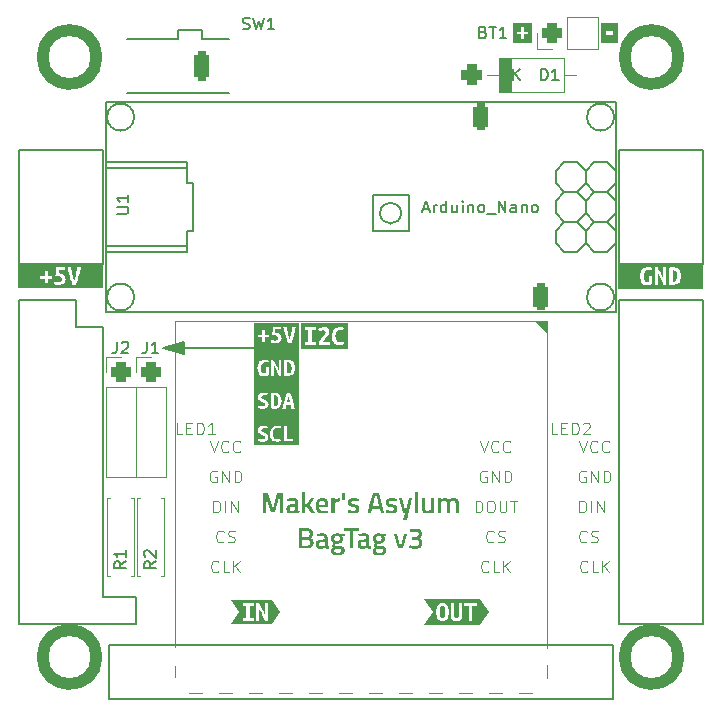
<source format=gbr>
%TF.GenerationSoftware,KiCad,Pcbnew,7.0.5-7.0.5~ubuntu22.04.1*%
%TF.CreationDate,2023-06-07T00:17:09+05:30*%
%TF.ProjectId,BagTag,42616754-6167-42e6-9b69-6361645f7063,v2*%
%TF.SameCoordinates,Original*%
%TF.FileFunction,Legend,Top*%
%TF.FilePolarity,Positive*%
%FSLAX46Y46*%
G04 Gerber Fmt 4.6, Leading zero omitted, Abs format (unit mm)*
G04 Created by KiCad (PCBNEW 7.0.5-7.0.5~ubuntu22.04.1) date 2023-06-07 00:17:09*
%MOMM*%
%LPD*%
G01*
G04 APERTURE LIST*
G04 Aperture macros list*
%AMRoundRect*
0 Rectangle with rounded corners*
0 $1 Rounding radius*
0 $2 $3 $4 $5 $6 $7 $8 $9 X,Y pos of 4 corners*
0 Add a 4 corners polygon primitive as box body*
4,1,4,$2,$3,$4,$5,$6,$7,$8,$9,$2,$3,0*
0 Add four circle primitives for the rounded corners*
1,1,$1+$1,$2,$3*
1,1,$1+$1,$4,$5*
1,1,$1+$1,$6,$7*
1,1,$1+$1,$8,$9*
0 Add four rect primitives between the rounded corners*
20,1,$1+$1,$2,$3,$4,$5,0*
20,1,$1+$1,$4,$5,$6,$7,0*
20,1,$1+$1,$6,$7,$8,$9,0*
20,1,$1+$1,$8,$9,$2,$3,0*%
%AMOutline5P*
0 Free polygon, 5 corners , with rotation*
0 The origin of the aperture is its center*
0 number of corners: always 5*
0 $1 to $10 corner X, Y*
0 $11 Rotation angle, in degrees counterclockwise*
0 create outline with 5 corners*
4,1,5,$1,$2,$3,$4,$5,$6,$7,$8,$9,$10,$1,$2,$11*%
%AMOutline6P*
0 Free polygon, 6 corners , with rotation*
0 The origin of the aperture is its center*
0 number of corners: always 6*
0 $1 to $12 corner X, Y*
0 $13 Rotation angle, in degrees counterclockwise*
0 create outline with 6 corners*
4,1,6,$1,$2,$3,$4,$5,$6,$7,$8,$9,$10,$11,$12,$1,$2,$13*%
%AMOutline7P*
0 Free polygon, 7 corners , with rotation*
0 The origin of the aperture is its center*
0 number of corners: always 7*
0 $1 to $14 corner X, Y*
0 $15 Rotation angle, in degrees counterclockwise*
0 create outline with 7 corners*
4,1,7,$1,$2,$3,$4,$5,$6,$7,$8,$9,$10,$11,$12,$13,$14,$1,$2,$15*%
%AMOutline8P*
0 Free polygon, 8 corners , with rotation*
0 The origin of the aperture is its center*
0 number of corners: always 8*
0 $1 to $16 corner X, Y*
0 $17 Rotation angle, in degrees counterclockwise*
0 create outline with 8 corners*
4,1,8,$1,$2,$3,$4,$5,$6,$7,$8,$9,$10,$11,$12,$13,$14,$15,$16,$1,$2,$17*%
G04 Aperture macros list end*
%ADD10C,1.016000*%
%ADD11C,0.150000*%
%ADD12C,0.100000*%
%ADD13C,0.120000*%
%ADD14C,0.160000*%
%ADD15Outline8P,-0.850000X0.340000X-0.340000X0.850000X0.340000X0.850000X0.850000X0.340000X0.850000X-0.340000X0.340000X-0.850000X-0.340000X-0.850000X-0.850000X-0.340000X180.000000*%
%ADD16Outline8P,-0.850000X0.340000X-0.340000X0.850000X0.340000X0.850000X0.850000X0.340000X0.850000X-0.340000X0.340000X-0.850000X-0.340000X-0.850000X-0.850000X-0.340000X270.000000*%
%ADD17C,3.048000*%
%ADD18O,2.032000X1.524000*%
%ADD19RoundRect,0.425000X-0.425000X0.425000X-0.425000X-0.425000X0.425000X-0.425000X0.425000X0.425000X0*%
%ADD20O,1.700000X1.700000*%
%ADD21RoundRect,0.425000X-0.425000X-0.425000X0.425000X-0.425000X0.425000X0.425000X-0.425000X0.425000X0*%
%ADD22C,1.600000*%
%ADD23O,1.600000X1.600000*%
%ADD24Outline8P,-0.850000X0.340000X-0.340000X0.850000X0.340000X0.850000X0.850000X0.340000X0.850000X-0.340000X0.340000X-0.850000X-0.340000X-0.850000X-0.850000X-0.340000X0.000000*%
%ADD25C,2.032000*%
%ADD26Outline8P,-1.143000X0.254000X-0.762000X0.635000X0.762000X0.635000X1.143000X0.254000X1.143000X-0.254000X0.762000X-0.635000X-0.762000X-0.635000X-1.143000X-0.254000X270.000000*%
%ADD27O,1.270000X2.286000*%
%ADD28RoundRect,0.317500X-0.317500X0.825500X-0.317500X-0.825500X0.317500X-0.825500X0.317500X0.825500X0*%
%ADD29O,2.032000X3.302000*%
%ADD30RoundRect,0.317500X-0.317500X-0.952500X0.317500X-0.952500X0.317500X0.952500X-0.317500X0.952500X0*%
%ADD31O,1.270000X2.540000*%
%ADD32RoundRect,0.444500X-0.444500X-0.444500X0.444500X-0.444500X0.444500X0.444500X-0.444500X0.444500X0*%
%ADD33O,1.778000X1.778000*%
G04 APERTURE END LIST*
D10*
X57658000Y-105410000D02*
G75*
G03*
X57658000Y-105410000I-2286000J0D01*
G01*
X106934000Y-54610000D02*
G75*
G03*
X106934000Y-54610000I-2286000J0D01*
G01*
D11*
X65055962Y-79746868D02*
X63277962Y-79238868D01*
X65055962Y-78730868D01*
X65055962Y-79746868D01*
G36*
X65055962Y-79746868D02*
G01*
X63277962Y-79238868D01*
X65055962Y-78730868D01*
X65055962Y-79746868D01*
G37*
X58674000Y-104394000D02*
X101346000Y-104394000D01*
X101346000Y-108966000D01*
X58674000Y-108966000D01*
X58674000Y-104394000D01*
X101854000Y-62484000D02*
X108966000Y-62484000D01*
X108966000Y-72136000D01*
X101854000Y-72136000D01*
X101854000Y-62484000D01*
X101854000Y-75184000D02*
X108966000Y-75184000D01*
X108966000Y-102616000D01*
X101854000Y-102616000D01*
X101854000Y-75184000D01*
X51054000Y-62484000D02*
X58166000Y-62484000D01*
X58166000Y-72136000D01*
X51054000Y-72136000D01*
X51054000Y-62484000D01*
X71161000Y-79248000D02*
X64983000Y-79248000D01*
D10*
X106934000Y-105410000D02*
G75*
G03*
X106934000Y-105410000I-2286000J0D01*
G01*
D11*
X55880000Y-77470000D02*
X58166000Y-77470000D01*
X58166000Y-100330000D01*
X60960000Y-100330000D01*
X60960000Y-102616000D01*
X51054000Y-102616000D01*
X51054000Y-75184000D01*
X55880000Y-75184000D01*
X55880000Y-77470000D01*
D10*
X57658000Y-54610000D02*
G75*
G03*
X57658000Y-54610000I-2286000J0D01*
G01*
D11*
G36*
X71729893Y-93230701D02*
G01*
X71729893Y-91517096D01*
X72212794Y-91517096D01*
X72595380Y-92855497D01*
X72977967Y-91517096D01*
X73463474Y-91517096D01*
X73463474Y-93230701D01*
X73183373Y-93230701D01*
X73183373Y-91824989D01*
X73145592Y-91824989D01*
X72740424Y-93160784D01*
X72450336Y-93160784D01*
X72045168Y-91824989D01*
X72007387Y-91824989D01*
X72007387Y-93230701D01*
X71729893Y-93230701D01*
G37*
G36*
X74335356Y-91953049D02*
G01*
X74362467Y-91954209D01*
X74388581Y-91956143D01*
X74413697Y-91958850D01*
X74437816Y-91962331D01*
X74460937Y-91966586D01*
X74483060Y-91971614D01*
X74504187Y-91977415D01*
X74524315Y-91983990D01*
X74543447Y-91991339D01*
X74561581Y-91999461D01*
X74578717Y-92008357D01*
X74594856Y-92018026D01*
X74609998Y-92028468D01*
X74624142Y-92039685D01*
X74637289Y-92051674D01*
X74649541Y-92064451D01*
X74661003Y-92078137D01*
X74671675Y-92092733D01*
X74681556Y-92108237D01*
X74690647Y-92124651D01*
X74698947Y-92141974D01*
X74706457Y-92160206D01*
X74713176Y-92179348D01*
X74719105Y-92199399D01*
X74724243Y-92220359D01*
X74728591Y-92242228D01*
X74732148Y-92265006D01*
X74734915Y-92288694D01*
X74736891Y-92313291D01*
X74738077Y-92338797D01*
X74738472Y-92365213D01*
X74738472Y-92935401D01*
X74740274Y-92955075D01*
X74743724Y-92972734D01*
X74749833Y-92990789D01*
X74758187Y-93006101D01*
X74767133Y-93017043D01*
X74782170Y-93028904D01*
X74798266Y-93037367D01*
X74817104Y-93044043D01*
X74835435Y-93048344D01*
X74848775Y-93050481D01*
X74841393Y-93258059D01*
X74814850Y-93257698D01*
X74789071Y-93256614D01*
X74764055Y-93254807D01*
X74739802Y-93252278D01*
X74716313Y-93249026D01*
X74693587Y-93245052D01*
X74671624Y-93240354D01*
X74650425Y-93234935D01*
X74629989Y-93228792D01*
X74610317Y-93221927D01*
X74591408Y-93214339D01*
X74573262Y-93206029D01*
X74555879Y-93196996D01*
X74539260Y-93187240D01*
X74523405Y-93176762D01*
X74508312Y-93165561D01*
X74483330Y-93176762D01*
X74458324Y-93187240D01*
X74433295Y-93196996D01*
X74408242Y-93206029D01*
X74383165Y-93214339D01*
X74358064Y-93221927D01*
X74332939Y-93228792D01*
X74307791Y-93234935D01*
X74282619Y-93240354D01*
X74257423Y-93245052D01*
X74232204Y-93249026D01*
X74206960Y-93252278D01*
X74181693Y-93254807D01*
X74156402Y-93256614D01*
X74131088Y-93257698D01*
X74105750Y-93258059D01*
X74082826Y-93257671D01*
X74060630Y-93256507D01*
X74039162Y-93254567D01*
X74018422Y-93251851D01*
X73998409Y-93248358D01*
X73979124Y-93244090D01*
X73960567Y-93239045D01*
X73942738Y-93233225D01*
X73925636Y-93226628D01*
X73909262Y-93219255D01*
X73893616Y-93211106D01*
X73878698Y-93202182D01*
X73851044Y-93182004D01*
X73826301Y-93158721D01*
X73804469Y-93132335D01*
X73794645Y-93117977D01*
X73785548Y-93102844D01*
X73777179Y-93086934D01*
X73769538Y-93070249D01*
X73762624Y-93052787D01*
X73756439Y-93034549D01*
X73750981Y-93015535D01*
X73746251Y-92995745D01*
X73742248Y-92975179D01*
X73738973Y-92953837D01*
X73736426Y-92931719D01*
X73734607Y-92908825D01*
X73733515Y-92885154D01*
X73733190Y-92863313D01*
X74005869Y-92863313D01*
X74006464Y-92884190D01*
X74008251Y-92903720D01*
X74011228Y-92921903D01*
X74017926Y-92946653D01*
X74027304Y-92968371D01*
X74039361Y-92987059D01*
X74054098Y-93002717D01*
X74071514Y-93015344D01*
X74091609Y-93024941D01*
X74114384Y-93031507D01*
X74139838Y-93035043D01*
X74158296Y-93035716D01*
X74181879Y-93035365D01*
X74205730Y-93034311D01*
X74229849Y-93032556D01*
X74254234Y-93030098D01*
X74278886Y-93026937D01*
X74303806Y-93023075D01*
X74328993Y-93018510D01*
X74354447Y-93013243D01*
X74371565Y-93009341D01*
X74388801Y-93005128D01*
X74406157Y-93000602D01*
X74423631Y-92995764D01*
X74468360Y-92980565D01*
X74468360Y-92647919D01*
X74178272Y-92675277D01*
X74157395Y-92677793D01*
X74137865Y-92681540D01*
X74119682Y-92686519D01*
X74102846Y-92692729D01*
X74080117Y-92704354D01*
X74060418Y-92718749D01*
X74043750Y-92735916D01*
X74030113Y-92755853D01*
X74019506Y-92778562D01*
X74014119Y-92795240D01*
X74010078Y-92813150D01*
X74007384Y-92832292D01*
X74006037Y-92852665D01*
X74005869Y-92863313D01*
X73733190Y-92863313D01*
X73733151Y-92860708D01*
X73733547Y-92837342D01*
X73734732Y-92814798D01*
X73736709Y-92793075D01*
X73739475Y-92772172D01*
X73743033Y-92752091D01*
X73747380Y-92732831D01*
X73752518Y-92714391D01*
X73758447Y-92696773D01*
X73765166Y-92679976D01*
X73772676Y-92664000D01*
X73785423Y-92641575D01*
X73799948Y-92620998D01*
X73816252Y-92602267D01*
X73834335Y-92585385D01*
X73854265Y-92570021D01*
X73876111Y-92555848D01*
X73891739Y-92547061D01*
X73908219Y-92538803D01*
X73925551Y-92531074D01*
X73943734Y-92523875D01*
X73962768Y-92517205D01*
X73982655Y-92511064D01*
X74003392Y-92505453D01*
X74024982Y-92500371D01*
X74047423Y-92495818D01*
X74070715Y-92491794D01*
X74094859Y-92488299D01*
X74119855Y-92485334D01*
X74145702Y-92482898D01*
X74468360Y-92455105D01*
X74468360Y-92365213D01*
X74467974Y-92347012D01*
X74466261Y-92324383D01*
X74463177Y-92303626D01*
X74458723Y-92284743D01*
X74452897Y-92267732D01*
X74443688Y-92249102D01*
X74432338Y-92233398D01*
X74424499Y-92225380D01*
X74409911Y-92213745D01*
X74393287Y-92204082D01*
X74374627Y-92196391D01*
X74353931Y-92190673D01*
X74335909Y-92187517D01*
X74316585Y-92185624D01*
X74295957Y-92184993D01*
X74275615Y-92185071D01*
X74254648Y-92185305D01*
X74233057Y-92185696D01*
X74210842Y-92186242D01*
X74188002Y-92186944D01*
X74164538Y-92187802D01*
X74140450Y-92188817D01*
X74115738Y-92189987D01*
X74090401Y-92191314D01*
X74064440Y-92192796D01*
X74037855Y-92194435D01*
X74010646Y-92196230D01*
X73982812Y-92198181D01*
X73954354Y-92200288D01*
X73925272Y-92202550D01*
X73895566Y-92204969D01*
X73815661Y-92210181D01*
X73805673Y-92017367D01*
X73822675Y-92013387D01*
X73856422Y-92005804D01*
X73889827Y-91998727D01*
X73922889Y-91992155D01*
X73955608Y-91986089D01*
X73987984Y-91980528D01*
X74020018Y-91975473D01*
X74051709Y-91970924D01*
X74083057Y-91966880D01*
X74114063Y-91963341D01*
X74144726Y-91960308D01*
X74175047Y-91957780D01*
X74205024Y-91955758D01*
X74234659Y-91954242D01*
X74263952Y-91953231D01*
X74292902Y-91952725D01*
X74307248Y-91952662D01*
X74335356Y-91953049D01*
G37*
G36*
X75346876Y-93230701D02*
G01*
X75074158Y-93230701D01*
X75074158Y-91459773D01*
X75346876Y-91459773D01*
X75346876Y-92482898D01*
X75501908Y-92467699D01*
X75797207Y-91980021D01*
X76102495Y-91980021D01*
X75742056Y-92565408D01*
X76122471Y-93230701D01*
X75814578Y-93230701D01*
X75509290Y-92703070D01*
X75346876Y-92720441D01*
X75346876Y-93230701D01*
G37*
G36*
X76803562Y-91953222D02*
G01*
X76834838Y-91954900D01*
X76865088Y-91957697D01*
X76894313Y-91961612D01*
X76922513Y-91966646D01*
X76949687Y-91972799D01*
X76975836Y-91980071D01*
X77000959Y-91988462D01*
X77025057Y-91997971D01*
X77048129Y-92008599D01*
X77070176Y-92020346D01*
X77091198Y-92033211D01*
X77111194Y-92047196D01*
X77130165Y-92062299D01*
X77148110Y-92078520D01*
X77165029Y-92095861D01*
X77180924Y-92114320D01*
X77195793Y-92133898D01*
X77209636Y-92154594D01*
X77222454Y-92176410D01*
X77234247Y-92199344D01*
X77245014Y-92223397D01*
X77254755Y-92248568D01*
X77263472Y-92274859D01*
X77271162Y-92302268D01*
X77277828Y-92330796D01*
X77283468Y-92360442D01*
X77288082Y-92391208D01*
X77291671Y-92423092D01*
X77294235Y-92456094D01*
X77295773Y-92490216D01*
X77296286Y-92525456D01*
X77278915Y-92720441D01*
X76503754Y-92720441D01*
X76504272Y-92739497D01*
X76505281Y-92757909D01*
X76506782Y-92775677D01*
X76509957Y-92801119D01*
X76514238Y-92825112D01*
X76519626Y-92847654D01*
X76526121Y-92868745D01*
X76533722Y-92888386D01*
X76542431Y-92906577D01*
X76552246Y-92923317D01*
X76563169Y-92938607D01*
X76571065Y-92947995D01*
X76584267Y-92960955D01*
X76599447Y-92972641D01*
X76616603Y-92983052D01*
X76635737Y-92992188D01*
X76656847Y-93000049D01*
X76679935Y-93006636D01*
X76704999Y-93011947D01*
X76722808Y-93014780D01*
X76741495Y-93017047D01*
X76761060Y-93018746D01*
X76781505Y-93019879D01*
X76802828Y-93020446D01*
X76813819Y-93020517D01*
X76836059Y-93020459D01*
X76858378Y-93020286D01*
X76880775Y-93019998D01*
X76903250Y-93019594D01*
X76925803Y-93019075D01*
X76948434Y-93018441D01*
X76971143Y-93017691D01*
X76993930Y-93016826D01*
X77016795Y-93015845D01*
X77039738Y-93014749D01*
X77062759Y-93013538D01*
X77085858Y-93012212D01*
X77109035Y-93010770D01*
X77132290Y-93009212D01*
X77155623Y-93007540D01*
X77179034Y-93005752D01*
X77248951Y-92997935D01*
X77254162Y-93200736D01*
X77236394Y-93204263D01*
X77218753Y-93207678D01*
X77201239Y-93210981D01*
X77183852Y-93214171D01*
X77166593Y-93217250D01*
X77149460Y-93220217D01*
X77115578Y-93225815D01*
X77082204Y-93230965D01*
X77049339Y-93235667D01*
X77016983Y-93239922D01*
X76985136Y-93243728D01*
X76953797Y-93247087D01*
X76922968Y-93249998D01*
X76892648Y-93252461D01*
X76862836Y-93254476D01*
X76833534Y-93256044D01*
X76804740Y-93257163D01*
X76776455Y-93257835D01*
X76748679Y-93258059D01*
X76714601Y-93257464D01*
X76681741Y-93255677D01*
X76650099Y-93252700D01*
X76619676Y-93248532D01*
X76590470Y-93243174D01*
X76562482Y-93236624D01*
X76535712Y-93228884D01*
X76510160Y-93219952D01*
X76485826Y-93209830D01*
X76462710Y-93198517D01*
X76440811Y-93186014D01*
X76420131Y-93172319D01*
X76400669Y-93157434D01*
X76382425Y-93141358D01*
X76365399Y-93124090D01*
X76349591Y-93105633D01*
X76334919Y-93085865D01*
X76321194Y-93064669D01*
X76308415Y-93042045D01*
X76296583Y-93017993D01*
X76285698Y-92992512D01*
X76275759Y-92965603D01*
X76266767Y-92937265D01*
X76258721Y-92907500D01*
X76251622Y-92876306D01*
X76245469Y-92843683D01*
X76240263Y-92809633D01*
X76238015Y-92792072D01*
X76236004Y-92774154D01*
X76234229Y-92755878D01*
X76232691Y-92737246D01*
X76231389Y-92718257D01*
X76230324Y-92698911D01*
X76229496Y-92679207D01*
X76228904Y-92659147D01*
X76228549Y-92638729D01*
X76228431Y-92617954D01*
X76228961Y-92577023D01*
X76230551Y-92537392D01*
X76232428Y-92510257D01*
X76501149Y-92510257D01*
X77028779Y-92510257D01*
X77028548Y-92487567D01*
X77027856Y-92465745D01*
X77026703Y-92444792D01*
X77025088Y-92424707D01*
X77023012Y-92405491D01*
X77020474Y-92387143D01*
X77017475Y-92369664D01*
X77012111Y-92345074D01*
X77005709Y-92322438D01*
X76998269Y-92301756D01*
X76989790Y-92283028D01*
X76980274Y-92266255D01*
X76969719Y-92251436D01*
X76958009Y-92238242D01*
X76944865Y-92226347D01*
X76930284Y-92215749D01*
X76914269Y-92206449D01*
X76896819Y-92198446D01*
X76877934Y-92191741D01*
X76857613Y-92186334D01*
X76835858Y-92182225D01*
X76812667Y-92179413D01*
X76788041Y-92177899D01*
X76770827Y-92177611D01*
X76745276Y-92178294D01*
X76721061Y-92180344D01*
X76698182Y-92183760D01*
X76676639Y-92188542D01*
X76656432Y-92194691D01*
X76637560Y-92202206D01*
X76620025Y-92211088D01*
X76603825Y-92221336D01*
X76588961Y-92232950D01*
X76575433Y-92245931D01*
X76567157Y-92255344D01*
X76555803Y-92270719D01*
X76545518Y-92287858D01*
X76536302Y-92306760D01*
X76528154Y-92327425D01*
X76521076Y-92349854D01*
X76515065Y-92374046D01*
X76511652Y-92391153D01*
X76508714Y-92409045D01*
X76506251Y-92427720D01*
X76504263Y-92447178D01*
X76502750Y-92467421D01*
X76501712Y-92488447D01*
X76501149Y-92510257D01*
X76232428Y-92510257D01*
X76233202Y-92499059D01*
X76236913Y-92462026D01*
X76241684Y-92426293D01*
X76247515Y-92391859D01*
X76254406Y-92358724D01*
X76262358Y-92326889D01*
X76271370Y-92296353D01*
X76281442Y-92267117D01*
X76292574Y-92239180D01*
X76304766Y-92212542D01*
X76318019Y-92187204D01*
X76332332Y-92163165D01*
X76347705Y-92140425D01*
X76364138Y-92118985D01*
X76381632Y-92098845D01*
X76400186Y-92080003D01*
X76419800Y-92062461D01*
X76440474Y-92046219D01*
X76462208Y-92031276D01*
X76485003Y-92017632D01*
X76508858Y-92005288D01*
X76533773Y-91994243D01*
X76559748Y-91984497D01*
X76586783Y-91976051D01*
X76614879Y-91968905D01*
X76644035Y-91963057D01*
X76674251Y-91958509D01*
X76705527Y-91955261D01*
X76737864Y-91953312D01*
X76771261Y-91952662D01*
X76803562Y-91953222D01*
G37*
G36*
X77552936Y-93230701D02*
G01*
X77552936Y-91980021D01*
X77823048Y-91980021D01*
X77823048Y-92130276D01*
X77849645Y-92113450D01*
X77876238Y-92097387D01*
X77902828Y-92082088D01*
X77929415Y-92067552D01*
X77955999Y-92053779D01*
X77982579Y-92040770D01*
X78009155Y-92028524D01*
X78035728Y-92017042D01*
X78062298Y-92006323D01*
X78088865Y-91996367D01*
X78115428Y-91987174D01*
X78141987Y-91978745D01*
X78168544Y-91971079D01*
X78195096Y-91964177D01*
X78221646Y-91958038D01*
X78248192Y-91952662D01*
X78248192Y-92224946D01*
X78221566Y-92230364D01*
X78195429Y-92235979D01*
X78169780Y-92241790D01*
X78144620Y-92247799D01*
X78119948Y-92254004D01*
X78095765Y-92260406D01*
X78072071Y-92267005D01*
X78048865Y-92273800D01*
X78026147Y-92280793D01*
X78003919Y-92287982D01*
X77982178Y-92295368D01*
X77960926Y-92302950D01*
X77940163Y-92310730D01*
X77919888Y-92318706D01*
X77900102Y-92326879D01*
X77880805Y-92335249D01*
X77825653Y-92357830D01*
X77825653Y-93230701D01*
X77552936Y-93230701D01*
G37*
G36*
X78446216Y-92097706D02*
G01*
X78438399Y-91517096D01*
X78703735Y-91517096D01*
X78686364Y-92097706D01*
X78446216Y-92097706D01*
G37*
G36*
X79878418Y-92237539D02*
G01*
X79860121Y-92235081D01*
X79842142Y-92232701D01*
X79824481Y-92230399D01*
X79807138Y-92228175D01*
X79773406Y-92223962D01*
X79740947Y-92220060D01*
X79709759Y-92216471D01*
X79679844Y-92213193D01*
X79651201Y-92210228D01*
X79623831Y-92207575D01*
X79597733Y-92205234D01*
X79572907Y-92203205D01*
X79549353Y-92201489D01*
X79527072Y-92200084D01*
X79506062Y-92198992D01*
X79486325Y-92198211D01*
X79467861Y-92197743D01*
X79450668Y-92197587D01*
X79426544Y-92197862D01*
X79403839Y-92198686D01*
X79382554Y-92200060D01*
X79362689Y-92201984D01*
X79344244Y-92204457D01*
X79321859Y-92208610D01*
X79301998Y-92213740D01*
X79284662Y-92219846D01*
X79266540Y-92228854D01*
X79251778Y-92239515D01*
X79239518Y-92251958D01*
X79228108Y-92269240D01*
X79221352Y-92285602D01*
X79217099Y-92303744D01*
X79215347Y-92323668D01*
X79215297Y-92327866D01*
X79216676Y-92347936D01*
X79220810Y-92366076D01*
X79227702Y-92382287D01*
X79239610Y-92399193D01*
X79252566Y-92411158D01*
X79268278Y-92421194D01*
X79271752Y-92422970D01*
X79288247Y-92429952D01*
X79309505Y-92437219D01*
X79328575Y-92442857D01*
X79350325Y-92448654D01*
X79374753Y-92454612D01*
X79392527Y-92458673D01*
X79411493Y-92462806D01*
X79431648Y-92467009D01*
X79452995Y-92471284D01*
X79475533Y-92475630D01*
X79499261Y-92480047D01*
X79524181Y-92484536D01*
X79537087Y-92486807D01*
X79562722Y-92491475D01*
X79587407Y-92496469D01*
X79611142Y-92501789D01*
X79633928Y-92507434D01*
X79655763Y-92513405D01*
X79676648Y-92519702D01*
X79696584Y-92526325D01*
X79715569Y-92533273D01*
X79733605Y-92540547D01*
X79750690Y-92548146D01*
X79766826Y-92556072D01*
X79789248Y-92568570D01*
X79809533Y-92581802D01*
X79827681Y-92595766D01*
X79833255Y-92600584D01*
X79848931Y-92616135D01*
X79863066Y-92633800D01*
X79875659Y-92653580D01*
X79886710Y-92675474D01*
X79896219Y-92699483D01*
X79901701Y-92716663D01*
X79906499Y-92734784D01*
X79910610Y-92753844D01*
X79914037Y-92773844D01*
X79916778Y-92794783D01*
X79918834Y-92816663D01*
X79920205Y-92839482D01*
X79920890Y-92863241D01*
X79920976Y-92875473D01*
X79920482Y-92899761D01*
X79919001Y-92923228D01*
X79916533Y-92945874D01*
X79913078Y-92967699D01*
X79908635Y-92988704D01*
X79903205Y-93008887D01*
X79896788Y-93028249D01*
X79889383Y-93046790D01*
X79880991Y-93064510D01*
X79871612Y-93081409D01*
X79861246Y-93097487D01*
X79849892Y-93112744D01*
X79837552Y-93127179D01*
X79824223Y-93140794D01*
X79809908Y-93153588D01*
X79794605Y-93165561D01*
X79778354Y-93176762D01*
X79761194Y-93187240D01*
X79743125Y-93196996D01*
X79724146Y-93206029D01*
X79704258Y-93214339D01*
X79683461Y-93221927D01*
X79661754Y-93228792D01*
X79639139Y-93234935D01*
X79615614Y-93240354D01*
X79591180Y-93245052D01*
X79565836Y-93249026D01*
X79539584Y-93252278D01*
X79512422Y-93254807D01*
X79484351Y-93256614D01*
X79455371Y-93257698D01*
X79425481Y-93258059D01*
X79406114Y-93257893D01*
X79386119Y-93257394D01*
X79365497Y-93256563D01*
X79344247Y-93255399D01*
X79322369Y-93253903D01*
X79299863Y-93252074D01*
X79276730Y-93249913D01*
X79252970Y-93247420D01*
X79228581Y-93244594D01*
X79203565Y-93241435D01*
X79177922Y-93237944D01*
X79151651Y-93234120D01*
X79124752Y-93229964D01*
X79097225Y-93225476D01*
X79069071Y-93220655D01*
X79040289Y-93215501D01*
X78962990Y-93203342D01*
X78972978Y-92975353D01*
X78991569Y-92977838D01*
X79009833Y-92980244D01*
X79027769Y-92982571D01*
X79045378Y-92984819D01*
X79062660Y-92986988D01*
X79096240Y-92991090D01*
X79128512Y-92994876D01*
X79159473Y-92998347D01*
X79189125Y-93001502D01*
X79217468Y-93004342D01*
X79244501Y-93006866D01*
X79270224Y-93009075D01*
X79294638Y-93010968D01*
X79317742Y-93012545D01*
X79339537Y-93013807D01*
X79360022Y-93014754D01*
X79379197Y-93015385D01*
X79397063Y-93015700D01*
X79405505Y-93015740D01*
X79429745Y-93015454D01*
X79452634Y-93014595D01*
X79474172Y-93013164D01*
X79494359Y-93011160D01*
X79513195Y-93008583D01*
X79530680Y-93005435D01*
X79551891Y-93000346D01*
X79570700Y-92994239D01*
X79587107Y-92987114D01*
X79594410Y-92983170D01*
X79610673Y-92971953D01*
X79624180Y-92958658D01*
X79634931Y-92943285D01*
X79642925Y-92925834D01*
X79648162Y-92906305D01*
X79650643Y-92884697D01*
X79650864Y-92875473D01*
X79650023Y-92857417D01*
X79646604Y-92836889D01*
X79640557Y-92818630D01*
X79631880Y-92802640D01*
X79620574Y-92788919D01*
X79606639Y-92777466D01*
X79597015Y-92771684D01*
X79581205Y-92764437D01*
X79560700Y-92757027D01*
X79542239Y-92751363D01*
X79521138Y-92745607D01*
X79497395Y-92739760D01*
X79480099Y-92735811D01*
X79461629Y-92731821D01*
X79441986Y-92727791D01*
X79421168Y-92723720D01*
X79399177Y-92719608D01*
X79376011Y-92715455D01*
X79351672Y-92711262D01*
X79339063Y-92709150D01*
X79314028Y-92704765D01*
X79289841Y-92700078D01*
X79266503Y-92695089D01*
X79244013Y-92689798D01*
X79222371Y-92684205D01*
X79201577Y-92678310D01*
X79181632Y-92672113D01*
X79162534Y-92665615D01*
X79144285Y-92658814D01*
X79126884Y-92651712D01*
X79110331Y-92644307D01*
X79094626Y-92636601D01*
X79072659Y-92624475D01*
X79052601Y-92611669D01*
X79040289Y-92602755D01*
X79023293Y-92588104D01*
X79007969Y-92571346D01*
X78994316Y-92552481D01*
X78982335Y-92531509D01*
X78972026Y-92508430D01*
X78966082Y-92491874D01*
X78960881Y-92474381D01*
X78956423Y-92455952D01*
X78952708Y-92436586D01*
X78949736Y-92416285D01*
X78947507Y-92395046D01*
X78946021Y-92372872D01*
X78945278Y-92349761D01*
X78945185Y-92337854D01*
X78945698Y-92314134D01*
X78947234Y-92291178D01*
X78949796Y-92268984D01*
X78953382Y-92247554D01*
X78957993Y-92226888D01*
X78963628Y-92206985D01*
X78970288Y-92187845D01*
X78977972Y-92169468D01*
X78986681Y-92151855D01*
X78996415Y-92135005D01*
X79007173Y-92118919D01*
X79018956Y-92103596D01*
X79031763Y-92089036D01*
X79045595Y-92075240D01*
X79060452Y-92062207D01*
X79076333Y-92049937D01*
X79093069Y-92038421D01*
X79110382Y-92027647D01*
X79128272Y-92017617D01*
X79146738Y-92008329D01*
X79165781Y-91999785D01*
X79185401Y-91991983D01*
X79205598Y-91984925D01*
X79226371Y-91978609D01*
X79247721Y-91973037D01*
X79269648Y-91968207D01*
X79292152Y-91964121D01*
X79315232Y-91960777D01*
X79338889Y-91958177D01*
X79363123Y-91956320D01*
X79387934Y-91955205D01*
X79413322Y-91954834D01*
X79433583Y-91954991D01*
X79454414Y-91955465D01*
X79475815Y-91956253D01*
X79497786Y-91957358D01*
X79520327Y-91958778D01*
X79543438Y-91960513D01*
X79567119Y-91962564D01*
X79591370Y-91964930D01*
X79616191Y-91967612D01*
X79641582Y-91970609D01*
X79667542Y-91973922D01*
X79694073Y-91977551D01*
X79721174Y-91981495D01*
X79748845Y-91985754D01*
X79777085Y-91990329D01*
X79805896Y-91995220D01*
X79883195Y-92009985D01*
X79878418Y-92237539D01*
G37*
G36*
X82010653Y-93230701D02*
G01*
X81730553Y-93230701D01*
X81638055Y-92862879D01*
X80980145Y-92862879D01*
X80887647Y-93230701D01*
X80609718Y-93230701D01*
X80760964Y-92617954D01*
X81034863Y-92617954D01*
X81582903Y-92617954D01*
X81372720Y-91749861D01*
X81247652Y-91749861D01*
X81034863Y-92617954D01*
X80760964Y-92617954D01*
X81032691Y-91517096D01*
X81585509Y-91517096D01*
X82010653Y-93230701D01*
G37*
G36*
X83083285Y-92237539D02*
G01*
X83064988Y-92235081D01*
X83047009Y-92232701D01*
X83029348Y-92230399D01*
X83012005Y-92228175D01*
X82978273Y-92223962D01*
X82945813Y-92220060D01*
X82914626Y-92216471D01*
X82884711Y-92213193D01*
X82856068Y-92210228D01*
X82828698Y-92207575D01*
X82802599Y-92205234D01*
X82777773Y-92203205D01*
X82754220Y-92201489D01*
X82731938Y-92200084D01*
X82710929Y-92198992D01*
X82691192Y-92198211D01*
X82672727Y-92197743D01*
X82655535Y-92197587D01*
X82631410Y-92197862D01*
X82608706Y-92198686D01*
X82587421Y-92200060D01*
X82567556Y-92201984D01*
X82549111Y-92204457D01*
X82526726Y-92208610D01*
X82506865Y-92213740D01*
X82489528Y-92219846D01*
X82471407Y-92228854D01*
X82456645Y-92239515D01*
X82444384Y-92251958D01*
X82432975Y-92269240D01*
X82426219Y-92285602D01*
X82421966Y-92303744D01*
X82420214Y-92323668D01*
X82420164Y-92327866D01*
X82421542Y-92347936D01*
X82425677Y-92366076D01*
X82432569Y-92382287D01*
X82444477Y-92399193D01*
X82457433Y-92411158D01*
X82473145Y-92421194D01*
X82476618Y-92422970D01*
X82493114Y-92429952D01*
X82514372Y-92437219D01*
X82533442Y-92442857D01*
X82555191Y-92448654D01*
X82579620Y-92454612D01*
X82597394Y-92458673D01*
X82616359Y-92462806D01*
X82636515Y-92467009D01*
X82657862Y-92471284D01*
X82680400Y-92475630D01*
X82704128Y-92480047D01*
X82729047Y-92484536D01*
X82741954Y-92486807D01*
X82767589Y-92491475D01*
X82792274Y-92496469D01*
X82816009Y-92501789D01*
X82838794Y-92507434D01*
X82860630Y-92513405D01*
X82881515Y-92519702D01*
X82901450Y-92526325D01*
X82920436Y-92533273D01*
X82938471Y-92540547D01*
X82955557Y-92548146D01*
X82971693Y-92556072D01*
X82994115Y-92568570D01*
X83014400Y-92581802D01*
X83032547Y-92595766D01*
X83038121Y-92600584D01*
X83053798Y-92616135D01*
X83067933Y-92633800D01*
X83080526Y-92653580D01*
X83091577Y-92675474D01*
X83101085Y-92699483D01*
X83106568Y-92716663D01*
X83111365Y-92734784D01*
X83115477Y-92753844D01*
X83118904Y-92773844D01*
X83121645Y-92794783D01*
X83123701Y-92816663D01*
X83125072Y-92839482D01*
X83125757Y-92863241D01*
X83125843Y-92875473D01*
X83125349Y-92899761D01*
X83123868Y-92923228D01*
X83121400Y-92945874D01*
X83117945Y-92967699D01*
X83113502Y-92988704D01*
X83108072Y-93008887D01*
X83101655Y-93028249D01*
X83094250Y-93046790D01*
X83085858Y-93064510D01*
X83076479Y-93081409D01*
X83066113Y-93097487D01*
X83054759Y-93112744D01*
X83042418Y-93127179D01*
X83029090Y-93140794D01*
X83014775Y-93153588D01*
X82999472Y-93165561D01*
X82983221Y-93176762D01*
X82966061Y-93187240D01*
X82947991Y-93196996D01*
X82929013Y-93206029D01*
X82909125Y-93214339D01*
X82888328Y-93221927D01*
X82866621Y-93228792D01*
X82844006Y-93234935D01*
X82820481Y-93240354D01*
X82796046Y-93245052D01*
X82770703Y-93249026D01*
X82744451Y-93252278D01*
X82717289Y-93254807D01*
X82689218Y-93256614D01*
X82660237Y-93257698D01*
X82630348Y-93258059D01*
X82610981Y-93257893D01*
X82590986Y-93257394D01*
X82570363Y-93256563D01*
X82549113Y-93255399D01*
X82527236Y-93253903D01*
X82504730Y-93252074D01*
X82481597Y-93249913D01*
X82457836Y-93247420D01*
X82433448Y-93244594D01*
X82408432Y-93241435D01*
X82382789Y-93237944D01*
X82356517Y-93234120D01*
X82329618Y-93229964D01*
X82302092Y-93225476D01*
X82273938Y-93220655D01*
X82245156Y-93215501D01*
X82167857Y-93203342D01*
X82177845Y-92975353D01*
X82196436Y-92977838D01*
X82214700Y-92980244D01*
X82232636Y-92982571D01*
X82250245Y-92984819D01*
X82267526Y-92986988D01*
X82301107Y-92991090D01*
X82333378Y-92994876D01*
X82364340Y-92998347D01*
X82393992Y-93001502D01*
X82422335Y-93004342D01*
X82449367Y-93006866D01*
X82475091Y-93009075D01*
X82499505Y-93010968D01*
X82522609Y-93012545D01*
X82544403Y-93013807D01*
X82564888Y-93014754D01*
X82584064Y-93015385D01*
X82601930Y-93015700D01*
X82610372Y-93015740D01*
X82634612Y-93015454D01*
X82657501Y-93014595D01*
X82679039Y-93013164D01*
X82699226Y-93011160D01*
X82718062Y-93008583D01*
X82735546Y-93005435D01*
X82756757Y-93000346D01*
X82775567Y-92994239D01*
X82791974Y-92987114D01*
X82799276Y-92983170D01*
X82815540Y-92971953D01*
X82829047Y-92958658D01*
X82839798Y-92943285D01*
X82847792Y-92925834D01*
X82853029Y-92906305D01*
X82855510Y-92884697D01*
X82855731Y-92875473D01*
X82854889Y-92857417D01*
X82851471Y-92836889D01*
X82845424Y-92818630D01*
X82836747Y-92802640D01*
X82825441Y-92788919D01*
X82811505Y-92777466D01*
X82801882Y-92771684D01*
X82786072Y-92764437D01*
X82765567Y-92757027D01*
X82747106Y-92751363D01*
X82726004Y-92745607D01*
X82702262Y-92739760D01*
X82684966Y-92735811D01*
X82666496Y-92731821D01*
X82646852Y-92727791D01*
X82626035Y-92723720D01*
X82604043Y-92719608D01*
X82580878Y-92715455D01*
X82556539Y-92711262D01*
X82543929Y-92709150D01*
X82518895Y-92704765D01*
X82494708Y-92700078D01*
X82471370Y-92695089D01*
X82448880Y-92689798D01*
X82427238Y-92684205D01*
X82406444Y-92678310D01*
X82386498Y-92672113D01*
X82367401Y-92665615D01*
X82349152Y-92658814D01*
X82331751Y-92651712D01*
X82315198Y-92644307D01*
X82299493Y-92636601D01*
X82277526Y-92624475D01*
X82257468Y-92611669D01*
X82245156Y-92602755D01*
X82228160Y-92588104D01*
X82212835Y-92571346D01*
X82199183Y-92552481D01*
X82187202Y-92531509D01*
X82176893Y-92508430D01*
X82170949Y-92491874D01*
X82165748Y-92474381D01*
X82161290Y-92455952D01*
X82157575Y-92436586D01*
X82154603Y-92416285D01*
X82152374Y-92395046D01*
X82150888Y-92372872D01*
X82150145Y-92349761D01*
X82150052Y-92337854D01*
X82150564Y-92314134D01*
X82152101Y-92291178D01*
X82154663Y-92268984D01*
X82158249Y-92247554D01*
X82162859Y-92226888D01*
X82168495Y-92206985D01*
X82175154Y-92187845D01*
X82182839Y-92169468D01*
X82191548Y-92151855D01*
X82201282Y-92135005D01*
X82212040Y-92118919D01*
X82223823Y-92103596D01*
X82236630Y-92089036D01*
X82250462Y-92075240D01*
X82265318Y-92062207D01*
X82281200Y-92049937D01*
X82297936Y-92038421D01*
X82315249Y-92027647D01*
X82333138Y-92017617D01*
X82351605Y-92008329D01*
X82370648Y-91999785D01*
X82390268Y-91991983D01*
X82410464Y-91984925D01*
X82431238Y-91978609D01*
X82452588Y-91973037D01*
X82474515Y-91968207D01*
X82497019Y-91964121D01*
X82520099Y-91960777D01*
X82543756Y-91958177D01*
X82567990Y-91956320D01*
X82592801Y-91955205D01*
X82618188Y-91954834D01*
X82638449Y-91954991D01*
X82659281Y-91955465D01*
X82680682Y-91956253D01*
X82702653Y-91957358D01*
X82725194Y-91958778D01*
X82748305Y-91960513D01*
X82771986Y-91962564D01*
X82796236Y-91964930D01*
X82821057Y-91967612D01*
X82846448Y-91970609D01*
X82872409Y-91973922D01*
X82898940Y-91977551D01*
X82926041Y-91981495D01*
X82953711Y-91985754D01*
X82981952Y-91990329D01*
X83010763Y-91995220D01*
X83088062Y-92009985D01*
X83083285Y-92237539D01*
G37*
G36*
X83248305Y-91980021D02*
G01*
X83516246Y-91980021D01*
X83781147Y-92997935D01*
X83848892Y-92997935D01*
X84113793Y-91980021D01*
X84383905Y-91980021D01*
X83908820Y-93768319D01*
X83641314Y-93768319D01*
X83791135Y-93230701D01*
X83576174Y-93230701D01*
X83248305Y-91980021D01*
G37*
G36*
X84603208Y-93230701D02*
G01*
X84603208Y-91459773D01*
X84875926Y-91459773D01*
X84875926Y-93230701D01*
X84603208Y-93230701D01*
G37*
G36*
X85974613Y-91980021D02*
G01*
X86245159Y-91980021D01*
X86245159Y-93230701D01*
X85974613Y-93230701D01*
X85974613Y-93152967D01*
X85951921Y-93165693D01*
X85929443Y-93177598D01*
X85907178Y-93188682D01*
X85885128Y-93198945D01*
X85863291Y-93208387D01*
X85841667Y-93217008D01*
X85820258Y-93224807D01*
X85799062Y-93231786D01*
X85778080Y-93237944D01*
X85757312Y-93243281D01*
X85736757Y-93247796D01*
X85716416Y-93251491D01*
X85696289Y-93254364D01*
X85676376Y-93256417D01*
X85656676Y-93257649D01*
X85637190Y-93258059D01*
X85605664Y-93257518D01*
X85575464Y-93255895D01*
X85546590Y-93253189D01*
X85519043Y-93249401D01*
X85492823Y-93244531D01*
X85467929Y-93238578D01*
X85444362Y-93231544D01*
X85422121Y-93223427D01*
X85401207Y-93214227D01*
X85381619Y-93203946D01*
X85363358Y-93192582D01*
X85346423Y-93180136D01*
X85330815Y-93166608D01*
X85316534Y-93151997D01*
X85303579Y-93136304D01*
X85291950Y-93119529D01*
X85281328Y-93101342D01*
X85271391Y-93081524D01*
X85262139Y-93060074D01*
X85253572Y-93036992D01*
X85245691Y-93012278D01*
X85238495Y-92985932D01*
X85231985Y-92957954D01*
X85226159Y-92928344D01*
X85221020Y-92897103D01*
X85216565Y-92864229D01*
X85212796Y-92829724D01*
X85211168Y-92811859D01*
X85209712Y-92793587D01*
X85208427Y-92774906D01*
X85207313Y-92755818D01*
X85206371Y-92736321D01*
X85205600Y-92716417D01*
X85205000Y-92696104D01*
X85204572Y-92675384D01*
X85204315Y-92654256D01*
X85204229Y-92632719D01*
X85204229Y-91980021D01*
X85476947Y-91980021D01*
X85476947Y-92635325D01*
X85477093Y-92662921D01*
X85477530Y-92689364D01*
X85478260Y-92714653D01*
X85479281Y-92738788D01*
X85480594Y-92761770D01*
X85482199Y-92783599D01*
X85484095Y-92804274D01*
X85486283Y-92823795D01*
X85488764Y-92842163D01*
X85491535Y-92859378D01*
X85496240Y-92883037D01*
X85501601Y-92904100D01*
X85507619Y-92922568D01*
X85514293Y-92938441D01*
X85525299Y-92956558D01*
X85539427Y-92972259D01*
X85556675Y-92985545D01*
X85577045Y-92996415D01*
X85594370Y-93002983D01*
X85613452Y-93008191D01*
X85634289Y-93012041D01*
X85656881Y-93014532D01*
X85681230Y-93015664D01*
X85689736Y-93015740D01*
X85714861Y-93015297D01*
X85739588Y-93013969D01*
X85763919Y-93011755D01*
X85787853Y-93008656D01*
X85811389Y-93004671D01*
X85834529Y-92999801D01*
X85857272Y-92994045D01*
X85879618Y-92987404D01*
X85901567Y-92979878D01*
X85923119Y-92971465D01*
X85937266Y-92965365D01*
X85974613Y-92950600D01*
X85974613Y-91980021D01*
G37*
G36*
X86840969Y-93230701D02*
G01*
X86568252Y-93230701D01*
X86568252Y-91980021D01*
X86838364Y-91980021D01*
X86838364Y-92057754D01*
X86860448Y-92045028D01*
X86882299Y-92033123D01*
X86903916Y-92022039D01*
X86925298Y-92011776D01*
X86946446Y-92002335D01*
X86967360Y-91993714D01*
X86988041Y-91985914D01*
X87008487Y-91978935D01*
X87028699Y-91972777D01*
X87048676Y-91967441D01*
X87068420Y-91962925D01*
X87087930Y-91959230D01*
X87107205Y-91956357D01*
X87126247Y-91954304D01*
X87145054Y-91953073D01*
X87163627Y-91952662D01*
X87190365Y-91953141D01*
X87216187Y-91954576D01*
X87241093Y-91956968D01*
X87265082Y-91960316D01*
X87288156Y-91964621D01*
X87310314Y-91969883D01*
X87331555Y-91976102D01*
X87351881Y-91983278D01*
X87371290Y-91991410D01*
X87389784Y-92000499D01*
X87407361Y-92010545D01*
X87424023Y-92021547D01*
X87439768Y-92033506D01*
X87454598Y-92046422D01*
X87468511Y-92060295D01*
X87481508Y-92075125D01*
X87509943Y-92060295D01*
X87538356Y-92046422D01*
X87566750Y-92033506D01*
X87595123Y-92021547D01*
X87623475Y-92010545D01*
X87651808Y-92000499D01*
X87680120Y-91991410D01*
X87708411Y-91983278D01*
X87736683Y-91976102D01*
X87764933Y-91969883D01*
X87793164Y-91964621D01*
X87821374Y-91960316D01*
X87849564Y-91956968D01*
X87877733Y-91954576D01*
X87905883Y-91953141D01*
X87934011Y-91952662D01*
X87961665Y-91953205D01*
X87988281Y-91954834D01*
X88013858Y-91957548D01*
X88038397Y-91961347D01*
X88061899Y-91966233D01*
X88084362Y-91972204D01*
X88105786Y-91979261D01*
X88126173Y-91987403D01*
X88145522Y-91996631D01*
X88163832Y-92006945D01*
X88181104Y-92018345D01*
X88197338Y-92030830D01*
X88212534Y-92044400D01*
X88226692Y-92059057D01*
X88239811Y-92074799D01*
X88251892Y-92091627D01*
X88263093Y-92109691D01*
X88273572Y-92129251D01*
X88283327Y-92150308D01*
X88292360Y-92172861D01*
X88300671Y-92196910D01*
X88308258Y-92222455D01*
X88315124Y-92249497D01*
X88321266Y-92278034D01*
X88326686Y-92308068D01*
X88331383Y-92339598D01*
X88335358Y-92372624D01*
X88338609Y-92407146D01*
X88339964Y-92424969D01*
X88341139Y-92443165D01*
X88342132Y-92461735D01*
X88342945Y-92480679D01*
X88343578Y-92499998D01*
X88344029Y-92519690D01*
X88344300Y-92539757D01*
X88344391Y-92560197D01*
X88344391Y-93230701D01*
X88074278Y-93230701D01*
X88074278Y-92568014D01*
X88074117Y-92543124D01*
X88073634Y-92519153D01*
X88072828Y-92496101D01*
X88071700Y-92473969D01*
X88070250Y-92452756D01*
X88068477Y-92432463D01*
X88066382Y-92413089D01*
X88063965Y-92394634D01*
X88061225Y-92377099D01*
X88056511Y-92352520D01*
X88051073Y-92330010D01*
X88044908Y-92309569D01*
X88038019Y-92291196D01*
X88033023Y-92280097D01*
X88024506Y-92264886D01*
X88010714Y-92246932D01*
X87994141Y-92231638D01*
X87974786Y-92219003D01*
X87958444Y-92211273D01*
X87940537Y-92205039D01*
X87921065Y-92200301D01*
X87900028Y-92197059D01*
X87877426Y-92195314D01*
X87861489Y-92194981D01*
X87840244Y-92195424D01*
X87818685Y-92196752D01*
X87796814Y-92198966D01*
X87774630Y-92202065D01*
X87752132Y-92206050D01*
X87729322Y-92210920D01*
X87706199Y-92216676D01*
X87682763Y-92223317D01*
X87659013Y-92230844D01*
X87634951Y-92239256D01*
X87618736Y-92245356D01*
X87576178Y-92262727D01*
X87582058Y-92283708D01*
X87585107Y-92301457D01*
X87587798Y-92323077D01*
X87590130Y-92348567D01*
X87591486Y-92367710D01*
X87592682Y-92388573D01*
X87593718Y-92411157D01*
X87594595Y-92435460D01*
X87595313Y-92461484D01*
X87595871Y-92489227D01*
X87596269Y-92518691D01*
X87596509Y-92549875D01*
X87596588Y-92582779D01*
X87596588Y-93230701D01*
X87326042Y-93230701D01*
X87326042Y-92587990D01*
X87325886Y-92560681D01*
X87325418Y-92534447D01*
X87324637Y-92509288D01*
X87323545Y-92485205D01*
X87322140Y-92462198D01*
X87320424Y-92440266D01*
X87318395Y-92419409D01*
X87316054Y-92399628D01*
X87313401Y-92380923D01*
X87310436Y-92363293D01*
X87305403Y-92338864D01*
X87299667Y-92316855D01*
X87293230Y-92297266D01*
X87286090Y-92280097D01*
X87274616Y-92260148D01*
X87260170Y-92242859D01*
X87242752Y-92228230D01*
X87227738Y-92219003D01*
X87211052Y-92211273D01*
X87192695Y-92205039D01*
X87172665Y-92200301D01*
X87150965Y-92197059D01*
X87127592Y-92195314D01*
X87111081Y-92194981D01*
X87087784Y-92195424D01*
X87064792Y-92196752D01*
X87042105Y-92198966D01*
X87019723Y-92202065D01*
X86997647Y-92206050D01*
X86975876Y-92210920D01*
X86954411Y-92216676D01*
X86933250Y-92223317D01*
X86912396Y-92230844D01*
X86891846Y-92239256D01*
X86878316Y-92245356D01*
X86840969Y-92260121D01*
X86840969Y-93230701D01*
G37*
G36*
X75499436Y-94504551D02*
G01*
X75530671Y-94505798D01*
X75560871Y-94507876D01*
X75590036Y-94510785D01*
X75618167Y-94514526D01*
X75645262Y-94519097D01*
X75671323Y-94524500D01*
X75696349Y-94530734D01*
X75720341Y-94537800D01*
X75743297Y-94545696D01*
X75765219Y-94554424D01*
X75786106Y-94563983D01*
X75805959Y-94574373D01*
X75824776Y-94585594D01*
X75842559Y-94597647D01*
X75859307Y-94610530D01*
X75875083Y-94624323D01*
X75889841Y-94639103D01*
X75903581Y-94654871D01*
X75916304Y-94671626D01*
X75928009Y-94689368D01*
X75938696Y-94708097D01*
X75948365Y-94727814D01*
X75957016Y-94748518D01*
X75964650Y-94770209D01*
X75971265Y-94792887D01*
X75976863Y-94816553D01*
X75981444Y-94841206D01*
X75985006Y-94866846D01*
X75987550Y-94893473D01*
X75989077Y-94921088D01*
X75989586Y-94949690D01*
X75989396Y-94968491D01*
X75988826Y-94986786D01*
X75987876Y-95004575D01*
X75985739Y-95030312D01*
X75982746Y-95054911D01*
X75978899Y-95078373D01*
X75974197Y-95100697D01*
X75968640Y-95121884D01*
X75962227Y-95141933D01*
X75954960Y-95160846D01*
X75946838Y-95178620D01*
X75940948Y-95189838D01*
X75931333Y-95205945D01*
X75920725Y-95221533D01*
X75909124Y-95236601D01*
X75896531Y-95251151D01*
X75882946Y-95265181D01*
X75868369Y-95278693D01*
X75852799Y-95291685D01*
X75836237Y-95304158D01*
X75818682Y-95316112D01*
X75800135Y-95327547D01*
X75787219Y-95334882D01*
X75816878Y-95347581D01*
X75844623Y-95361902D01*
X75870455Y-95377844D01*
X75894374Y-95395408D01*
X75916379Y-95414593D01*
X75936470Y-95435401D01*
X75954648Y-95457830D01*
X75970913Y-95481881D01*
X75985264Y-95507553D01*
X75997701Y-95534847D01*
X76008225Y-95563763D01*
X76016836Y-95594301D01*
X76023533Y-95626460D01*
X76028317Y-95660241D01*
X76029991Y-95677739D01*
X76031187Y-95695643D01*
X76031905Y-95713953D01*
X76032144Y-95732668D01*
X76031612Y-95762511D01*
X76030015Y-95791407D01*
X76027354Y-95819356D01*
X76023628Y-95846357D01*
X76018838Y-95872410D01*
X76012984Y-95897517D01*
X76006065Y-95921676D01*
X75998081Y-95944887D01*
X75989033Y-95967151D01*
X75978921Y-95988468D01*
X75967744Y-96008837D01*
X75955503Y-96028259D01*
X75942197Y-96046733D01*
X75927827Y-96064260D01*
X75912393Y-96080840D01*
X75895894Y-96096472D01*
X75878330Y-96111157D01*
X75859702Y-96124895D01*
X75840010Y-96137685D01*
X75819253Y-96149527D01*
X75797431Y-96160422D01*
X75774546Y-96170370D01*
X75750595Y-96179370D01*
X75725581Y-96187423D01*
X75699502Y-96194529D01*
X75672358Y-96200687D01*
X75644150Y-96205898D01*
X75614877Y-96210161D01*
X75584540Y-96213477D01*
X75553139Y-96215846D01*
X75520673Y-96217267D01*
X75487143Y-96217741D01*
X74816640Y-96217741D01*
X74816640Y-95469938D01*
X75094134Y-95469938D01*
X75094134Y-95977593D01*
X75471944Y-95977593D01*
X75497148Y-95977089D01*
X75521139Y-95975577D01*
X75543916Y-95973058D01*
X75565480Y-95969532D01*
X75585830Y-95964997D01*
X75604966Y-95959455D01*
X75622888Y-95952906D01*
X75639597Y-95945349D01*
X75655091Y-95936784D01*
X75673863Y-95923797D01*
X75678219Y-95920270D01*
X75694402Y-95904548D01*
X75708427Y-95886262D01*
X75717530Y-95870863D01*
X75725420Y-95854023D01*
X75732095Y-95835739D01*
X75737557Y-95816013D01*
X75741805Y-95794843D01*
X75744839Y-95772232D01*
X75746660Y-95748177D01*
X75747267Y-95722680D01*
X75746561Y-95697120D01*
X75744442Y-95673041D01*
X75740912Y-95650444D01*
X75735969Y-95629327D01*
X75729614Y-95609691D01*
X75721847Y-95591536D01*
X75712668Y-95574861D01*
X75702076Y-95559668D01*
X75690072Y-95545956D01*
X75676657Y-95533724D01*
X75666928Y-95526393D01*
X75651595Y-95516304D01*
X75635559Y-95507207D01*
X75618821Y-95499103D01*
X75601381Y-95491991D01*
X75583239Y-95485871D01*
X75564394Y-95480744D01*
X75544847Y-95476609D01*
X75524598Y-95473467D01*
X75503647Y-95471317D01*
X75481993Y-95470159D01*
X75467167Y-95469938D01*
X75094134Y-95469938D01*
X74816640Y-95469938D01*
X74816640Y-94744283D01*
X75094134Y-94744283D01*
X75094134Y-95234567D01*
X75461956Y-95234567D01*
X75491667Y-95233582D01*
X75519462Y-95230625D01*
X75545339Y-95225697D01*
X75569300Y-95218798D01*
X75591344Y-95209928D01*
X75611471Y-95199087D01*
X75629681Y-95186274D01*
X75645975Y-95171490D01*
X75660351Y-95154736D01*
X75672811Y-95136010D01*
X75683354Y-95115313D01*
X75691980Y-95092644D01*
X75698689Y-95068005D01*
X75703481Y-95041395D01*
X75706356Y-95012813D01*
X75707315Y-94982260D01*
X75706317Y-94953443D01*
X75703325Y-94926484D01*
X75698337Y-94901385D01*
X75691355Y-94878145D01*
X75682378Y-94856765D01*
X75671406Y-94837243D01*
X75658440Y-94819581D01*
X75643478Y-94803778D01*
X75626521Y-94789834D01*
X75607570Y-94777749D01*
X75586623Y-94767523D01*
X75563682Y-94759157D01*
X75538746Y-94752650D01*
X75511814Y-94748002D01*
X75482888Y-94745213D01*
X75451967Y-94744283D01*
X75094134Y-94744283D01*
X74816640Y-94744283D01*
X74816640Y-94504136D01*
X75467167Y-94504136D01*
X75499436Y-94504551D01*
G37*
G36*
X76829768Y-94940089D02*
G01*
X76856879Y-94941249D01*
X76882992Y-94943183D01*
X76908108Y-94945890D01*
X76932227Y-94949371D01*
X76955348Y-94953626D01*
X76977472Y-94958654D01*
X76998598Y-94964455D01*
X77018727Y-94971030D01*
X77037858Y-94978379D01*
X77055992Y-94986501D01*
X77073128Y-94995397D01*
X77089267Y-95005066D01*
X77104409Y-95015508D01*
X77118553Y-95026725D01*
X77131700Y-95038714D01*
X77143952Y-95051491D01*
X77155415Y-95065177D01*
X77166086Y-95079773D01*
X77175968Y-95095277D01*
X77185058Y-95111691D01*
X77193358Y-95129014D01*
X77200868Y-95147246D01*
X77207587Y-95166388D01*
X77213516Y-95186439D01*
X77218654Y-95207399D01*
X77223002Y-95229268D01*
X77226559Y-95252046D01*
X77229326Y-95275734D01*
X77231302Y-95300331D01*
X77232488Y-95325837D01*
X77232883Y-95352253D01*
X77232883Y-95922441D01*
X77234685Y-95942115D01*
X77238135Y-95959774D01*
X77244244Y-95977829D01*
X77252598Y-95993141D01*
X77261545Y-96004083D01*
X77276581Y-96015944D01*
X77292677Y-96024407D01*
X77311515Y-96031083D01*
X77329846Y-96035384D01*
X77343186Y-96037521D01*
X77335804Y-96245099D01*
X77309261Y-96244738D01*
X77283482Y-96243654D01*
X77258466Y-96241847D01*
X77234213Y-96239318D01*
X77210724Y-96236066D01*
X77187998Y-96232092D01*
X77166035Y-96227394D01*
X77144836Y-96221975D01*
X77124400Y-96215832D01*
X77104728Y-96208967D01*
X77085819Y-96201379D01*
X77067673Y-96193069D01*
X77050291Y-96184036D01*
X77033671Y-96174280D01*
X77017816Y-96163802D01*
X77002723Y-96152601D01*
X76977741Y-96163802D01*
X76952736Y-96174280D01*
X76927706Y-96184036D01*
X76902653Y-96193069D01*
X76877576Y-96201379D01*
X76852475Y-96208967D01*
X76827350Y-96215832D01*
X76802202Y-96221975D01*
X76777030Y-96227394D01*
X76751834Y-96232092D01*
X76726615Y-96236066D01*
X76701371Y-96239318D01*
X76676104Y-96241847D01*
X76650814Y-96243654D01*
X76625499Y-96244738D01*
X76600161Y-96245099D01*
X76577237Y-96244711D01*
X76555042Y-96243547D01*
X76533573Y-96241607D01*
X76512833Y-96238891D01*
X76492821Y-96235398D01*
X76473536Y-96231130D01*
X76454979Y-96226085D01*
X76437149Y-96220265D01*
X76420047Y-96213668D01*
X76403673Y-96206295D01*
X76388027Y-96198146D01*
X76373109Y-96189222D01*
X76345455Y-96169044D01*
X76320712Y-96145761D01*
X76298880Y-96119375D01*
X76289056Y-96105017D01*
X76279959Y-96089884D01*
X76271590Y-96073974D01*
X76263949Y-96057289D01*
X76257036Y-96039827D01*
X76250850Y-96021589D01*
X76245392Y-96002575D01*
X76240662Y-95982785D01*
X76236659Y-95962219D01*
X76233384Y-95940877D01*
X76230837Y-95918759D01*
X76229018Y-95895865D01*
X76227926Y-95872194D01*
X76227602Y-95850353D01*
X76500280Y-95850353D01*
X76500876Y-95871230D01*
X76502662Y-95890760D01*
X76505639Y-95908943D01*
X76512337Y-95933693D01*
X76521715Y-95955411D01*
X76533772Y-95974099D01*
X76548509Y-95989757D01*
X76565925Y-96002384D01*
X76586020Y-96011981D01*
X76608795Y-96018547D01*
X76634249Y-96022083D01*
X76652707Y-96022756D01*
X76676291Y-96022405D01*
X76700142Y-96021351D01*
X76724260Y-96019596D01*
X76748645Y-96017138D01*
X76773298Y-96013977D01*
X76798217Y-96010115D01*
X76823404Y-96005550D01*
X76848858Y-96000283D01*
X76865976Y-95996381D01*
X76883213Y-95992168D01*
X76900568Y-95987642D01*
X76918042Y-95982804D01*
X76962771Y-95967605D01*
X76962771Y-95634959D01*
X76672683Y-95662317D01*
X76651806Y-95664833D01*
X76632276Y-95668580D01*
X76614093Y-95673559D01*
X76597257Y-95679769D01*
X76574528Y-95691394D01*
X76554830Y-95705789D01*
X76538162Y-95722956D01*
X76524524Y-95742893D01*
X76513918Y-95765602D01*
X76508530Y-95782280D01*
X76504489Y-95800190D01*
X76501795Y-95819332D01*
X76500449Y-95839705D01*
X76500280Y-95850353D01*
X76227602Y-95850353D01*
X76227563Y-95847748D01*
X76227958Y-95824382D01*
X76229144Y-95801838D01*
X76231120Y-95780115D01*
X76233887Y-95759212D01*
X76237444Y-95739131D01*
X76241791Y-95719871D01*
X76246930Y-95701431D01*
X76252858Y-95683813D01*
X76259578Y-95667016D01*
X76267087Y-95651040D01*
X76279834Y-95628615D01*
X76294359Y-95608038D01*
X76310663Y-95589307D01*
X76328746Y-95572425D01*
X76348676Y-95557061D01*
X76370522Y-95542888D01*
X76386150Y-95534101D01*
X76402630Y-95525843D01*
X76419962Y-95518114D01*
X76438145Y-95510915D01*
X76457180Y-95504245D01*
X76477066Y-95498104D01*
X76497804Y-95492493D01*
X76519393Y-95487411D01*
X76541834Y-95482858D01*
X76565126Y-95478834D01*
X76589270Y-95475339D01*
X76614266Y-95472374D01*
X76640113Y-95469938D01*
X76962771Y-95442145D01*
X76962771Y-95352253D01*
X76962386Y-95334052D01*
X76960672Y-95311423D01*
X76957588Y-95290666D01*
X76953134Y-95271783D01*
X76947309Y-95254772D01*
X76938100Y-95236142D01*
X76926749Y-95220438D01*
X76918910Y-95212420D01*
X76904322Y-95200785D01*
X76887698Y-95191122D01*
X76869038Y-95183431D01*
X76848343Y-95177713D01*
X76830321Y-95174557D01*
X76810996Y-95172664D01*
X76790368Y-95172033D01*
X76770026Y-95172111D01*
X76749059Y-95172345D01*
X76727468Y-95172736D01*
X76705253Y-95173282D01*
X76682413Y-95173984D01*
X76658949Y-95174842D01*
X76634861Y-95175857D01*
X76610149Y-95177027D01*
X76584812Y-95178354D01*
X76558852Y-95179836D01*
X76532266Y-95181475D01*
X76505057Y-95183270D01*
X76477224Y-95185221D01*
X76448766Y-95187328D01*
X76419684Y-95189590D01*
X76389977Y-95192009D01*
X76310073Y-95197221D01*
X76300085Y-95004407D01*
X76317087Y-95000427D01*
X76350834Y-94992844D01*
X76384238Y-94985767D01*
X76417300Y-94979195D01*
X76450019Y-94973129D01*
X76482395Y-94967568D01*
X76514429Y-94962513D01*
X76546120Y-94957964D01*
X76577468Y-94953920D01*
X76608474Y-94950381D01*
X76639137Y-94947348D01*
X76669458Y-94944820D01*
X76699436Y-94942798D01*
X76729071Y-94941282D01*
X76758363Y-94940271D01*
X76787313Y-94939765D01*
X76801659Y-94939702D01*
X76829768Y-94940089D01*
G37*
G36*
X78046938Y-94942095D02*
G01*
X78067540Y-94942759D01*
X78088088Y-94943866D01*
X78108583Y-94945415D01*
X78129024Y-94947408D01*
X78149412Y-94949843D01*
X78169747Y-94952721D01*
X78190028Y-94956041D01*
X78210255Y-94959805D01*
X78230430Y-94964011D01*
X78243849Y-94967061D01*
X78281630Y-94974443D01*
X78669428Y-94964455D01*
X78669428Y-95184627D01*
X78461415Y-95172033D01*
X78473522Y-95188744D01*
X78484438Y-95205982D01*
X78494163Y-95223747D01*
X78502698Y-95242038D01*
X78510041Y-95260856D01*
X78516194Y-95280201D01*
X78521156Y-95300072D01*
X78524927Y-95320470D01*
X78527507Y-95341395D01*
X78528896Y-95362846D01*
X78529161Y-95377440D01*
X78528677Y-95407465D01*
X78527227Y-95436310D01*
X78524809Y-95463974D01*
X78521425Y-95490457D01*
X78517074Y-95515760D01*
X78511756Y-95539882D01*
X78505471Y-95562823D01*
X78498219Y-95584584D01*
X78490001Y-95605164D01*
X78480815Y-95624563D01*
X78470662Y-95642782D01*
X78459543Y-95659820D01*
X78447456Y-95675678D01*
X78434403Y-95690354D01*
X78420383Y-95703850D01*
X78405395Y-95716166D01*
X78389382Y-95727525D01*
X78372283Y-95738150D01*
X78354098Y-95748044D01*
X78334828Y-95757204D01*
X78314471Y-95765631D01*
X78293030Y-95773326D01*
X78270502Y-95780288D01*
X78246889Y-95786517D01*
X78222190Y-95792013D01*
X78196406Y-95796776D01*
X78169536Y-95800807D01*
X78141580Y-95804104D01*
X78112539Y-95806669D01*
X78082412Y-95808501D01*
X78051199Y-95809600D01*
X78018901Y-95809967D01*
X77999043Y-95809723D01*
X77980182Y-95808991D01*
X77962317Y-95807772D01*
X77942195Y-95805665D01*
X77923508Y-95802856D01*
X77909032Y-95799979D01*
X77900788Y-95820654D01*
X77893643Y-95840121D01*
X77887597Y-95858380D01*
X77882650Y-95875432D01*
X77878013Y-95895048D01*
X77875093Y-95912777D01*
X77873857Y-95931561D01*
X77876059Y-95950349D01*
X77882667Y-95966436D01*
X77895614Y-95981513D01*
X77911662Y-95991811D01*
X77919889Y-95995397D01*
X77937611Y-96000455D01*
X77956400Y-96003966D01*
X77979287Y-96007003D01*
X77999142Y-96008968D01*
X78021302Y-96010667D01*
X78045767Y-96012098D01*
X78063358Y-96012904D01*
X78081974Y-96013591D01*
X78101614Y-96014159D01*
X78122279Y-96014609D01*
X78143969Y-96014939D01*
X78162377Y-96015176D01*
X78180420Y-96015558D01*
X78198096Y-96016088D01*
X78232348Y-96017588D01*
X78265135Y-96019674D01*
X78296456Y-96022348D01*
X78326312Y-96025608D01*
X78354702Y-96029455D01*
X78381626Y-96033890D01*
X78407085Y-96038911D01*
X78431078Y-96044519D01*
X78453605Y-96050714D01*
X78474667Y-96057496D01*
X78494263Y-96064865D01*
X78512394Y-96072821D01*
X78529059Y-96081363D01*
X78544258Y-96090493D01*
X78551308Y-96095278D01*
X78571020Y-96110985D01*
X78588794Y-96129120D01*
X78604628Y-96149682D01*
X78614108Y-96164739D01*
X78622725Y-96180875D01*
X78630481Y-96198089D01*
X78637375Y-96216383D01*
X78643407Y-96235755D01*
X78648577Y-96256206D01*
X78652886Y-96277736D01*
X78656333Y-96300345D01*
X78658918Y-96324032D01*
X78660642Y-96348799D01*
X78661503Y-96374645D01*
X78661611Y-96387972D01*
X78661032Y-96413193D01*
X78659296Y-96437614D01*
X78656401Y-96461234D01*
X78652349Y-96484053D01*
X78647139Y-96506071D01*
X78640771Y-96527289D01*
X78633246Y-96547706D01*
X78624563Y-96567323D01*
X78614722Y-96586139D01*
X78603723Y-96604154D01*
X78591567Y-96621368D01*
X78578253Y-96637782D01*
X78563781Y-96653395D01*
X78548151Y-96668208D01*
X78531364Y-96682220D01*
X78513419Y-96695431D01*
X78494316Y-96707841D01*
X78474055Y-96719451D01*
X78452636Y-96730260D01*
X78430060Y-96740268D01*
X78406326Y-96749476D01*
X78381435Y-96757883D01*
X78355385Y-96765490D01*
X78328178Y-96772295D01*
X78299813Y-96778300D01*
X78270290Y-96783505D01*
X78239610Y-96787908D01*
X78207771Y-96791512D01*
X78174775Y-96794314D01*
X78140622Y-96796316D01*
X78105310Y-96797517D01*
X78068841Y-96797917D01*
X78051180Y-96797841D01*
X78033806Y-96797613D01*
X77999922Y-96796702D01*
X77967188Y-96795184D01*
X77935603Y-96793059D01*
X77905169Y-96790326D01*
X77875885Y-96786986D01*
X77847752Y-96783038D01*
X77820768Y-96778484D01*
X77794934Y-96773322D01*
X77770251Y-96767552D01*
X77746717Y-96761176D01*
X77724334Y-96754192D01*
X77703101Y-96746601D01*
X77683018Y-96738402D01*
X77664085Y-96729597D01*
X77646302Y-96720184D01*
X77629632Y-96710023D01*
X77614038Y-96698864D01*
X77599519Y-96686708D01*
X77586075Y-96673555D01*
X77573707Y-96659404D01*
X77562415Y-96644255D01*
X77552198Y-96628110D01*
X77543056Y-96610966D01*
X77534990Y-96592826D01*
X77527999Y-96573688D01*
X77522084Y-96553552D01*
X77517245Y-96532419D01*
X77513480Y-96510288D01*
X77510792Y-96487160D01*
X77509178Y-96463035D01*
X77508641Y-96437912D01*
X77509340Y-96415195D01*
X77509576Y-96412725D01*
X77776147Y-96412725D01*
X77777240Y-96433868D01*
X77780517Y-96453437D01*
X77785979Y-96471432D01*
X77793626Y-96487853D01*
X77803458Y-96502699D01*
X77815475Y-96515971D01*
X77829677Y-96527669D01*
X77846064Y-96537793D01*
X77865205Y-96546648D01*
X77881601Y-96552514D01*
X77899744Y-96557716D01*
X77919636Y-96562255D01*
X77941276Y-96566129D01*
X77964664Y-96569339D01*
X77989800Y-96571884D01*
X78007528Y-96573213D01*
X78026034Y-96574246D01*
X78045316Y-96574984D01*
X78065375Y-96575426D01*
X78086212Y-96575574D01*
X78104834Y-96575405D01*
X78122864Y-96574899D01*
X78140304Y-96574055D01*
X78173410Y-96571354D01*
X78204151Y-96567303D01*
X78232527Y-96561902D01*
X78258539Y-96555151D01*
X78282186Y-96547049D01*
X78303469Y-96537597D01*
X78322386Y-96526795D01*
X78338939Y-96514642D01*
X78353127Y-96501139D01*
X78364951Y-96486286D01*
X78374410Y-96470083D01*
X78381504Y-96452529D01*
X78386233Y-96433625D01*
X78388598Y-96413370D01*
X78388893Y-96402737D01*
X78388420Y-96385120D01*
X78386317Y-96363566D01*
X78382530Y-96344224D01*
X78377061Y-96327095D01*
X78367859Y-96308793D01*
X78356027Y-96293948D01*
X78341565Y-96282559D01*
X78335045Y-96278972D01*
X78315745Y-96271402D01*
X78296549Y-96266170D01*
X78274015Y-96261672D01*
X78254923Y-96258778D01*
X78233954Y-96256298D01*
X78211106Y-96254229D01*
X78186381Y-96252572D01*
X78168855Y-96251697D01*
X78150494Y-96251005D01*
X78131298Y-96250496D01*
X78121387Y-96250310D01*
X77876462Y-96235111D01*
X77860022Y-96249066D01*
X77845173Y-96262702D01*
X77831914Y-96276020D01*
X77820245Y-96289021D01*
X77808342Y-96304201D01*
X77798729Y-96318924D01*
X77789930Y-96336771D01*
X77784108Y-96353260D01*
X77779874Y-96370847D01*
X77777228Y-96389534D01*
X77776169Y-96409320D01*
X77776147Y-96412725D01*
X77509576Y-96412725D01*
X77511436Y-96393292D01*
X77514931Y-96372203D01*
X77519823Y-96351928D01*
X77526113Y-96332468D01*
X77533801Y-96313821D01*
X77542886Y-96295989D01*
X77553370Y-96278972D01*
X77565522Y-96262191D01*
X77579399Y-96245072D01*
X77590937Y-96232010D01*
X77603444Y-96218757D01*
X77616921Y-96205313D01*
X77631368Y-96191678D01*
X77646784Y-96177852D01*
X77663169Y-96163836D01*
X77680524Y-96149629D01*
X77698848Y-96135230D01*
X77684103Y-96124252D01*
X77670808Y-96111999D01*
X77658963Y-96098471D01*
X77648569Y-96083668D01*
X77639625Y-96067591D01*
X77632131Y-96050239D01*
X77626088Y-96031611D01*
X77621495Y-96011709D01*
X77618353Y-95990533D01*
X77616660Y-95968081D01*
X77616338Y-95952405D01*
X77618705Y-95931479D01*
X77624292Y-95910682D01*
X77631128Y-95891846D01*
X77640068Y-95871056D01*
X77648153Y-95854180D01*
X77657421Y-95836206D01*
X77667873Y-95817132D01*
X77679508Y-95796959D01*
X77683649Y-95789991D01*
X77706231Y-95752644D01*
X77684407Y-95738558D01*
X77663992Y-95723223D01*
X77644984Y-95706639D01*
X77627385Y-95688807D01*
X77611193Y-95669727D01*
X77596409Y-95649398D01*
X77583034Y-95627820D01*
X77571066Y-95604994D01*
X77560506Y-95580920D01*
X77551355Y-95555597D01*
X77543611Y-95529025D01*
X77537275Y-95501205D01*
X77532347Y-95472137D01*
X77528827Y-95441820D01*
X77526715Y-95410254D01*
X77526011Y-95377440D01*
X77796123Y-95377440D01*
X77796608Y-95398479D01*
X77798062Y-95418442D01*
X77800486Y-95437329D01*
X77803879Y-95455139D01*
X77809911Y-95477212D01*
X77817667Y-95497372D01*
X77827146Y-95515617D01*
X77838349Y-95531950D01*
X77851275Y-95546369D01*
X77866114Y-95558888D01*
X77883058Y-95569738D01*
X77902104Y-95578918D01*
X77923254Y-95586430D01*
X77940497Y-95590968D01*
X77958923Y-95594567D01*
X77978532Y-95597227D01*
X77999325Y-95598949D01*
X78021301Y-95599731D01*
X78028889Y-95599783D01*
X78051247Y-95599314D01*
X78072400Y-95597905D01*
X78092346Y-95595558D01*
X78111087Y-95592272D01*
X78128621Y-95588047D01*
X78150124Y-95580952D01*
X78169482Y-95572189D01*
X78186697Y-95561757D01*
X78201767Y-95549655D01*
X78205200Y-95546369D01*
X78217821Y-95531950D01*
X78228759Y-95515617D01*
X78238014Y-95497372D01*
X78245586Y-95477212D01*
X78251476Y-95455139D01*
X78254789Y-95437329D01*
X78257155Y-95418442D01*
X78258575Y-95398479D01*
X78259049Y-95377440D01*
X78258564Y-95356401D01*
X78257110Y-95336438D01*
X78254686Y-95317551D01*
X78251293Y-95299741D01*
X78245261Y-95277668D01*
X78237505Y-95257509D01*
X78228026Y-95239263D01*
X78216823Y-95222930D01*
X78203897Y-95208511D01*
X78189057Y-95195891D01*
X78172114Y-95184953D01*
X78153068Y-95175697D01*
X78131918Y-95168125D01*
X78114675Y-95163550D01*
X78096249Y-95159921D01*
X78076639Y-95157240D01*
X78055847Y-95155504D01*
X78033871Y-95154715D01*
X78026283Y-95154663D01*
X77998412Y-95155533D01*
X77972339Y-95158144D01*
X77948065Y-95162495D01*
X77925588Y-95168586D01*
X77904910Y-95176418D01*
X77886030Y-95185991D01*
X77868947Y-95197304D01*
X77853663Y-95210357D01*
X77840177Y-95225151D01*
X77828490Y-95241685D01*
X77818600Y-95259960D01*
X77810508Y-95279975D01*
X77804215Y-95301731D01*
X77799720Y-95325227D01*
X77797022Y-95350463D01*
X77796123Y-95377440D01*
X77526011Y-95377440D01*
X77526539Y-95349737D01*
X77528122Y-95322974D01*
X77530759Y-95297150D01*
X77534452Y-95272267D01*
X77539200Y-95248323D01*
X77545004Y-95225319D01*
X77551862Y-95203255D01*
X77559775Y-95182130D01*
X77568744Y-95161945D01*
X77578768Y-95142700D01*
X77589846Y-95124395D01*
X77601980Y-95107029D01*
X77615169Y-95090604D01*
X77629414Y-95075118D01*
X77644713Y-95060572D01*
X77661067Y-95046965D01*
X77678321Y-95034239D01*
X77696317Y-95022334D01*
X77715057Y-95011251D01*
X77734539Y-95000988D01*
X77754765Y-94991546D01*
X77775733Y-94982925D01*
X77797445Y-94975125D01*
X77819899Y-94968146D01*
X77843097Y-94961989D01*
X77867037Y-94956652D01*
X77891721Y-94952136D01*
X77917147Y-94948442D01*
X77943317Y-94945568D01*
X77970229Y-94943516D01*
X77997885Y-94942284D01*
X78026283Y-94941874D01*
X78046938Y-94942095D01*
G37*
G36*
X78592997Y-94752100D02*
G01*
X78592997Y-94504136D01*
X79843677Y-94504136D01*
X79843677Y-94752100D01*
X79360776Y-94752100D01*
X79360776Y-96217741D01*
X79080676Y-96217741D01*
X79080676Y-94752100D01*
X78592997Y-94752100D01*
G37*
G36*
X80359464Y-94940089D02*
G01*
X80386575Y-94941249D01*
X80412688Y-94943183D01*
X80437804Y-94945890D01*
X80461923Y-94949371D01*
X80485044Y-94953626D01*
X80507168Y-94958654D01*
X80528294Y-94964455D01*
X80548423Y-94971030D01*
X80567554Y-94978379D01*
X80585688Y-94986501D01*
X80602824Y-94995397D01*
X80618963Y-95005066D01*
X80634105Y-95015508D01*
X80648249Y-95026725D01*
X80661396Y-95038714D01*
X80673648Y-95051491D01*
X80685111Y-95065177D01*
X80695782Y-95079773D01*
X80705664Y-95095277D01*
X80714754Y-95111691D01*
X80723054Y-95129014D01*
X80730564Y-95147246D01*
X80737283Y-95166388D01*
X80743212Y-95186439D01*
X80748350Y-95207399D01*
X80752698Y-95229268D01*
X80756255Y-95252046D01*
X80759022Y-95275734D01*
X80760998Y-95300331D01*
X80762184Y-95325837D01*
X80762579Y-95352253D01*
X80762579Y-95922441D01*
X80764381Y-95942115D01*
X80767831Y-95959774D01*
X80773940Y-95977829D01*
X80782294Y-95993141D01*
X80791241Y-96004083D01*
X80806277Y-96015944D01*
X80822373Y-96024407D01*
X80841212Y-96031083D01*
X80859542Y-96035384D01*
X80872882Y-96037521D01*
X80865500Y-96245099D01*
X80838957Y-96244738D01*
X80813178Y-96243654D01*
X80788162Y-96241847D01*
X80763909Y-96239318D01*
X80740420Y-96236066D01*
X80717694Y-96232092D01*
X80695731Y-96227394D01*
X80674532Y-96221975D01*
X80654096Y-96215832D01*
X80634424Y-96208967D01*
X80615515Y-96201379D01*
X80597369Y-96193069D01*
X80579987Y-96184036D01*
X80563368Y-96174280D01*
X80547512Y-96163802D01*
X80532419Y-96152601D01*
X80507437Y-96163802D01*
X80482432Y-96174280D01*
X80457402Y-96184036D01*
X80432349Y-96193069D01*
X80407272Y-96201379D01*
X80382171Y-96208967D01*
X80357046Y-96215832D01*
X80331898Y-96221975D01*
X80306726Y-96227394D01*
X80281530Y-96232092D01*
X80256311Y-96236066D01*
X80231067Y-96239318D01*
X80205800Y-96241847D01*
X80180510Y-96243654D01*
X80155195Y-96244738D01*
X80129857Y-96245099D01*
X80106933Y-96244711D01*
X80084738Y-96243547D01*
X80063270Y-96241607D01*
X80042529Y-96238891D01*
X80022517Y-96235398D01*
X80003232Y-96231130D01*
X79984675Y-96226085D01*
X79966845Y-96220265D01*
X79949743Y-96213668D01*
X79933369Y-96206295D01*
X79917723Y-96198146D01*
X79902805Y-96189222D01*
X79875151Y-96169044D01*
X79850408Y-96145761D01*
X79828576Y-96119375D01*
X79818752Y-96105017D01*
X79809655Y-96089884D01*
X79801286Y-96073974D01*
X79793645Y-96057289D01*
X79786732Y-96039827D01*
X79780546Y-96021589D01*
X79775088Y-96002575D01*
X79770358Y-95982785D01*
X79766355Y-95962219D01*
X79763080Y-95940877D01*
X79760533Y-95918759D01*
X79758714Y-95895865D01*
X79757622Y-95872194D01*
X79757298Y-95850353D01*
X80029976Y-95850353D01*
X80030572Y-95871230D01*
X80032358Y-95890760D01*
X80035335Y-95908943D01*
X80042033Y-95933693D01*
X80051411Y-95955411D01*
X80063468Y-95974099D01*
X80078205Y-95989757D01*
X80095621Y-96002384D01*
X80115716Y-96011981D01*
X80138491Y-96018547D01*
X80163945Y-96022083D01*
X80182403Y-96022756D01*
X80205987Y-96022405D01*
X80229838Y-96021351D01*
X80253956Y-96019596D01*
X80278341Y-96017138D01*
X80302994Y-96013977D01*
X80327913Y-96010115D01*
X80353100Y-96005550D01*
X80378554Y-96000283D01*
X80395672Y-95996381D01*
X80412909Y-95992168D01*
X80430264Y-95987642D01*
X80447738Y-95982804D01*
X80492467Y-95967605D01*
X80492467Y-95634959D01*
X80202379Y-95662317D01*
X80181502Y-95664833D01*
X80161972Y-95668580D01*
X80143789Y-95673559D01*
X80126953Y-95679769D01*
X80104224Y-95691394D01*
X80084526Y-95705789D01*
X80067858Y-95722956D01*
X80054220Y-95742893D01*
X80043614Y-95765602D01*
X80038226Y-95782280D01*
X80034185Y-95800190D01*
X80031491Y-95819332D01*
X80030145Y-95839705D01*
X80029976Y-95850353D01*
X79757298Y-95850353D01*
X79757259Y-95847748D01*
X79757654Y-95824382D01*
X79758840Y-95801838D01*
X79760816Y-95780115D01*
X79763583Y-95759212D01*
X79767140Y-95739131D01*
X79771487Y-95719871D01*
X79776626Y-95701431D01*
X79782554Y-95683813D01*
X79789274Y-95667016D01*
X79796783Y-95651040D01*
X79809530Y-95628615D01*
X79824055Y-95608038D01*
X79840359Y-95589307D01*
X79858442Y-95572425D01*
X79878372Y-95557061D01*
X79900218Y-95542888D01*
X79915846Y-95534101D01*
X79932326Y-95525843D01*
X79949658Y-95518114D01*
X79967841Y-95510915D01*
X79986876Y-95504245D01*
X80006762Y-95498104D01*
X80027500Y-95492493D01*
X80049089Y-95487411D01*
X80071530Y-95482858D01*
X80094822Y-95478834D01*
X80118966Y-95475339D01*
X80143962Y-95472374D01*
X80169809Y-95469938D01*
X80492467Y-95442145D01*
X80492467Y-95352253D01*
X80492082Y-95334052D01*
X80490368Y-95311423D01*
X80487284Y-95290666D01*
X80482830Y-95271783D01*
X80477005Y-95254772D01*
X80467796Y-95236142D01*
X80456445Y-95220438D01*
X80448607Y-95212420D01*
X80434018Y-95200785D01*
X80417394Y-95191122D01*
X80398734Y-95183431D01*
X80378039Y-95177713D01*
X80360017Y-95174557D01*
X80340692Y-95172664D01*
X80320064Y-95172033D01*
X80299722Y-95172111D01*
X80278755Y-95172345D01*
X80257164Y-95172736D01*
X80234949Y-95173282D01*
X80212109Y-95173984D01*
X80188645Y-95174842D01*
X80164557Y-95175857D01*
X80139845Y-95177027D01*
X80114508Y-95178354D01*
X80088548Y-95179836D01*
X80061962Y-95181475D01*
X80034753Y-95183270D01*
X80006920Y-95185221D01*
X79978462Y-95187328D01*
X79949380Y-95189590D01*
X79919673Y-95192009D01*
X79839769Y-95197221D01*
X79829781Y-95004407D01*
X79846783Y-95000427D01*
X79880530Y-94992844D01*
X79913934Y-94985767D01*
X79946996Y-94979195D01*
X79979715Y-94973129D01*
X80012091Y-94967568D01*
X80044125Y-94962513D01*
X80075816Y-94957964D01*
X80107164Y-94953920D01*
X80138170Y-94950381D01*
X80168833Y-94947348D01*
X80199154Y-94944820D01*
X80229132Y-94942798D01*
X80258767Y-94941282D01*
X80288059Y-94940271D01*
X80317009Y-94939765D01*
X80331355Y-94939702D01*
X80359464Y-94940089D01*
G37*
G36*
X81576634Y-94942095D02*
G01*
X81597236Y-94942759D01*
X81617784Y-94943866D01*
X81638279Y-94945415D01*
X81658720Y-94947408D01*
X81679108Y-94949843D01*
X81699443Y-94952721D01*
X81719724Y-94956041D01*
X81739951Y-94959805D01*
X81760126Y-94964011D01*
X81773545Y-94967061D01*
X81811326Y-94974443D01*
X82199124Y-94964455D01*
X82199124Y-95184627D01*
X81991111Y-95172033D01*
X82003218Y-95188744D01*
X82014134Y-95205982D01*
X82023859Y-95223747D01*
X82032394Y-95242038D01*
X82039737Y-95260856D01*
X82045890Y-95280201D01*
X82050852Y-95300072D01*
X82054623Y-95320470D01*
X82057203Y-95341395D01*
X82058592Y-95362846D01*
X82058857Y-95377440D01*
X82058373Y-95407465D01*
X82056923Y-95436310D01*
X82054505Y-95463974D01*
X82051121Y-95490457D01*
X82046770Y-95515760D01*
X82041452Y-95539882D01*
X82035167Y-95562823D01*
X82027915Y-95584584D01*
X82019697Y-95605164D01*
X82010511Y-95624563D01*
X82000358Y-95642782D01*
X81989239Y-95659820D01*
X81977152Y-95675678D01*
X81964099Y-95690354D01*
X81950079Y-95703850D01*
X81935091Y-95716166D01*
X81919078Y-95727525D01*
X81901979Y-95738150D01*
X81883794Y-95748044D01*
X81864524Y-95757204D01*
X81844167Y-95765631D01*
X81822726Y-95773326D01*
X81800198Y-95780288D01*
X81776585Y-95786517D01*
X81751886Y-95792013D01*
X81726102Y-95796776D01*
X81699232Y-95800807D01*
X81671276Y-95804104D01*
X81642235Y-95806669D01*
X81612108Y-95808501D01*
X81580895Y-95809600D01*
X81548597Y-95809967D01*
X81528739Y-95809723D01*
X81509878Y-95808991D01*
X81492013Y-95807772D01*
X81471891Y-95805665D01*
X81453204Y-95802856D01*
X81438728Y-95799979D01*
X81430484Y-95820654D01*
X81423339Y-95840121D01*
X81417293Y-95858380D01*
X81412346Y-95875432D01*
X81407709Y-95895048D01*
X81404789Y-95912777D01*
X81403553Y-95931561D01*
X81405755Y-95950349D01*
X81412363Y-95966436D01*
X81425310Y-95981513D01*
X81441358Y-95991811D01*
X81449585Y-95995397D01*
X81467307Y-96000455D01*
X81486096Y-96003966D01*
X81508983Y-96007003D01*
X81528838Y-96008968D01*
X81550998Y-96010667D01*
X81575463Y-96012098D01*
X81593054Y-96012904D01*
X81611670Y-96013591D01*
X81631310Y-96014159D01*
X81651975Y-96014609D01*
X81673665Y-96014939D01*
X81692073Y-96015176D01*
X81710116Y-96015558D01*
X81727792Y-96016088D01*
X81762044Y-96017588D01*
X81794831Y-96019674D01*
X81826152Y-96022348D01*
X81856008Y-96025608D01*
X81884398Y-96029455D01*
X81911322Y-96033890D01*
X81936781Y-96038911D01*
X81960774Y-96044519D01*
X81983302Y-96050714D01*
X82004363Y-96057496D01*
X82023959Y-96064865D01*
X82042090Y-96072821D01*
X82058755Y-96081363D01*
X82073954Y-96090493D01*
X82081004Y-96095278D01*
X82100716Y-96110985D01*
X82118490Y-96129120D01*
X82134324Y-96149682D01*
X82143804Y-96164739D01*
X82152421Y-96180875D01*
X82160177Y-96198089D01*
X82167071Y-96216383D01*
X82173103Y-96235755D01*
X82178273Y-96256206D01*
X82182582Y-96277736D01*
X82186029Y-96300345D01*
X82188614Y-96324032D01*
X82190338Y-96348799D01*
X82191199Y-96374645D01*
X82191307Y-96387972D01*
X82190728Y-96413193D01*
X82188992Y-96437614D01*
X82186097Y-96461234D01*
X82182045Y-96484053D01*
X82176835Y-96506071D01*
X82170467Y-96527289D01*
X82162942Y-96547706D01*
X82154259Y-96567323D01*
X82144418Y-96586139D01*
X82133419Y-96604154D01*
X82121263Y-96621368D01*
X82107949Y-96637782D01*
X82093477Y-96653395D01*
X82077847Y-96668208D01*
X82061060Y-96682220D01*
X82043115Y-96695431D01*
X82024012Y-96707841D01*
X82003751Y-96719451D01*
X81982332Y-96730260D01*
X81959756Y-96740268D01*
X81936022Y-96749476D01*
X81911131Y-96757883D01*
X81885081Y-96765490D01*
X81857874Y-96772295D01*
X81829509Y-96778300D01*
X81799986Y-96783505D01*
X81769306Y-96787908D01*
X81737467Y-96791512D01*
X81704472Y-96794314D01*
X81670318Y-96796316D01*
X81635006Y-96797517D01*
X81598537Y-96797917D01*
X81580876Y-96797841D01*
X81563502Y-96797613D01*
X81529618Y-96796702D01*
X81496884Y-96795184D01*
X81465299Y-96793059D01*
X81434865Y-96790326D01*
X81405581Y-96786986D01*
X81377448Y-96783038D01*
X81350464Y-96778484D01*
X81324630Y-96773322D01*
X81299947Y-96767552D01*
X81276413Y-96761176D01*
X81254030Y-96754192D01*
X81232797Y-96746601D01*
X81212714Y-96738402D01*
X81193781Y-96729597D01*
X81175998Y-96720184D01*
X81159328Y-96710023D01*
X81143734Y-96698864D01*
X81129215Y-96686708D01*
X81115771Y-96673555D01*
X81103403Y-96659404D01*
X81092111Y-96644255D01*
X81081894Y-96628110D01*
X81072752Y-96610966D01*
X81064686Y-96592826D01*
X81057695Y-96573688D01*
X81051780Y-96553552D01*
X81046941Y-96532419D01*
X81043176Y-96510288D01*
X81040488Y-96487160D01*
X81038874Y-96463035D01*
X81038337Y-96437912D01*
X81039036Y-96415195D01*
X81039272Y-96412725D01*
X81305843Y-96412725D01*
X81306936Y-96433868D01*
X81310213Y-96453437D01*
X81315675Y-96471432D01*
X81323322Y-96487853D01*
X81333154Y-96502699D01*
X81345171Y-96515971D01*
X81359373Y-96527669D01*
X81375760Y-96537793D01*
X81394901Y-96546648D01*
X81411297Y-96552514D01*
X81429440Y-96557716D01*
X81449332Y-96562255D01*
X81470972Y-96566129D01*
X81494360Y-96569339D01*
X81519496Y-96571884D01*
X81537224Y-96573213D01*
X81555730Y-96574246D01*
X81575012Y-96574984D01*
X81595071Y-96575426D01*
X81615908Y-96575574D01*
X81634530Y-96575405D01*
X81652560Y-96574899D01*
X81670000Y-96574055D01*
X81703106Y-96571354D01*
X81733847Y-96567303D01*
X81762223Y-96561902D01*
X81788235Y-96555151D01*
X81811882Y-96547049D01*
X81833165Y-96537597D01*
X81852082Y-96526795D01*
X81868635Y-96514642D01*
X81882823Y-96501139D01*
X81894647Y-96486286D01*
X81904106Y-96470083D01*
X81911200Y-96452529D01*
X81915929Y-96433625D01*
X81918294Y-96413370D01*
X81918589Y-96402737D01*
X81918116Y-96385120D01*
X81916013Y-96363566D01*
X81912226Y-96344224D01*
X81906757Y-96327095D01*
X81897555Y-96308793D01*
X81885723Y-96293948D01*
X81871261Y-96282559D01*
X81864741Y-96278972D01*
X81845441Y-96271402D01*
X81826245Y-96266170D01*
X81803711Y-96261672D01*
X81784619Y-96258778D01*
X81763650Y-96256298D01*
X81740803Y-96254229D01*
X81716077Y-96252572D01*
X81698551Y-96251697D01*
X81680190Y-96251005D01*
X81660994Y-96250496D01*
X81651083Y-96250310D01*
X81406158Y-96235111D01*
X81389718Y-96249066D01*
X81374869Y-96262702D01*
X81361610Y-96276020D01*
X81349941Y-96289021D01*
X81338038Y-96304201D01*
X81328425Y-96318924D01*
X81319626Y-96336771D01*
X81313804Y-96353260D01*
X81309570Y-96370847D01*
X81306924Y-96389534D01*
X81305865Y-96409320D01*
X81305843Y-96412725D01*
X81039272Y-96412725D01*
X81041132Y-96393292D01*
X81044627Y-96372203D01*
X81049519Y-96351928D01*
X81055809Y-96332468D01*
X81063497Y-96313821D01*
X81072583Y-96295989D01*
X81083066Y-96278972D01*
X81095218Y-96262191D01*
X81109095Y-96245072D01*
X81120633Y-96232010D01*
X81133140Y-96218757D01*
X81146617Y-96205313D01*
X81161064Y-96191678D01*
X81176480Y-96177852D01*
X81192865Y-96163836D01*
X81210220Y-96149629D01*
X81228544Y-96135230D01*
X81213799Y-96124252D01*
X81200504Y-96111999D01*
X81188659Y-96098471D01*
X81178265Y-96083668D01*
X81169321Y-96067591D01*
X81161827Y-96050239D01*
X81155784Y-96031611D01*
X81151191Y-96011709D01*
X81148049Y-95990533D01*
X81146356Y-95968081D01*
X81146034Y-95952405D01*
X81148401Y-95931479D01*
X81153988Y-95910682D01*
X81160824Y-95891846D01*
X81169764Y-95871056D01*
X81177849Y-95854180D01*
X81187117Y-95836206D01*
X81197569Y-95817132D01*
X81209204Y-95796959D01*
X81213345Y-95789991D01*
X81235927Y-95752644D01*
X81214103Y-95738558D01*
X81193688Y-95723223D01*
X81174680Y-95706639D01*
X81157081Y-95688807D01*
X81140889Y-95669727D01*
X81126106Y-95649398D01*
X81112730Y-95627820D01*
X81100762Y-95604994D01*
X81090202Y-95580920D01*
X81081051Y-95555597D01*
X81073307Y-95529025D01*
X81066971Y-95501205D01*
X81062043Y-95472137D01*
X81058523Y-95441820D01*
X81056411Y-95410254D01*
X81055707Y-95377440D01*
X81325819Y-95377440D01*
X81326304Y-95398479D01*
X81327758Y-95418442D01*
X81330182Y-95437329D01*
X81333575Y-95455139D01*
X81339607Y-95477212D01*
X81347363Y-95497372D01*
X81356842Y-95515617D01*
X81368045Y-95531950D01*
X81380971Y-95546369D01*
X81395810Y-95558888D01*
X81412754Y-95569738D01*
X81431800Y-95578918D01*
X81452950Y-95586430D01*
X81470193Y-95590968D01*
X81488619Y-95594567D01*
X81508228Y-95597227D01*
X81529021Y-95598949D01*
X81550997Y-95599731D01*
X81558585Y-95599783D01*
X81580943Y-95599314D01*
X81602096Y-95597905D01*
X81622042Y-95595558D01*
X81640783Y-95592272D01*
X81658317Y-95588047D01*
X81679820Y-95580952D01*
X81699178Y-95572189D01*
X81716393Y-95561757D01*
X81731463Y-95549655D01*
X81734896Y-95546369D01*
X81747517Y-95531950D01*
X81758455Y-95515617D01*
X81767710Y-95497372D01*
X81775282Y-95477212D01*
X81781172Y-95455139D01*
X81784485Y-95437329D01*
X81786851Y-95418442D01*
X81788271Y-95398479D01*
X81788745Y-95377440D01*
X81788260Y-95356401D01*
X81786806Y-95336438D01*
X81784382Y-95317551D01*
X81780989Y-95299741D01*
X81774957Y-95277668D01*
X81767201Y-95257509D01*
X81757722Y-95239263D01*
X81746519Y-95222930D01*
X81733593Y-95208511D01*
X81718753Y-95195891D01*
X81701810Y-95184953D01*
X81682764Y-95175697D01*
X81661614Y-95168125D01*
X81644371Y-95163550D01*
X81625945Y-95159921D01*
X81606336Y-95157240D01*
X81585543Y-95155504D01*
X81563567Y-95154715D01*
X81555979Y-95154663D01*
X81528108Y-95155533D01*
X81502035Y-95158144D01*
X81477761Y-95162495D01*
X81455284Y-95168586D01*
X81434606Y-95176418D01*
X81415726Y-95185991D01*
X81398643Y-95197304D01*
X81383359Y-95210357D01*
X81369873Y-95225151D01*
X81358186Y-95241685D01*
X81348296Y-95259960D01*
X81340204Y-95279975D01*
X81333911Y-95301731D01*
X81329416Y-95325227D01*
X81326718Y-95350463D01*
X81325819Y-95377440D01*
X81055707Y-95377440D01*
X81056235Y-95349737D01*
X81057818Y-95322974D01*
X81060455Y-95297150D01*
X81064148Y-95272267D01*
X81068896Y-95248323D01*
X81074700Y-95225319D01*
X81081558Y-95203255D01*
X81089471Y-95182130D01*
X81098440Y-95161945D01*
X81108464Y-95142700D01*
X81119542Y-95124395D01*
X81131676Y-95107029D01*
X81144865Y-95090604D01*
X81159110Y-95075118D01*
X81174409Y-95060572D01*
X81190763Y-95046965D01*
X81208017Y-95034239D01*
X81226013Y-95022334D01*
X81244753Y-95011251D01*
X81264235Y-95000988D01*
X81284461Y-94991546D01*
X81305429Y-94982925D01*
X81327141Y-94975125D01*
X81349595Y-94968146D01*
X81372793Y-94961989D01*
X81396733Y-94956652D01*
X81421417Y-94952136D01*
X81446843Y-94948442D01*
X81473013Y-94945568D01*
X81499925Y-94943516D01*
X81527581Y-94942284D01*
X81555979Y-94941874D01*
X81576634Y-94942095D01*
G37*
G36*
X82834017Y-94967061D02*
G01*
X83119329Y-94967061D01*
X83359477Y-95984975D01*
X83439381Y-95984975D01*
X83689517Y-94967061D01*
X83967446Y-94967061D01*
X83642182Y-96217741D01*
X83156675Y-96217741D01*
X82834017Y-94967061D01*
G37*
G36*
X84172853Y-94619216D02*
G01*
X84202123Y-94609540D01*
X84231743Y-94600488D01*
X84261712Y-94592060D01*
X84292031Y-94584257D01*
X84322699Y-94577078D01*
X84353717Y-94570524D01*
X84385084Y-94564593D01*
X84416800Y-94559287D01*
X84448866Y-94554605D01*
X84481282Y-94550548D01*
X84514047Y-94547114D01*
X84547161Y-94544305D01*
X84580625Y-94542120D01*
X84614438Y-94540559D01*
X84648601Y-94539623D01*
X84683113Y-94539311D01*
X84717260Y-94539727D01*
X84750220Y-94540973D01*
X84781992Y-94543051D01*
X84812578Y-94545961D01*
X84841975Y-94549701D01*
X84870185Y-94554273D01*
X84897208Y-94559676D01*
X84923043Y-94565910D01*
X84947691Y-94572975D01*
X84971152Y-94580871D01*
X84993425Y-94589599D01*
X85014510Y-94599158D01*
X85034408Y-94609548D01*
X85053119Y-94620769D01*
X85070642Y-94632822D01*
X85086978Y-94645706D01*
X85102281Y-94659488D01*
X85116596Y-94674238D01*
X85129924Y-94689955D01*
X85142265Y-94706638D01*
X85153619Y-94724289D01*
X85163985Y-94742906D01*
X85173364Y-94762490D01*
X85181756Y-94783042D01*
X85189161Y-94804560D01*
X85195578Y-94827045D01*
X85201008Y-94850497D01*
X85205451Y-94874915D01*
X85208906Y-94900301D01*
X85211374Y-94926654D01*
X85212855Y-94953974D01*
X85213349Y-94982260D01*
X85213009Y-95000816D01*
X85211990Y-95019028D01*
X85210291Y-95036897D01*
X85207914Y-95054422D01*
X85204856Y-95071604D01*
X85199723Y-95093979D01*
X85193382Y-95115743D01*
X85185834Y-95136897D01*
X85177077Y-95157439D01*
X85174699Y-95162480D01*
X85165010Y-95181777D01*
X85155266Y-95199718D01*
X85145468Y-95216301D01*
X85135616Y-95231527D01*
X85123224Y-95248652D01*
X85110747Y-95263656D01*
X85098186Y-95276540D01*
X85095663Y-95278862D01*
X85079979Y-95292516D01*
X85065836Y-95304104D01*
X85050717Y-95315883D01*
X85034623Y-95327853D01*
X85017553Y-95340014D01*
X85003196Y-95349880D01*
X84995783Y-95354858D01*
X85012051Y-95362719D01*
X85027742Y-95370668D01*
X85050197Y-95382757D01*
X85071355Y-95395045D01*
X85091215Y-95407531D01*
X85109777Y-95420215D01*
X85127041Y-95433098D01*
X85143008Y-95446179D01*
X85157677Y-95459459D01*
X85171049Y-95472937D01*
X85183122Y-95486614D01*
X85186859Y-95491217D01*
X85197413Y-95505861D01*
X85206930Y-95522108D01*
X85215408Y-95539957D01*
X85222848Y-95559410D01*
X85229250Y-95580466D01*
X85234614Y-95603125D01*
X85238940Y-95627387D01*
X85242227Y-95653252D01*
X85243842Y-95671386D01*
X85244996Y-95690232D01*
X85245688Y-95709791D01*
X85245919Y-95730062D01*
X85245405Y-95762371D01*
X85243863Y-95793614D01*
X85241293Y-95823792D01*
X85237695Y-95852905D01*
X85233069Y-95880952D01*
X85227415Y-95907934D01*
X85220733Y-95933851D01*
X85213023Y-95958702D01*
X85204285Y-95982488D01*
X85194519Y-96005209D01*
X85183725Y-96026865D01*
X85171904Y-96047455D01*
X85159054Y-96066980D01*
X85145176Y-96085439D01*
X85130270Y-96102834D01*
X85114337Y-96119163D01*
X85097332Y-96134413D01*
X85079107Y-96148679D01*
X85059660Y-96161961D01*
X85038992Y-96174260D01*
X85017102Y-96185574D01*
X84993991Y-96195905D01*
X84969659Y-96205252D01*
X84944105Y-96213615D01*
X84917330Y-96220994D01*
X84889334Y-96227389D01*
X84860116Y-96232801D01*
X84829677Y-96237228D01*
X84798016Y-96240672D01*
X84765134Y-96243131D01*
X84731031Y-96244607D01*
X84713521Y-96244976D01*
X84695706Y-96245099D01*
X84674419Y-96244935D01*
X84652735Y-96244443D01*
X84630653Y-96243622D01*
X84608175Y-96242473D01*
X84585300Y-96240996D01*
X84562028Y-96239191D01*
X84538359Y-96237057D01*
X84514293Y-96234595D01*
X84489830Y-96231805D01*
X84464970Y-96228687D01*
X84448176Y-96226426D01*
X84423334Y-96222913D01*
X84399454Y-96219377D01*
X84376535Y-96215819D01*
X84354579Y-96212238D01*
X84333584Y-96208633D01*
X84313551Y-96205006D01*
X84294480Y-96201356D01*
X84276370Y-96197683D01*
X84259223Y-96193987D01*
X84237856Y-96189024D01*
X84232781Y-96187776D01*
X84155482Y-96167800D01*
X84172853Y-95952405D01*
X84189997Y-95955505D01*
X84223903Y-95961408D01*
X84257301Y-95966918D01*
X84290190Y-95972034D01*
X84322569Y-95976756D01*
X84354440Y-95981085D01*
X84385802Y-95985021D01*
X84416655Y-95988563D01*
X84447000Y-95991711D01*
X84476835Y-95994466D01*
X84506161Y-95996827D01*
X84534979Y-95998795D01*
X84563287Y-96000369D01*
X84591087Y-96001550D01*
X84618378Y-96002337D01*
X84645160Y-96002731D01*
X84658360Y-96002780D01*
X84676821Y-96002363D01*
X84694697Y-96001438D01*
X84728690Y-95998064D01*
X84760339Y-95992658D01*
X84789643Y-95985219D01*
X84816603Y-95975749D01*
X84841219Y-95964246D01*
X84863490Y-95950711D01*
X84883417Y-95935143D01*
X84900999Y-95917544D01*
X84916238Y-95897912D01*
X84929132Y-95876248D01*
X84939681Y-95852552D01*
X84947886Y-95826823D01*
X84953747Y-95799063D01*
X84957264Y-95769270D01*
X84958436Y-95737445D01*
X84957753Y-95715475D01*
X84955703Y-95694514D01*
X84952287Y-95674560D01*
X84947505Y-95655613D01*
X84941356Y-95637674D01*
X84933841Y-95620743D01*
X84924959Y-95604820D01*
X84914711Y-95589904D01*
X84903097Y-95575995D01*
X84890116Y-95563095D01*
X84880703Y-95555054D01*
X84865766Y-95543856D01*
X84849945Y-95533711D01*
X84833237Y-95524619D01*
X84815645Y-95516581D01*
X84797166Y-95509596D01*
X84777803Y-95503665D01*
X84757553Y-95498787D01*
X84736419Y-95494963D01*
X84714398Y-95492192D01*
X84691493Y-95490474D01*
X84675730Y-95489914D01*
X84343084Y-95489914D01*
X84343084Y-95257149D01*
X84675730Y-95257149D01*
X84698638Y-95255962D01*
X84721111Y-95252399D01*
X84743150Y-95246462D01*
X84764754Y-95238150D01*
X84780673Y-95230357D01*
X84796347Y-95221229D01*
X84811777Y-95210765D01*
X84826963Y-95198964D01*
X84841904Y-95185828D01*
X84846830Y-95181153D01*
X84860955Y-95166540D01*
X84873690Y-95151362D01*
X84885036Y-95135619D01*
X84894993Y-95119311D01*
X84903560Y-95102438D01*
X84910738Y-95085001D01*
X84916527Y-95066998D01*
X84920926Y-95048431D01*
X84923937Y-95029299D01*
X84925557Y-95009602D01*
X84925866Y-94996156D01*
X84925259Y-94976215D01*
X84923439Y-94957266D01*
X84920404Y-94939309D01*
X84916156Y-94922345D01*
X84908604Y-94901270D01*
X84898894Y-94881959D01*
X84887027Y-94864412D01*
X84873001Y-94848629D01*
X84856818Y-94834610D01*
X84838864Y-94822295D01*
X84819309Y-94811622D01*
X84798152Y-94802590D01*
X84781233Y-94796894D01*
X84763414Y-94792122D01*
X84744694Y-94788273D01*
X84725073Y-94785349D01*
X84704552Y-94783347D01*
X84683130Y-94782270D01*
X84668348Y-94782064D01*
X84643600Y-94782200D01*
X84618753Y-94782607D01*
X84593809Y-94783286D01*
X84568766Y-94784236D01*
X84543624Y-94785457D01*
X84518384Y-94786950D01*
X84493046Y-94788714D01*
X84467609Y-94790750D01*
X84442074Y-94793057D01*
X84416441Y-94795635D01*
X84390709Y-94798485D01*
X84364879Y-94801606D01*
X84338950Y-94804999D01*
X84312923Y-94808663D01*
X84286798Y-94812599D01*
X84260574Y-94816806D01*
X84195434Y-94829399D01*
X84172853Y-94619216D01*
G37*
D12*
%TO.C,LED2*%
X96670952Y-86563419D02*
X96194762Y-86563419D01*
X96194762Y-86563419D02*
X96194762Y-85563419D01*
X97004286Y-86039609D02*
X97337619Y-86039609D01*
X97480476Y-86563419D02*
X97004286Y-86563419D01*
X97004286Y-86563419D02*
X97004286Y-85563419D01*
X97004286Y-85563419D02*
X97480476Y-85563419D01*
X97909048Y-86563419D02*
X97909048Y-85563419D01*
X97909048Y-85563419D02*
X98147143Y-85563419D01*
X98147143Y-85563419D02*
X98290000Y-85611038D01*
X98290000Y-85611038D02*
X98385238Y-85706276D01*
X98385238Y-85706276D02*
X98432857Y-85801514D01*
X98432857Y-85801514D02*
X98480476Y-85991990D01*
X98480476Y-85991990D02*
X98480476Y-86134847D01*
X98480476Y-86134847D02*
X98432857Y-86325323D01*
X98432857Y-86325323D02*
X98385238Y-86420561D01*
X98385238Y-86420561D02*
X98290000Y-86515800D01*
X98290000Y-86515800D02*
X98147143Y-86563419D01*
X98147143Y-86563419D02*
X97909048Y-86563419D01*
X98861429Y-85658657D02*
X98909048Y-85611038D01*
X98909048Y-85611038D02*
X99004286Y-85563419D01*
X99004286Y-85563419D02*
X99242381Y-85563419D01*
X99242381Y-85563419D02*
X99337619Y-85611038D01*
X99337619Y-85611038D02*
X99385238Y-85658657D01*
X99385238Y-85658657D02*
X99432857Y-85753895D01*
X99432857Y-85753895D02*
X99432857Y-85849133D01*
X99432857Y-85849133D02*
X99385238Y-85991990D01*
X99385238Y-85991990D02*
X98813810Y-86563419D01*
X98813810Y-86563419D02*
X99432857Y-86563419D01*
X99147333Y-95612180D02*
X99099714Y-95659800D01*
X99099714Y-95659800D02*
X98956857Y-95707419D01*
X98956857Y-95707419D02*
X98861619Y-95707419D01*
X98861619Y-95707419D02*
X98718762Y-95659800D01*
X98718762Y-95659800D02*
X98623524Y-95564561D01*
X98623524Y-95564561D02*
X98575905Y-95469323D01*
X98575905Y-95469323D02*
X98528286Y-95278847D01*
X98528286Y-95278847D02*
X98528286Y-95135990D01*
X98528286Y-95135990D02*
X98575905Y-94945514D01*
X98575905Y-94945514D02*
X98623524Y-94850276D01*
X98623524Y-94850276D02*
X98718762Y-94755038D01*
X98718762Y-94755038D02*
X98861619Y-94707419D01*
X98861619Y-94707419D02*
X98956857Y-94707419D01*
X98956857Y-94707419D02*
X99099714Y-94755038D01*
X99099714Y-94755038D02*
X99147333Y-94802657D01*
X99528286Y-95659800D02*
X99671143Y-95707419D01*
X99671143Y-95707419D02*
X99909238Y-95707419D01*
X99909238Y-95707419D02*
X100004476Y-95659800D01*
X100004476Y-95659800D02*
X100052095Y-95612180D01*
X100052095Y-95612180D02*
X100099714Y-95516942D01*
X100099714Y-95516942D02*
X100099714Y-95421704D01*
X100099714Y-95421704D02*
X100052095Y-95326466D01*
X100052095Y-95326466D02*
X100004476Y-95278847D01*
X100004476Y-95278847D02*
X99909238Y-95231228D01*
X99909238Y-95231228D02*
X99718762Y-95183609D01*
X99718762Y-95183609D02*
X99623524Y-95135990D01*
X99623524Y-95135990D02*
X99575905Y-95088371D01*
X99575905Y-95088371D02*
X99528286Y-94993133D01*
X99528286Y-94993133D02*
X99528286Y-94897895D01*
X99528286Y-94897895D02*
X99575905Y-94802657D01*
X99575905Y-94802657D02*
X99623524Y-94755038D01*
X99623524Y-94755038D02*
X99718762Y-94707419D01*
X99718762Y-94707419D02*
X99956857Y-94707419D01*
X99956857Y-94707419D02*
X100099714Y-94755038D01*
X99060095Y-89675038D02*
X98964857Y-89627419D01*
X98964857Y-89627419D02*
X98822000Y-89627419D01*
X98822000Y-89627419D02*
X98679143Y-89675038D01*
X98679143Y-89675038D02*
X98583905Y-89770276D01*
X98583905Y-89770276D02*
X98536286Y-89865514D01*
X98536286Y-89865514D02*
X98488667Y-90055990D01*
X98488667Y-90055990D02*
X98488667Y-90198847D01*
X98488667Y-90198847D02*
X98536286Y-90389323D01*
X98536286Y-90389323D02*
X98583905Y-90484561D01*
X98583905Y-90484561D02*
X98679143Y-90579800D01*
X98679143Y-90579800D02*
X98822000Y-90627419D01*
X98822000Y-90627419D02*
X98917238Y-90627419D01*
X98917238Y-90627419D02*
X99060095Y-90579800D01*
X99060095Y-90579800D02*
X99107714Y-90532180D01*
X99107714Y-90532180D02*
X99107714Y-90198847D01*
X99107714Y-90198847D02*
X98917238Y-90198847D01*
X99536286Y-90627419D02*
X99536286Y-89627419D01*
X99536286Y-89627419D02*
X100107714Y-90627419D01*
X100107714Y-90627419D02*
X100107714Y-89627419D01*
X100583905Y-90627419D02*
X100583905Y-89627419D01*
X100583905Y-89627419D02*
X100822000Y-89627419D01*
X100822000Y-89627419D02*
X100964857Y-89675038D01*
X100964857Y-89675038D02*
X101060095Y-89770276D01*
X101060095Y-89770276D02*
X101107714Y-89865514D01*
X101107714Y-89865514D02*
X101155333Y-90055990D01*
X101155333Y-90055990D02*
X101155333Y-90198847D01*
X101155333Y-90198847D02*
X101107714Y-90389323D01*
X101107714Y-90389323D02*
X101060095Y-90484561D01*
X101060095Y-90484561D02*
X100964857Y-90579800D01*
X100964857Y-90579800D02*
X100822000Y-90627419D01*
X100822000Y-90627419D02*
X100583905Y-90627419D01*
X98544191Y-93167419D02*
X98544191Y-92167419D01*
X98544191Y-92167419D02*
X98782286Y-92167419D01*
X98782286Y-92167419D02*
X98925143Y-92215038D01*
X98925143Y-92215038D02*
X99020381Y-92310276D01*
X99020381Y-92310276D02*
X99068000Y-92405514D01*
X99068000Y-92405514D02*
X99115619Y-92595990D01*
X99115619Y-92595990D02*
X99115619Y-92738847D01*
X99115619Y-92738847D02*
X99068000Y-92929323D01*
X99068000Y-92929323D02*
X99020381Y-93024561D01*
X99020381Y-93024561D02*
X98925143Y-93119800D01*
X98925143Y-93119800D02*
X98782286Y-93167419D01*
X98782286Y-93167419D02*
X98544191Y-93167419D01*
X99544191Y-93167419D02*
X99544191Y-92167419D01*
X100020381Y-93167419D02*
X100020381Y-92167419D01*
X100020381Y-92167419D02*
X100591809Y-93167419D01*
X100591809Y-93167419D02*
X100591809Y-92167419D01*
X99226761Y-98152180D02*
X99179142Y-98199800D01*
X99179142Y-98199800D02*
X99036285Y-98247419D01*
X99036285Y-98247419D02*
X98941047Y-98247419D01*
X98941047Y-98247419D02*
X98798190Y-98199800D01*
X98798190Y-98199800D02*
X98702952Y-98104561D01*
X98702952Y-98104561D02*
X98655333Y-98009323D01*
X98655333Y-98009323D02*
X98607714Y-97818847D01*
X98607714Y-97818847D02*
X98607714Y-97675990D01*
X98607714Y-97675990D02*
X98655333Y-97485514D01*
X98655333Y-97485514D02*
X98702952Y-97390276D01*
X98702952Y-97390276D02*
X98798190Y-97295038D01*
X98798190Y-97295038D02*
X98941047Y-97247419D01*
X98941047Y-97247419D02*
X99036285Y-97247419D01*
X99036285Y-97247419D02*
X99179142Y-97295038D01*
X99179142Y-97295038D02*
X99226761Y-97342657D01*
X100131523Y-98247419D02*
X99655333Y-98247419D01*
X99655333Y-98247419D02*
X99655333Y-97247419D01*
X100464857Y-98247419D02*
X100464857Y-97247419D01*
X101036285Y-98247419D02*
X100607714Y-97675990D01*
X101036285Y-97247419D02*
X100464857Y-97818847D01*
X98488667Y-87087419D02*
X98822000Y-88087419D01*
X98822000Y-88087419D02*
X99155333Y-87087419D01*
X100060095Y-87992180D02*
X100012476Y-88039800D01*
X100012476Y-88039800D02*
X99869619Y-88087419D01*
X99869619Y-88087419D02*
X99774381Y-88087419D01*
X99774381Y-88087419D02*
X99631524Y-88039800D01*
X99631524Y-88039800D02*
X99536286Y-87944561D01*
X99536286Y-87944561D02*
X99488667Y-87849323D01*
X99488667Y-87849323D02*
X99441048Y-87658847D01*
X99441048Y-87658847D02*
X99441048Y-87515990D01*
X99441048Y-87515990D02*
X99488667Y-87325514D01*
X99488667Y-87325514D02*
X99536286Y-87230276D01*
X99536286Y-87230276D02*
X99631524Y-87135038D01*
X99631524Y-87135038D02*
X99774381Y-87087419D01*
X99774381Y-87087419D02*
X99869619Y-87087419D01*
X99869619Y-87087419D02*
X100012476Y-87135038D01*
X100012476Y-87135038D02*
X100060095Y-87182657D01*
X101060095Y-87992180D02*
X101012476Y-88039800D01*
X101012476Y-88039800D02*
X100869619Y-88087419D01*
X100869619Y-88087419D02*
X100774381Y-88087419D01*
X100774381Y-88087419D02*
X100631524Y-88039800D01*
X100631524Y-88039800D02*
X100536286Y-87944561D01*
X100536286Y-87944561D02*
X100488667Y-87849323D01*
X100488667Y-87849323D02*
X100441048Y-87658847D01*
X100441048Y-87658847D02*
X100441048Y-87515990D01*
X100441048Y-87515990D02*
X100488667Y-87325514D01*
X100488667Y-87325514D02*
X100536286Y-87230276D01*
X100536286Y-87230276D02*
X100631524Y-87135038D01*
X100631524Y-87135038D02*
X100774381Y-87087419D01*
X100774381Y-87087419D02*
X100869619Y-87087419D01*
X100869619Y-87087419D02*
X101012476Y-87135038D01*
X101012476Y-87135038D02*
X101060095Y-87182657D01*
D11*
%TO.C,BT1*%
X90400285Y-52509009D02*
X90543142Y-52556628D01*
X90543142Y-52556628D02*
X90590761Y-52604247D01*
X90590761Y-52604247D02*
X90638380Y-52699485D01*
X90638380Y-52699485D02*
X90638380Y-52842342D01*
X90638380Y-52842342D02*
X90590761Y-52937580D01*
X90590761Y-52937580D02*
X90543142Y-52985200D01*
X90543142Y-52985200D02*
X90447904Y-53032819D01*
X90447904Y-53032819D02*
X90066952Y-53032819D01*
X90066952Y-53032819D02*
X90066952Y-52032819D01*
X90066952Y-52032819D02*
X90400285Y-52032819D01*
X90400285Y-52032819D02*
X90495523Y-52080438D01*
X90495523Y-52080438D02*
X90543142Y-52128057D01*
X90543142Y-52128057D02*
X90590761Y-52223295D01*
X90590761Y-52223295D02*
X90590761Y-52318533D01*
X90590761Y-52318533D02*
X90543142Y-52413771D01*
X90543142Y-52413771D02*
X90495523Y-52461390D01*
X90495523Y-52461390D02*
X90400285Y-52509009D01*
X90400285Y-52509009D02*
X90066952Y-52509009D01*
X90924095Y-52032819D02*
X91495523Y-52032819D01*
X91209809Y-53032819D02*
X91209809Y-52032819D01*
X92352666Y-53032819D02*
X91781238Y-53032819D01*
X92066952Y-53032819D02*
X92066952Y-52032819D01*
X92066952Y-52032819D02*
X91971714Y-52175676D01*
X91971714Y-52175676D02*
X91876476Y-52270914D01*
X91876476Y-52270914D02*
X91781238Y-52318533D01*
%TO.C,J2*%
X59356666Y-78702819D02*
X59356666Y-79417104D01*
X59356666Y-79417104D02*
X59309047Y-79559961D01*
X59309047Y-79559961D02*
X59213809Y-79655200D01*
X59213809Y-79655200D02*
X59070952Y-79702819D01*
X59070952Y-79702819D02*
X58975714Y-79702819D01*
X59785238Y-78798057D02*
X59832857Y-78750438D01*
X59832857Y-78750438D02*
X59928095Y-78702819D01*
X59928095Y-78702819D02*
X60166190Y-78702819D01*
X60166190Y-78702819D02*
X60261428Y-78750438D01*
X60261428Y-78750438D02*
X60309047Y-78798057D01*
X60309047Y-78798057D02*
X60356666Y-78893295D01*
X60356666Y-78893295D02*
X60356666Y-78988533D01*
X60356666Y-78988533D02*
X60309047Y-79131390D01*
X60309047Y-79131390D02*
X59737619Y-79702819D01*
X59737619Y-79702819D02*
X60356666Y-79702819D01*
D12*
%TO.C,LED1*%
X64920952Y-86563419D02*
X64444762Y-86563419D01*
X64444762Y-86563419D02*
X64444762Y-85563419D01*
X65254286Y-86039609D02*
X65587619Y-86039609D01*
X65730476Y-86563419D02*
X65254286Y-86563419D01*
X65254286Y-86563419D02*
X65254286Y-85563419D01*
X65254286Y-85563419D02*
X65730476Y-85563419D01*
X66159048Y-86563419D02*
X66159048Y-85563419D01*
X66159048Y-85563419D02*
X66397143Y-85563419D01*
X66397143Y-85563419D02*
X66540000Y-85611038D01*
X66540000Y-85611038D02*
X66635238Y-85706276D01*
X66635238Y-85706276D02*
X66682857Y-85801514D01*
X66682857Y-85801514D02*
X66730476Y-85991990D01*
X66730476Y-85991990D02*
X66730476Y-86134847D01*
X66730476Y-86134847D02*
X66682857Y-86325323D01*
X66682857Y-86325323D02*
X66635238Y-86420561D01*
X66635238Y-86420561D02*
X66540000Y-86515800D01*
X66540000Y-86515800D02*
X66397143Y-86563419D01*
X66397143Y-86563419D02*
X66159048Y-86563419D01*
X67682857Y-86563419D02*
X67111429Y-86563419D01*
X67397143Y-86563419D02*
X67397143Y-85563419D01*
X67397143Y-85563419D02*
X67301905Y-85706276D01*
X67301905Y-85706276D02*
X67206667Y-85801514D01*
X67206667Y-85801514D02*
X67111429Y-85849133D01*
X67984761Y-98152180D02*
X67937142Y-98199800D01*
X67937142Y-98199800D02*
X67794285Y-98247419D01*
X67794285Y-98247419D02*
X67699047Y-98247419D01*
X67699047Y-98247419D02*
X67556190Y-98199800D01*
X67556190Y-98199800D02*
X67460952Y-98104561D01*
X67460952Y-98104561D02*
X67413333Y-98009323D01*
X67413333Y-98009323D02*
X67365714Y-97818847D01*
X67365714Y-97818847D02*
X67365714Y-97675990D01*
X67365714Y-97675990D02*
X67413333Y-97485514D01*
X67413333Y-97485514D02*
X67460952Y-97390276D01*
X67460952Y-97390276D02*
X67556190Y-97295038D01*
X67556190Y-97295038D02*
X67699047Y-97247419D01*
X67699047Y-97247419D02*
X67794285Y-97247419D01*
X67794285Y-97247419D02*
X67937142Y-97295038D01*
X67937142Y-97295038D02*
X67984761Y-97342657D01*
X68889523Y-98247419D02*
X68413333Y-98247419D01*
X68413333Y-98247419D02*
X68413333Y-97247419D01*
X69222857Y-98247419D02*
X69222857Y-97247419D01*
X69794285Y-98247419D02*
X69365714Y-97675990D01*
X69794285Y-97247419D02*
X69222857Y-97818847D01*
X91273333Y-95612180D02*
X91225714Y-95659800D01*
X91225714Y-95659800D02*
X91082857Y-95707419D01*
X91082857Y-95707419D02*
X90987619Y-95707419D01*
X90987619Y-95707419D02*
X90844762Y-95659800D01*
X90844762Y-95659800D02*
X90749524Y-95564561D01*
X90749524Y-95564561D02*
X90701905Y-95469323D01*
X90701905Y-95469323D02*
X90654286Y-95278847D01*
X90654286Y-95278847D02*
X90654286Y-95135990D01*
X90654286Y-95135990D02*
X90701905Y-94945514D01*
X90701905Y-94945514D02*
X90749524Y-94850276D01*
X90749524Y-94850276D02*
X90844762Y-94755038D01*
X90844762Y-94755038D02*
X90987619Y-94707419D01*
X90987619Y-94707419D02*
X91082857Y-94707419D01*
X91082857Y-94707419D02*
X91225714Y-94755038D01*
X91225714Y-94755038D02*
X91273333Y-94802657D01*
X91654286Y-95659800D02*
X91797143Y-95707419D01*
X91797143Y-95707419D02*
X92035238Y-95707419D01*
X92035238Y-95707419D02*
X92130476Y-95659800D01*
X92130476Y-95659800D02*
X92178095Y-95612180D01*
X92178095Y-95612180D02*
X92225714Y-95516942D01*
X92225714Y-95516942D02*
X92225714Y-95421704D01*
X92225714Y-95421704D02*
X92178095Y-95326466D01*
X92178095Y-95326466D02*
X92130476Y-95278847D01*
X92130476Y-95278847D02*
X92035238Y-95231228D01*
X92035238Y-95231228D02*
X91844762Y-95183609D01*
X91844762Y-95183609D02*
X91749524Y-95135990D01*
X91749524Y-95135990D02*
X91701905Y-95088371D01*
X91701905Y-95088371D02*
X91654286Y-94993133D01*
X91654286Y-94993133D02*
X91654286Y-94897895D01*
X91654286Y-94897895D02*
X91701905Y-94802657D01*
X91701905Y-94802657D02*
X91749524Y-94755038D01*
X91749524Y-94755038D02*
X91844762Y-94707419D01*
X91844762Y-94707419D02*
X92082857Y-94707419D01*
X92082857Y-94707419D02*
X92225714Y-94755038D01*
X67246667Y-87087419D02*
X67580000Y-88087419D01*
X67580000Y-88087419D02*
X67913333Y-87087419D01*
X68818095Y-87992180D02*
X68770476Y-88039800D01*
X68770476Y-88039800D02*
X68627619Y-88087419D01*
X68627619Y-88087419D02*
X68532381Y-88087419D01*
X68532381Y-88087419D02*
X68389524Y-88039800D01*
X68389524Y-88039800D02*
X68294286Y-87944561D01*
X68294286Y-87944561D02*
X68246667Y-87849323D01*
X68246667Y-87849323D02*
X68199048Y-87658847D01*
X68199048Y-87658847D02*
X68199048Y-87515990D01*
X68199048Y-87515990D02*
X68246667Y-87325514D01*
X68246667Y-87325514D02*
X68294286Y-87230276D01*
X68294286Y-87230276D02*
X68389524Y-87135038D01*
X68389524Y-87135038D02*
X68532381Y-87087419D01*
X68532381Y-87087419D02*
X68627619Y-87087419D01*
X68627619Y-87087419D02*
X68770476Y-87135038D01*
X68770476Y-87135038D02*
X68818095Y-87182657D01*
X69818095Y-87992180D02*
X69770476Y-88039800D01*
X69770476Y-88039800D02*
X69627619Y-88087419D01*
X69627619Y-88087419D02*
X69532381Y-88087419D01*
X69532381Y-88087419D02*
X69389524Y-88039800D01*
X69389524Y-88039800D02*
X69294286Y-87944561D01*
X69294286Y-87944561D02*
X69246667Y-87849323D01*
X69246667Y-87849323D02*
X69199048Y-87658847D01*
X69199048Y-87658847D02*
X69199048Y-87515990D01*
X69199048Y-87515990D02*
X69246667Y-87325514D01*
X69246667Y-87325514D02*
X69294286Y-87230276D01*
X69294286Y-87230276D02*
X69389524Y-87135038D01*
X69389524Y-87135038D02*
X69532381Y-87087419D01*
X69532381Y-87087419D02*
X69627619Y-87087419D01*
X69627619Y-87087419D02*
X69770476Y-87135038D01*
X69770476Y-87135038D02*
X69818095Y-87182657D01*
X68413333Y-95612180D02*
X68365714Y-95659800D01*
X68365714Y-95659800D02*
X68222857Y-95707419D01*
X68222857Y-95707419D02*
X68127619Y-95707419D01*
X68127619Y-95707419D02*
X67984762Y-95659800D01*
X67984762Y-95659800D02*
X67889524Y-95564561D01*
X67889524Y-95564561D02*
X67841905Y-95469323D01*
X67841905Y-95469323D02*
X67794286Y-95278847D01*
X67794286Y-95278847D02*
X67794286Y-95135990D01*
X67794286Y-95135990D02*
X67841905Y-94945514D01*
X67841905Y-94945514D02*
X67889524Y-94850276D01*
X67889524Y-94850276D02*
X67984762Y-94755038D01*
X67984762Y-94755038D02*
X68127619Y-94707419D01*
X68127619Y-94707419D02*
X68222857Y-94707419D01*
X68222857Y-94707419D02*
X68365714Y-94755038D01*
X68365714Y-94755038D02*
X68413333Y-94802657D01*
X68794286Y-95659800D02*
X68937143Y-95707419D01*
X68937143Y-95707419D02*
X69175238Y-95707419D01*
X69175238Y-95707419D02*
X69270476Y-95659800D01*
X69270476Y-95659800D02*
X69318095Y-95612180D01*
X69318095Y-95612180D02*
X69365714Y-95516942D01*
X69365714Y-95516942D02*
X69365714Y-95421704D01*
X69365714Y-95421704D02*
X69318095Y-95326466D01*
X69318095Y-95326466D02*
X69270476Y-95278847D01*
X69270476Y-95278847D02*
X69175238Y-95231228D01*
X69175238Y-95231228D02*
X68984762Y-95183609D01*
X68984762Y-95183609D02*
X68889524Y-95135990D01*
X68889524Y-95135990D02*
X68841905Y-95088371D01*
X68841905Y-95088371D02*
X68794286Y-94993133D01*
X68794286Y-94993133D02*
X68794286Y-94897895D01*
X68794286Y-94897895D02*
X68841905Y-94802657D01*
X68841905Y-94802657D02*
X68889524Y-94755038D01*
X68889524Y-94755038D02*
X68984762Y-94707419D01*
X68984762Y-94707419D02*
X69222857Y-94707419D01*
X69222857Y-94707419D02*
X69365714Y-94755038D01*
X90844761Y-98152180D02*
X90797142Y-98199800D01*
X90797142Y-98199800D02*
X90654285Y-98247419D01*
X90654285Y-98247419D02*
X90559047Y-98247419D01*
X90559047Y-98247419D02*
X90416190Y-98199800D01*
X90416190Y-98199800D02*
X90320952Y-98104561D01*
X90320952Y-98104561D02*
X90273333Y-98009323D01*
X90273333Y-98009323D02*
X90225714Y-97818847D01*
X90225714Y-97818847D02*
X90225714Y-97675990D01*
X90225714Y-97675990D02*
X90273333Y-97485514D01*
X90273333Y-97485514D02*
X90320952Y-97390276D01*
X90320952Y-97390276D02*
X90416190Y-97295038D01*
X90416190Y-97295038D02*
X90559047Y-97247419D01*
X90559047Y-97247419D02*
X90654285Y-97247419D01*
X90654285Y-97247419D02*
X90797142Y-97295038D01*
X90797142Y-97295038D02*
X90844761Y-97342657D01*
X91749523Y-98247419D02*
X91273333Y-98247419D01*
X91273333Y-98247419D02*
X91273333Y-97247419D01*
X92082857Y-98247419D02*
X92082857Y-97247419D01*
X92654285Y-98247419D02*
X92225714Y-97675990D01*
X92654285Y-97247419D02*
X92082857Y-97818847D01*
X90678095Y-89675038D02*
X90582857Y-89627419D01*
X90582857Y-89627419D02*
X90440000Y-89627419D01*
X90440000Y-89627419D02*
X90297143Y-89675038D01*
X90297143Y-89675038D02*
X90201905Y-89770276D01*
X90201905Y-89770276D02*
X90154286Y-89865514D01*
X90154286Y-89865514D02*
X90106667Y-90055990D01*
X90106667Y-90055990D02*
X90106667Y-90198847D01*
X90106667Y-90198847D02*
X90154286Y-90389323D01*
X90154286Y-90389323D02*
X90201905Y-90484561D01*
X90201905Y-90484561D02*
X90297143Y-90579800D01*
X90297143Y-90579800D02*
X90440000Y-90627419D01*
X90440000Y-90627419D02*
X90535238Y-90627419D01*
X90535238Y-90627419D02*
X90678095Y-90579800D01*
X90678095Y-90579800D02*
X90725714Y-90532180D01*
X90725714Y-90532180D02*
X90725714Y-90198847D01*
X90725714Y-90198847D02*
X90535238Y-90198847D01*
X91154286Y-90627419D02*
X91154286Y-89627419D01*
X91154286Y-89627419D02*
X91725714Y-90627419D01*
X91725714Y-90627419D02*
X91725714Y-89627419D01*
X92201905Y-90627419D02*
X92201905Y-89627419D01*
X92201905Y-89627419D02*
X92440000Y-89627419D01*
X92440000Y-89627419D02*
X92582857Y-89675038D01*
X92582857Y-89675038D02*
X92678095Y-89770276D01*
X92678095Y-89770276D02*
X92725714Y-89865514D01*
X92725714Y-89865514D02*
X92773333Y-90055990D01*
X92773333Y-90055990D02*
X92773333Y-90198847D01*
X92773333Y-90198847D02*
X92725714Y-90389323D01*
X92725714Y-90389323D02*
X92678095Y-90484561D01*
X92678095Y-90484561D02*
X92582857Y-90579800D01*
X92582857Y-90579800D02*
X92440000Y-90627419D01*
X92440000Y-90627419D02*
X92201905Y-90627419D01*
X90106667Y-87087419D02*
X90440000Y-88087419D01*
X90440000Y-88087419D02*
X90773333Y-87087419D01*
X91678095Y-87992180D02*
X91630476Y-88039800D01*
X91630476Y-88039800D02*
X91487619Y-88087419D01*
X91487619Y-88087419D02*
X91392381Y-88087419D01*
X91392381Y-88087419D02*
X91249524Y-88039800D01*
X91249524Y-88039800D02*
X91154286Y-87944561D01*
X91154286Y-87944561D02*
X91106667Y-87849323D01*
X91106667Y-87849323D02*
X91059048Y-87658847D01*
X91059048Y-87658847D02*
X91059048Y-87515990D01*
X91059048Y-87515990D02*
X91106667Y-87325514D01*
X91106667Y-87325514D02*
X91154286Y-87230276D01*
X91154286Y-87230276D02*
X91249524Y-87135038D01*
X91249524Y-87135038D02*
X91392381Y-87087419D01*
X91392381Y-87087419D02*
X91487619Y-87087419D01*
X91487619Y-87087419D02*
X91630476Y-87135038D01*
X91630476Y-87135038D02*
X91678095Y-87182657D01*
X92678095Y-87992180D02*
X92630476Y-88039800D01*
X92630476Y-88039800D02*
X92487619Y-88087419D01*
X92487619Y-88087419D02*
X92392381Y-88087419D01*
X92392381Y-88087419D02*
X92249524Y-88039800D01*
X92249524Y-88039800D02*
X92154286Y-87944561D01*
X92154286Y-87944561D02*
X92106667Y-87849323D01*
X92106667Y-87849323D02*
X92059048Y-87658847D01*
X92059048Y-87658847D02*
X92059048Y-87515990D01*
X92059048Y-87515990D02*
X92106667Y-87325514D01*
X92106667Y-87325514D02*
X92154286Y-87230276D01*
X92154286Y-87230276D02*
X92249524Y-87135038D01*
X92249524Y-87135038D02*
X92392381Y-87087419D01*
X92392381Y-87087419D02*
X92487619Y-87087419D01*
X92487619Y-87087419D02*
X92630476Y-87135038D01*
X92630476Y-87135038D02*
X92678095Y-87182657D01*
X89749524Y-93167419D02*
X89749524Y-92167419D01*
X89749524Y-92167419D02*
X89987619Y-92167419D01*
X89987619Y-92167419D02*
X90130476Y-92215038D01*
X90130476Y-92215038D02*
X90225714Y-92310276D01*
X90225714Y-92310276D02*
X90273333Y-92405514D01*
X90273333Y-92405514D02*
X90320952Y-92595990D01*
X90320952Y-92595990D02*
X90320952Y-92738847D01*
X90320952Y-92738847D02*
X90273333Y-92929323D01*
X90273333Y-92929323D02*
X90225714Y-93024561D01*
X90225714Y-93024561D02*
X90130476Y-93119800D01*
X90130476Y-93119800D02*
X89987619Y-93167419D01*
X89987619Y-93167419D02*
X89749524Y-93167419D01*
X90940000Y-92167419D02*
X91130476Y-92167419D01*
X91130476Y-92167419D02*
X91225714Y-92215038D01*
X91225714Y-92215038D02*
X91320952Y-92310276D01*
X91320952Y-92310276D02*
X91368571Y-92500752D01*
X91368571Y-92500752D02*
X91368571Y-92834085D01*
X91368571Y-92834085D02*
X91320952Y-93024561D01*
X91320952Y-93024561D02*
X91225714Y-93119800D01*
X91225714Y-93119800D02*
X91130476Y-93167419D01*
X91130476Y-93167419D02*
X90940000Y-93167419D01*
X90940000Y-93167419D02*
X90844762Y-93119800D01*
X90844762Y-93119800D02*
X90749524Y-93024561D01*
X90749524Y-93024561D02*
X90701905Y-92834085D01*
X90701905Y-92834085D02*
X90701905Y-92500752D01*
X90701905Y-92500752D02*
X90749524Y-92310276D01*
X90749524Y-92310276D02*
X90844762Y-92215038D01*
X90844762Y-92215038D02*
X90940000Y-92167419D01*
X91797143Y-92167419D02*
X91797143Y-92976942D01*
X91797143Y-92976942D02*
X91844762Y-93072180D01*
X91844762Y-93072180D02*
X91892381Y-93119800D01*
X91892381Y-93119800D02*
X91987619Y-93167419D01*
X91987619Y-93167419D02*
X92178095Y-93167419D01*
X92178095Y-93167419D02*
X92273333Y-93119800D01*
X92273333Y-93119800D02*
X92320952Y-93072180D01*
X92320952Y-93072180D02*
X92368571Y-92976942D01*
X92368571Y-92976942D02*
X92368571Y-92167419D01*
X92701905Y-92167419D02*
X93273333Y-92167419D01*
X92987619Y-93167419D02*
X92987619Y-92167419D01*
X67556191Y-93167419D02*
X67556191Y-92167419D01*
X67556191Y-92167419D02*
X67794286Y-92167419D01*
X67794286Y-92167419D02*
X67937143Y-92215038D01*
X67937143Y-92215038D02*
X68032381Y-92310276D01*
X68032381Y-92310276D02*
X68080000Y-92405514D01*
X68080000Y-92405514D02*
X68127619Y-92595990D01*
X68127619Y-92595990D02*
X68127619Y-92738847D01*
X68127619Y-92738847D02*
X68080000Y-92929323D01*
X68080000Y-92929323D02*
X68032381Y-93024561D01*
X68032381Y-93024561D02*
X67937143Y-93119800D01*
X67937143Y-93119800D02*
X67794286Y-93167419D01*
X67794286Y-93167419D02*
X67556191Y-93167419D01*
X68556191Y-93167419D02*
X68556191Y-92167419D01*
X69032381Y-93167419D02*
X69032381Y-92167419D01*
X69032381Y-92167419D02*
X69603809Y-93167419D01*
X69603809Y-93167419D02*
X69603809Y-92167419D01*
X67818095Y-89675038D02*
X67722857Y-89627419D01*
X67722857Y-89627419D02*
X67580000Y-89627419D01*
X67580000Y-89627419D02*
X67437143Y-89675038D01*
X67437143Y-89675038D02*
X67341905Y-89770276D01*
X67341905Y-89770276D02*
X67294286Y-89865514D01*
X67294286Y-89865514D02*
X67246667Y-90055990D01*
X67246667Y-90055990D02*
X67246667Y-90198847D01*
X67246667Y-90198847D02*
X67294286Y-90389323D01*
X67294286Y-90389323D02*
X67341905Y-90484561D01*
X67341905Y-90484561D02*
X67437143Y-90579800D01*
X67437143Y-90579800D02*
X67580000Y-90627419D01*
X67580000Y-90627419D02*
X67675238Y-90627419D01*
X67675238Y-90627419D02*
X67818095Y-90579800D01*
X67818095Y-90579800D02*
X67865714Y-90532180D01*
X67865714Y-90532180D02*
X67865714Y-90198847D01*
X67865714Y-90198847D02*
X67675238Y-90198847D01*
X68294286Y-90627419D02*
X68294286Y-89627419D01*
X68294286Y-89627419D02*
X68865714Y-90627419D01*
X68865714Y-90627419D02*
X68865714Y-89627419D01*
X69341905Y-90627419D02*
X69341905Y-89627419D01*
X69341905Y-89627419D02*
X69580000Y-89627419D01*
X69580000Y-89627419D02*
X69722857Y-89675038D01*
X69722857Y-89675038D02*
X69818095Y-89770276D01*
X69818095Y-89770276D02*
X69865714Y-89865514D01*
X69865714Y-89865514D02*
X69913333Y-90055990D01*
X69913333Y-90055990D02*
X69913333Y-90198847D01*
X69913333Y-90198847D02*
X69865714Y-90389323D01*
X69865714Y-90389323D02*
X69818095Y-90484561D01*
X69818095Y-90484561D02*
X69722857Y-90579800D01*
X69722857Y-90579800D02*
X69580000Y-90627419D01*
X69580000Y-90627419D02*
X69341905Y-90627419D01*
D11*
%TO.C,J1*%
X61896666Y-78702819D02*
X61896666Y-79417104D01*
X61896666Y-79417104D02*
X61849047Y-79559961D01*
X61849047Y-79559961D02*
X61753809Y-79655200D01*
X61753809Y-79655200D02*
X61610952Y-79702819D01*
X61610952Y-79702819D02*
X61515714Y-79702819D01*
X62896666Y-79702819D02*
X62325238Y-79702819D01*
X62610952Y-79702819D02*
X62610952Y-78702819D01*
X62610952Y-78702819D02*
X62515714Y-78845676D01*
X62515714Y-78845676D02*
X62420476Y-78940914D01*
X62420476Y-78940914D02*
X62325238Y-78988533D01*
%TO.C,R2*%
X62684819Y-97321666D02*
X62208628Y-97654999D01*
X62684819Y-97893094D02*
X61684819Y-97893094D01*
X61684819Y-97893094D02*
X61684819Y-97512142D01*
X61684819Y-97512142D02*
X61732438Y-97416904D01*
X61732438Y-97416904D02*
X61780057Y-97369285D01*
X61780057Y-97369285D02*
X61875295Y-97321666D01*
X61875295Y-97321666D02*
X62018152Y-97321666D01*
X62018152Y-97321666D02*
X62113390Y-97369285D01*
X62113390Y-97369285D02*
X62161009Y-97416904D01*
X62161009Y-97416904D02*
X62208628Y-97512142D01*
X62208628Y-97512142D02*
X62208628Y-97893094D01*
X61780057Y-96940713D02*
X61732438Y-96893094D01*
X61732438Y-96893094D02*
X61684819Y-96797856D01*
X61684819Y-96797856D02*
X61684819Y-96559761D01*
X61684819Y-96559761D02*
X61732438Y-96464523D01*
X61732438Y-96464523D02*
X61780057Y-96416904D01*
X61780057Y-96416904D02*
X61875295Y-96369285D01*
X61875295Y-96369285D02*
X61970533Y-96369285D01*
X61970533Y-96369285D02*
X62113390Y-96416904D01*
X62113390Y-96416904D02*
X62684819Y-96988332D01*
X62684819Y-96988332D02*
X62684819Y-96369285D01*
%TO.C,U1*%
X59364819Y-67871904D02*
X60174342Y-67871904D01*
X60174342Y-67871904D02*
X60269580Y-67824285D01*
X60269580Y-67824285D02*
X60317200Y-67776666D01*
X60317200Y-67776666D02*
X60364819Y-67681428D01*
X60364819Y-67681428D02*
X60364819Y-67490952D01*
X60364819Y-67490952D02*
X60317200Y-67395714D01*
X60317200Y-67395714D02*
X60269580Y-67348095D01*
X60269580Y-67348095D02*
X60174342Y-67300476D01*
X60174342Y-67300476D02*
X59364819Y-67300476D01*
X60364819Y-66300476D02*
X60364819Y-66871904D01*
X60364819Y-66586190D02*
X59364819Y-66586190D01*
X59364819Y-66586190D02*
X59507676Y-66681428D01*
X59507676Y-66681428D02*
X59602914Y-66776666D01*
X59602914Y-66776666D02*
X59650533Y-66871904D01*
X85312857Y-67479104D02*
X85789047Y-67479104D01*
X85217619Y-67764819D02*
X85550952Y-66764819D01*
X85550952Y-66764819D02*
X85884285Y-67764819D01*
X86217619Y-67764819D02*
X86217619Y-67098152D01*
X86217619Y-67288628D02*
X86265238Y-67193390D01*
X86265238Y-67193390D02*
X86312857Y-67145771D01*
X86312857Y-67145771D02*
X86408095Y-67098152D01*
X86408095Y-67098152D02*
X86503333Y-67098152D01*
X87265238Y-67764819D02*
X87265238Y-66764819D01*
X87265238Y-67717200D02*
X87170000Y-67764819D01*
X87170000Y-67764819D02*
X86979524Y-67764819D01*
X86979524Y-67764819D02*
X86884286Y-67717200D01*
X86884286Y-67717200D02*
X86836667Y-67669580D01*
X86836667Y-67669580D02*
X86789048Y-67574342D01*
X86789048Y-67574342D02*
X86789048Y-67288628D01*
X86789048Y-67288628D02*
X86836667Y-67193390D01*
X86836667Y-67193390D02*
X86884286Y-67145771D01*
X86884286Y-67145771D02*
X86979524Y-67098152D01*
X86979524Y-67098152D02*
X87170000Y-67098152D01*
X87170000Y-67098152D02*
X87265238Y-67145771D01*
X88170000Y-67098152D02*
X88170000Y-67764819D01*
X87741429Y-67098152D02*
X87741429Y-67621961D01*
X87741429Y-67621961D02*
X87789048Y-67717200D01*
X87789048Y-67717200D02*
X87884286Y-67764819D01*
X87884286Y-67764819D02*
X88027143Y-67764819D01*
X88027143Y-67764819D02*
X88122381Y-67717200D01*
X88122381Y-67717200D02*
X88170000Y-67669580D01*
X88646191Y-67764819D02*
X88646191Y-67098152D01*
X88646191Y-66764819D02*
X88598572Y-66812438D01*
X88598572Y-66812438D02*
X88646191Y-66860057D01*
X88646191Y-66860057D02*
X88693810Y-66812438D01*
X88693810Y-66812438D02*
X88646191Y-66764819D01*
X88646191Y-66764819D02*
X88646191Y-66860057D01*
X89122381Y-67098152D02*
X89122381Y-67764819D01*
X89122381Y-67193390D02*
X89170000Y-67145771D01*
X89170000Y-67145771D02*
X89265238Y-67098152D01*
X89265238Y-67098152D02*
X89408095Y-67098152D01*
X89408095Y-67098152D02*
X89503333Y-67145771D01*
X89503333Y-67145771D02*
X89550952Y-67241009D01*
X89550952Y-67241009D02*
X89550952Y-67764819D01*
X90170000Y-67764819D02*
X90074762Y-67717200D01*
X90074762Y-67717200D02*
X90027143Y-67669580D01*
X90027143Y-67669580D02*
X89979524Y-67574342D01*
X89979524Y-67574342D02*
X89979524Y-67288628D01*
X89979524Y-67288628D02*
X90027143Y-67193390D01*
X90027143Y-67193390D02*
X90074762Y-67145771D01*
X90074762Y-67145771D02*
X90170000Y-67098152D01*
X90170000Y-67098152D02*
X90312857Y-67098152D01*
X90312857Y-67098152D02*
X90408095Y-67145771D01*
X90408095Y-67145771D02*
X90455714Y-67193390D01*
X90455714Y-67193390D02*
X90503333Y-67288628D01*
X90503333Y-67288628D02*
X90503333Y-67574342D01*
X90503333Y-67574342D02*
X90455714Y-67669580D01*
X90455714Y-67669580D02*
X90408095Y-67717200D01*
X90408095Y-67717200D02*
X90312857Y-67764819D01*
X90312857Y-67764819D02*
X90170000Y-67764819D01*
X90693810Y-67860057D02*
X91455714Y-67860057D01*
X91693810Y-67764819D02*
X91693810Y-66764819D01*
X91693810Y-66764819D02*
X92265238Y-67764819D01*
X92265238Y-67764819D02*
X92265238Y-66764819D01*
X93170000Y-67764819D02*
X93170000Y-67241009D01*
X93170000Y-67241009D02*
X93122381Y-67145771D01*
X93122381Y-67145771D02*
X93027143Y-67098152D01*
X93027143Y-67098152D02*
X92836667Y-67098152D01*
X92836667Y-67098152D02*
X92741429Y-67145771D01*
X93170000Y-67717200D02*
X93074762Y-67764819D01*
X93074762Y-67764819D02*
X92836667Y-67764819D01*
X92836667Y-67764819D02*
X92741429Y-67717200D01*
X92741429Y-67717200D02*
X92693810Y-67621961D01*
X92693810Y-67621961D02*
X92693810Y-67526723D01*
X92693810Y-67526723D02*
X92741429Y-67431485D01*
X92741429Y-67431485D02*
X92836667Y-67383866D01*
X92836667Y-67383866D02*
X93074762Y-67383866D01*
X93074762Y-67383866D02*
X93170000Y-67336247D01*
X93646191Y-67098152D02*
X93646191Y-67764819D01*
X93646191Y-67193390D02*
X93693810Y-67145771D01*
X93693810Y-67145771D02*
X93789048Y-67098152D01*
X93789048Y-67098152D02*
X93931905Y-67098152D01*
X93931905Y-67098152D02*
X94027143Y-67145771D01*
X94027143Y-67145771D02*
X94074762Y-67241009D01*
X94074762Y-67241009D02*
X94074762Y-67764819D01*
X94693810Y-67764819D02*
X94598572Y-67717200D01*
X94598572Y-67717200D02*
X94550953Y-67669580D01*
X94550953Y-67669580D02*
X94503334Y-67574342D01*
X94503334Y-67574342D02*
X94503334Y-67288628D01*
X94503334Y-67288628D02*
X94550953Y-67193390D01*
X94550953Y-67193390D02*
X94598572Y-67145771D01*
X94598572Y-67145771D02*
X94693810Y-67098152D01*
X94693810Y-67098152D02*
X94836667Y-67098152D01*
X94836667Y-67098152D02*
X94931905Y-67145771D01*
X94931905Y-67145771D02*
X94979524Y-67193390D01*
X94979524Y-67193390D02*
X95027143Y-67288628D01*
X95027143Y-67288628D02*
X95027143Y-67574342D01*
X95027143Y-67574342D02*
X94979524Y-67669580D01*
X94979524Y-67669580D02*
X94931905Y-67717200D01*
X94931905Y-67717200D02*
X94836667Y-67764819D01*
X94836667Y-67764819D02*
X94693810Y-67764819D01*
%TO.C,SW1*%
X70040667Y-52223200D02*
X70183524Y-52270819D01*
X70183524Y-52270819D02*
X70421619Y-52270819D01*
X70421619Y-52270819D02*
X70516857Y-52223200D01*
X70516857Y-52223200D02*
X70564476Y-52175580D01*
X70564476Y-52175580D02*
X70612095Y-52080342D01*
X70612095Y-52080342D02*
X70612095Y-51985104D01*
X70612095Y-51985104D02*
X70564476Y-51889866D01*
X70564476Y-51889866D02*
X70516857Y-51842247D01*
X70516857Y-51842247D02*
X70421619Y-51794628D01*
X70421619Y-51794628D02*
X70231143Y-51747009D01*
X70231143Y-51747009D02*
X70135905Y-51699390D01*
X70135905Y-51699390D02*
X70088286Y-51651771D01*
X70088286Y-51651771D02*
X70040667Y-51556533D01*
X70040667Y-51556533D02*
X70040667Y-51461295D01*
X70040667Y-51461295D02*
X70088286Y-51366057D01*
X70088286Y-51366057D02*
X70135905Y-51318438D01*
X70135905Y-51318438D02*
X70231143Y-51270819D01*
X70231143Y-51270819D02*
X70469238Y-51270819D01*
X70469238Y-51270819D02*
X70612095Y-51318438D01*
X70945429Y-51270819D02*
X71183524Y-52270819D01*
X71183524Y-52270819D02*
X71374000Y-51556533D01*
X71374000Y-51556533D02*
X71564476Y-52270819D01*
X71564476Y-52270819D02*
X71802572Y-51270819D01*
X72707333Y-52270819D02*
X72135905Y-52270819D01*
X72421619Y-52270819D02*
X72421619Y-51270819D01*
X72421619Y-51270819D02*
X72326381Y-51413676D01*
X72326381Y-51413676D02*
X72231143Y-51508914D01*
X72231143Y-51508914D02*
X72135905Y-51556533D01*
%TO.C,D1*%
X95273905Y-56588819D02*
X95273905Y-55588819D01*
X95273905Y-55588819D02*
X95512000Y-55588819D01*
X95512000Y-55588819D02*
X95654857Y-55636438D01*
X95654857Y-55636438D02*
X95750095Y-55731676D01*
X95750095Y-55731676D02*
X95797714Y-55826914D01*
X95797714Y-55826914D02*
X95845333Y-56017390D01*
X95845333Y-56017390D02*
X95845333Y-56160247D01*
X95845333Y-56160247D02*
X95797714Y-56350723D01*
X95797714Y-56350723D02*
X95750095Y-56445961D01*
X95750095Y-56445961D02*
X95654857Y-56541200D01*
X95654857Y-56541200D02*
X95512000Y-56588819D01*
X95512000Y-56588819D02*
X95273905Y-56588819D01*
X96797714Y-56588819D02*
X96226286Y-56588819D01*
X96512000Y-56588819D02*
X96512000Y-55588819D01*
X96512000Y-55588819D02*
X96416762Y-55731676D01*
X96416762Y-55731676D02*
X96321524Y-55826914D01*
X96321524Y-55826914D02*
X96226286Y-55874533D01*
X92956095Y-56588819D02*
X92956095Y-55588819D01*
X93527523Y-56588819D02*
X93098952Y-56017390D01*
X93527523Y-55588819D02*
X92956095Y-56160247D01*
%TO.C,R1*%
X60144819Y-97321666D02*
X59668628Y-97654999D01*
X60144819Y-97893094D02*
X59144819Y-97893094D01*
X59144819Y-97893094D02*
X59144819Y-97512142D01*
X59144819Y-97512142D02*
X59192438Y-97416904D01*
X59192438Y-97416904D02*
X59240057Y-97369285D01*
X59240057Y-97369285D02*
X59335295Y-97321666D01*
X59335295Y-97321666D02*
X59478152Y-97321666D01*
X59478152Y-97321666D02*
X59573390Y-97369285D01*
X59573390Y-97369285D02*
X59621009Y-97416904D01*
X59621009Y-97416904D02*
X59668628Y-97512142D01*
X59668628Y-97512142D02*
X59668628Y-97893094D01*
X60144819Y-96369285D02*
X60144819Y-96940713D01*
X60144819Y-96654999D02*
X59144819Y-96654999D01*
X59144819Y-96654999D02*
X59287676Y-96750237D01*
X59287676Y-96750237D02*
X59382914Y-96845475D01*
X59382914Y-96845475D02*
X59430533Y-96940713D01*
%TO.C,kibuzzard-6461C7CD*%
G36*
X106672062Y-72695991D02*
G01*
X106769694Y-72806719D01*
X106819700Y-72966262D01*
X106833988Y-73152000D01*
X106829523Y-73257073D01*
X106816128Y-73353216D01*
X106756597Y-73511569D01*
X106647059Y-73616344D01*
X106479181Y-73654444D01*
X106452987Y-73654444D01*
X106426794Y-73652062D01*
X106426794Y-72661462D01*
X106469656Y-72655509D01*
X106512519Y-72654319D01*
X106672062Y-72695991D01*
G37*
G36*
X109016800Y-74218800D02*
G01*
X107131644Y-74218800D01*
X106448225Y-74218800D01*
X105660031Y-74218800D01*
X104290812Y-74218800D01*
X103688356Y-74218800D01*
X101803200Y-74218800D01*
X101803200Y-73152000D01*
X103688356Y-73152000D01*
X103699072Y-73330891D01*
X103731219Y-73486566D01*
X103783011Y-73618725D01*
X103852662Y-73727072D01*
X103939280Y-73811606D01*
X104041972Y-73872328D01*
X104159546Y-73908940D01*
X104290812Y-73921144D01*
X104436366Y-73915191D01*
X104558703Y-73897331D01*
X104721819Y-73854469D01*
X104721819Y-73118662D01*
X104428925Y-73118662D01*
X104428925Y-73656825D01*
X104371775Y-73663969D01*
X104314625Y-73666350D01*
X104172345Y-73635096D01*
X104069356Y-73541334D01*
X104023054Y-73442512D01*
X103995273Y-73312734D01*
X103986012Y-73152000D01*
X103991073Y-73042760D01*
X104006253Y-72943641D01*
X104072928Y-72781716D01*
X104190800Y-72675750D01*
X104367012Y-72637650D01*
X104524175Y-72663844D01*
X104652762Y-72723375D01*
X104728962Y-72490012D01*
X104680147Y-72461437D01*
X104597994Y-72425719D01*
X104560275Y-72416194D01*
X104924225Y-72416194D01*
X104924225Y-73890187D01*
X105188544Y-73890187D01*
X105188544Y-72911494D01*
X105277047Y-73074874D01*
X105361581Y-73237990D01*
X105442147Y-73400841D01*
X105518744Y-73563692D01*
X105591372Y-73726807D01*
X105660031Y-73890187D01*
X105895775Y-73890187D01*
X105895775Y-73873519D01*
X106133900Y-73873519D01*
X106294634Y-73900903D01*
X106448225Y-73909237D01*
X106591993Y-73898820D01*
X106723259Y-73867566D01*
X106839643Y-73813690D01*
X106938762Y-73735406D01*
X107019427Y-73631524D01*
X107080447Y-73500853D01*
X107118845Y-73341607D01*
X107131644Y-73152000D01*
X107120035Y-72966560D01*
X107085209Y-72810291D01*
X107029548Y-72681108D01*
X106955431Y-72576928D01*
X106862860Y-72497454D01*
X106751834Y-72442387D01*
X106625330Y-72410241D01*
X106486325Y-72399525D01*
X106322019Y-72406669D01*
X106133900Y-72435244D01*
X106133900Y-73873519D01*
X105895775Y-73873519D01*
X105895775Y-72416194D01*
X105631456Y-72416194D01*
X105631456Y-73323450D01*
X105589487Y-73230581D01*
X105539778Y-73123425D01*
X105483819Y-73007339D01*
X105423097Y-72887681D01*
X105359101Y-72765940D01*
X105293319Y-72643603D01*
X105226644Y-72525434D01*
X105159969Y-72416194D01*
X104924225Y-72416194D01*
X104560275Y-72416194D01*
X104480122Y-72395953D01*
X104326531Y-72382856D01*
X104197348Y-72395060D01*
X104076500Y-72431672D01*
X103967558Y-72492691D01*
X103874094Y-72578119D01*
X103797298Y-72687359D01*
X103738362Y-72819816D01*
X103700858Y-72974895D01*
X103688356Y-73152000D01*
X101803200Y-73152000D01*
X101803200Y-72085200D01*
X103688356Y-72085200D01*
X107131644Y-72085200D01*
X109016800Y-72085200D01*
X109016800Y-74218800D01*
G37*
D13*
%TO.C,BT1*%
X94926000Y-53908000D02*
X94926000Y-52578000D01*
X96256000Y-53908000D02*
X94926000Y-53908000D01*
X97526000Y-53908000D02*
X100126000Y-53908000D01*
X97526000Y-53908000D02*
X97526000Y-51248000D01*
X100126000Y-53908000D02*
X100126000Y-51248000D01*
X97526000Y-51248000D02*
X100126000Y-51248000D01*
%TO.C,J2*%
X58420000Y-80010000D02*
X59750000Y-80010000D01*
X58420000Y-81280000D02*
X58420000Y-80010000D01*
X58420000Y-82550000D02*
X58420000Y-90170000D01*
X58420000Y-82550000D02*
X60960000Y-82550000D01*
X58420000Y-90170000D02*
X60960000Y-90170000D01*
X60960000Y-82550000D02*
X60960000Y-90170000D01*
%TO.C,kibuzzard-6461CA3D*%
G36*
X78944391Y-79298800D02*
G01*
X78646734Y-79298800D01*
X78234778Y-79298800D01*
X77439441Y-79298800D01*
X75277266Y-79298800D01*
X74979609Y-79298800D01*
X74979609Y-77496194D01*
X75277266Y-77496194D01*
X75277266Y-77739081D01*
X75598734Y-77739081D01*
X75598734Y-78727300D01*
X75277266Y-78727300D01*
X75277266Y-78970187D01*
X76213097Y-78970187D01*
X76213097Y-78727300D01*
X75894009Y-78727300D01*
X75894009Y-77739081D01*
X76213097Y-77739081D01*
X76213097Y-77658119D01*
X76441697Y-77658119D01*
X76586953Y-77862906D01*
X76736972Y-77750987D01*
X76882228Y-77717650D01*
X77020341Y-77766466D01*
X77075109Y-77905769D01*
X77031056Y-78031975D01*
X76919138Y-78160562D01*
X76848891Y-78228726D01*
X76773881Y-78299866D01*
X76698872Y-78375470D01*
X76628625Y-78457028D01*
X76566713Y-78545432D01*
X76516706Y-78641575D01*
X76483666Y-78746350D01*
X76472653Y-78860650D01*
X76471463Y-78910656D01*
X76477416Y-78970187D01*
X77439441Y-78970187D01*
X77439441Y-78727300D01*
X76806028Y-78727300D01*
X76831031Y-78648719D01*
X76891753Y-78564184D01*
X76967953Y-78483222D01*
X77039391Y-78415356D01*
X77160834Y-78296294D01*
X77214413Y-78232000D01*
X77594222Y-78232000D01*
X77604491Y-78405980D01*
X77635298Y-78558827D01*
X77686644Y-78690539D01*
X77758528Y-78801119D01*
X77884470Y-78912244D01*
X78043220Y-78978919D01*
X78234778Y-79001144D01*
X78364854Y-78993107D01*
X78478856Y-78968997D01*
X78646734Y-78898750D01*
X78572916Y-78667769D01*
X78452662Y-78720156D01*
X78263353Y-78746350D01*
X78093391Y-78712715D01*
X77978794Y-78611809D01*
X77930507Y-78509019D01*
X77901535Y-78380034D01*
X77891878Y-78224856D01*
X77899915Y-78091506D01*
X77924025Y-77981969D01*
X78007369Y-77825997D01*
X78124050Y-77742653D01*
X78258591Y-77717650D01*
X78435994Y-77742653D01*
X78568153Y-77803375D01*
X78644353Y-77570012D01*
X78595538Y-77541437D01*
X78515766Y-77505719D01*
X78405038Y-77475953D01*
X78263353Y-77462856D01*
X78123752Y-77475655D01*
X77995463Y-77514053D01*
X77881162Y-77577156D01*
X77783531Y-77664072D01*
X77704057Y-77773907D01*
X77644228Y-77905769D01*
X77606723Y-78058764D01*
X77594222Y-78232000D01*
X77214413Y-78232000D01*
X77267991Y-78167706D01*
X77344191Y-78030784D01*
X77372766Y-77884337D01*
X77334666Y-77699791D01*
X77232272Y-77567631D01*
X77084634Y-77489050D01*
X76910803Y-77462856D01*
X76786680Y-77474762D01*
X76661963Y-77510481D01*
X76544388Y-77571203D01*
X76441697Y-77658119D01*
X76213097Y-77658119D01*
X76213097Y-77496194D01*
X75277266Y-77496194D01*
X74979609Y-77496194D01*
X74979609Y-77165200D01*
X75277266Y-77165200D01*
X78646734Y-77165200D01*
X78944391Y-77165200D01*
X78944391Y-79298800D01*
G37*
D12*
%TO.C,LED1*%
X95758000Y-108458000D02*
X64262000Y-108458000D01*
X64262000Y-108458000D02*
X64262000Y-76962000D01*
X64262000Y-76962000D02*
X95758000Y-76962000D01*
X95758000Y-76962000D02*
X95758000Y-108458000D01*
X95758000Y-77978000D02*
X94742000Y-76962000D01*
X95758000Y-76962000D01*
X95758000Y-77978000D01*
G36*
X95758000Y-77978000D02*
G01*
X94742000Y-76962000D01*
X95758000Y-76962000D01*
X95758000Y-77978000D01*
G37*
D13*
%TO.C,J1*%
X60960000Y-80010000D02*
X62290000Y-80010000D01*
X60960000Y-81280000D02*
X60960000Y-80010000D01*
X60960000Y-82550000D02*
X60960000Y-90170000D01*
X60960000Y-82550000D02*
X63500000Y-82550000D01*
X60960000Y-90170000D02*
X63500000Y-90170000D01*
X63500000Y-82550000D02*
X63500000Y-90170000D01*
%TO.C,kibuzzard-6461CA60*%
G36*
X73209249Y-101600000D02*
G01*
X72519480Y-102634653D01*
X72221824Y-102634653D01*
X71925557Y-102634653D01*
X70018176Y-102634653D01*
X69720520Y-102634653D01*
X69030751Y-102634653D01*
X69720520Y-101600000D01*
X69229188Y-100863003D01*
X70018176Y-100863003D01*
X70018176Y-101105891D01*
X70339645Y-101105891D01*
X70339645Y-102094109D01*
X70018176Y-102094109D01*
X70018176Y-102336997D01*
X70954007Y-102336997D01*
X70954007Y-102094109D01*
X70634920Y-102094109D01*
X70634920Y-101105891D01*
X70954007Y-101105891D01*
X70954007Y-100863003D01*
X71189751Y-100863003D01*
X71189751Y-102336997D01*
X71454070Y-102336997D01*
X71454070Y-101358303D01*
X71542573Y-101521683D01*
X71627107Y-101684799D01*
X71707673Y-101847650D01*
X71784270Y-102010501D01*
X71856898Y-102173617D01*
X71925557Y-102336997D01*
X72161301Y-102336997D01*
X72161301Y-100863003D01*
X71896982Y-100863003D01*
X71896982Y-101770259D01*
X71855013Y-101677391D01*
X71805304Y-101570234D01*
X71749345Y-101454148D01*
X71688623Y-101334491D01*
X71624627Y-101212749D01*
X71558845Y-101090412D01*
X71492170Y-100972243D01*
X71425495Y-100863003D01*
X71189751Y-100863003D01*
X70954007Y-100863003D01*
X70018176Y-100863003D01*
X69229188Y-100863003D01*
X69030751Y-100565347D01*
X69720520Y-100565347D01*
X70018176Y-100565347D01*
X72221824Y-100565347D01*
X72519480Y-100565347D01*
X73209249Y-101600000D01*
G37*
%TO.C,kibuzzard-64612FED*%
G36*
X101841722Y-53416597D02*
G01*
X101544065Y-53416597D01*
X101418231Y-53416597D01*
X100639935Y-53416597D01*
X100342278Y-53416597D01*
X100342278Y-52433934D01*
X100765769Y-52433934D01*
X100765769Y-52722066D01*
X101418231Y-52722066D01*
X101418231Y-52433934D01*
X100765769Y-52433934D01*
X100342278Y-52433934D01*
X100342278Y-51739403D01*
X100639935Y-51739403D01*
X101544065Y-51739403D01*
X101841722Y-51739403D01*
X101841722Y-53416597D01*
G37*
%TO.C,kibuzzard-6461CA59*%
G36*
X87066438Y-101126131D02*
G01*
X87136684Y-101235669D01*
X87170022Y-101398784D01*
X87176273Y-101496118D01*
X87178356Y-101600000D01*
X87176273Y-101703584D01*
X87170022Y-101800025D01*
X87136684Y-101963141D01*
X87065247Y-102073869D01*
X86944994Y-102114350D01*
X86823550Y-102073869D01*
X86753303Y-101964331D01*
X86719966Y-101801216D01*
X86713715Y-101703882D01*
X86711631Y-101600000D01*
X86713715Y-101496416D01*
X86719966Y-101399975D01*
X86753303Y-101236859D01*
X86823550Y-101126131D01*
X86944994Y-101085650D01*
X87066438Y-101126131D01*
G37*
G36*
X90870881Y-101600000D02*
G01*
X90159681Y-102666800D01*
X89862025Y-102666800D01*
X89473881Y-102666800D01*
X88130856Y-102666800D01*
X86947375Y-102666800D01*
X86413975Y-102666800D01*
X86116319Y-102666800D01*
X85405119Y-102666800D01*
X86116319Y-101600000D01*
X86413975Y-101600000D01*
X86422533Y-101778817D01*
X86448205Y-101934268D01*
X86490994Y-102066353D01*
X86550897Y-102175072D01*
X86655804Y-102282890D01*
X86787964Y-102347580D01*
X86947375Y-102369144D01*
X87102950Y-102347580D01*
X87233125Y-102282890D01*
X87337900Y-102175072D01*
X87398324Y-102066353D01*
X87441484Y-101934268D01*
X87467380Y-101778817D01*
X87476013Y-101600000D01*
X87467529Y-101421183D01*
X87442080Y-101265732D01*
X87399664Y-101133647D01*
X87340281Y-101024928D01*
X87236035Y-100917110D01*
X87128255Y-100864194D01*
X87633175Y-100864194D01*
X87633175Y-101804787D01*
X87639128Y-101927422D01*
X87656988Y-102038150D01*
X87689134Y-102135186D01*
X87737950Y-102216744D01*
X87891541Y-102329853D01*
X87999590Y-102359321D01*
X88130856Y-102369144D01*
X88264206Y-102359321D01*
X88373744Y-102329853D01*
X88461850Y-102281930D01*
X88530906Y-102216744D01*
X88581508Y-102135186D01*
X88614250Y-102038150D01*
X88632109Y-101927422D01*
X88638063Y-101804787D01*
X88638063Y-100864194D01*
X88790463Y-100864194D01*
X88790463Y-101107081D01*
X89178606Y-101107081D01*
X89178606Y-102338187D01*
X89473881Y-102338187D01*
X89473881Y-101107081D01*
X89862025Y-101107081D01*
X89862025Y-100864194D01*
X88790463Y-100864194D01*
X88638063Y-100864194D01*
X88345169Y-100864194D01*
X88345169Y-101783356D01*
X88335644Y-101939328D01*
X88302306Y-102041722D01*
X88238013Y-102097681D01*
X88135619Y-102114350D01*
X88033225Y-102097681D01*
X87970122Y-102042912D01*
X87937975Y-101941709D01*
X87928450Y-101785737D01*
X87928450Y-100864194D01*
X87633175Y-100864194D01*
X87128255Y-100864194D01*
X87104273Y-100852420D01*
X86944994Y-100830856D01*
X86790477Y-100852420D01*
X86660302Y-100917110D01*
X86554469Y-101024928D01*
X86493003Y-101133647D01*
X86449098Y-101265732D01*
X86422756Y-101421183D01*
X86413975Y-101600000D01*
X86116319Y-101600000D01*
X85405119Y-100533200D01*
X86116319Y-100533200D01*
X86413975Y-100533200D01*
X89862025Y-100533200D01*
X90159681Y-100533200D01*
X90870881Y-101600000D01*
G37*
%TO.C,R2*%
X61049000Y-98520000D02*
X61049000Y-91980000D01*
X61379000Y-98520000D02*
X61049000Y-98520000D01*
X63081000Y-98520000D02*
X63411000Y-98520000D01*
X63411000Y-98520000D02*
X63411000Y-91980000D01*
X61049000Y-91980000D02*
X61379000Y-91980000D01*
X63411000Y-91980000D02*
X63081000Y-91980000D01*
%TO.C,kibuzzard-6461C6D4*%
G36*
X58219181Y-74202131D02*
G01*
X56334025Y-74202131D01*
X55614887Y-74202131D01*
X54462362Y-74202131D01*
X53512244Y-74202131D01*
X52885975Y-74202131D01*
X51000819Y-74202131D01*
X51000819Y-73828275D01*
X54064694Y-73828275D01*
X54132559Y-73854469D01*
X54231381Y-73879472D01*
X54345681Y-73897331D01*
X54462362Y-73904475D01*
X54598689Y-73895545D01*
X54717156Y-73868756D01*
X54817764Y-73825894D01*
X54900512Y-73768744D01*
X55010050Y-73617534D01*
X55045769Y-73428225D01*
X55029629Y-73290113D01*
X54981210Y-73174225D01*
X54900512Y-73080563D01*
X54787006Y-73009654D01*
X54640162Y-72962029D01*
X54459981Y-72937688D01*
X54471887Y-72801956D01*
X54483794Y-72642413D01*
X54991000Y-72642413D01*
X54991000Y-72399525D01*
X55202931Y-72399525D01*
X55230316Y-72532875D01*
X55269606Y-72699563D01*
X55301092Y-72824314D01*
X55335223Y-72954092D01*
X55372000Y-73088897D01*
X55410894Y-73226348D01*
X55451375Y-73364064D01*
X55493444Y-73502044D01*
X55555952Y-73698497D01*
X55614887Y-73873519D01*
X55917306Y-73873519D01*
X55962815Y-73746651D01*
X56007265Y-73616873D01*
X56050656Y-73484184D01*
X56092328Y-73350834D01*
X56131619Y-73219072D01*
X56168528Y-73088897D01*
X56219130Y-72899290D01*
X56263778Y-72718613D01*
X56302176Y-72550734D01*
X56334025Y-72399525D01*
X56026844Y-72399525D01*
X56005412Y-72523350D01*
X55979219Y-72666225D01*
X55949453Y-72820709D01*
X55917306Y-72979359D01*
X55882778Y-73138903D01*
X55845869Y-73296066D01*
X55807769Y-73443405D01*
X55769669Y-73573481D01*
X55731271Y-73441620D01*
X55692278Y-73293684D01*
X55654178Y-73136522D01*
X55618459Y-72976978D01*
X55585420Y-72818625D01*
X55555356Y-72665034D01*
X55530353Y-72523052D01*
X55512494Y-72399525D01*
X55202931Y-72399525D01*
X54991000Y-72399525D01*
X54238525Y-72399525D01*
X54229595Y-72581393D01*
X54217094Y-72769809D01*
X54200425Y-72963584D01*
X54178994Y-73161525D01*
X54342705Y-73166585D01*
X54471887Y-73181766D01*
X54644528Y-73238916D01*
X54725491Y-73327022D01*
X54745731Y-73440131D01*
X54733825Y-73518713D01*
X54689772Y-73586578D01*
X54601666Y-73635394D01*
X54459981Y-73654444D01*
X54348658Y-73649086D01*
X54257575Y-73633013D01*
X54124225Y-73585388D01*
X54064694Y-73828275D01*
X51000819Y-73828275D01*
X51000819Y-73368694D01*
X52885975Y-73368694D01*
X53259831Y-73368694D01*
X53259831Y-73783031D01*
X53512244Y-73783031D01*
X53512244Y-73368694D01*
X53886100Y-73368694D01*
X53886100Y-73128188D01*
X53512244Y-73128188D01*
X53512244Y-72713850D01*
X53259831Y-72713850D01*
X53259831Y-73128188D01*
X52885975Y-73128188D01*
X52885975Y-73368694D01*
X51000819Y-73368694D01*
X51000819Y-72101869D01*
X52885975Y-72101869D01*
X56334025Y-72101869D01*
X58219181Y-72101869D01*
X58219181Y-74202131D01*
G37*
D14*
%TO.C,U1*%
X101600000Y-58420000D02*
X58420000Y-58420000D01*
X58420000Y-58420000D02*
X58420000Y-63500000D01*
X100856051Y-63500000D02*
X99803949Y-63500000D01*
X99803949Y-63500000D02*
X99060000Y-64243949D01*
X98316051Y-63500000D02*
X97263949Y-63500000D01*
X97263949Y-63500000D02*
X96520000Y-64243949D01*
X65278000Y-63500000D02*
X58420000Y-63500000D01*
X65278000Y-64008000D02*
X65278000Y-63500000D01*
X65278000Y-64008000D02*
X58420000Y-64008000D01*
X65278000Y-64008000D02*
X65278000Y-65278000D01*
X58420000Y-64008000D02*
X58420000Y-63500000D01*
X101600000Y-64243949D02*
X100856051Y-63500000D01*
X99060000Y-64243949D02*
X98316051Y-63500000D01*
X99060000Y-64243949D02*
X99060000Y-65296051D01*
X96520000Y-64243949D02*
X96520000Y-65296051D01*
X65786000Y-65278000D02*
X65278000Y-65278000D01*
X65786000Y-65278000D02*
X65786000Y-69342000D01*
X101600000Y-65296051D02*
X101600000Y-64243949D01*
X99060000Y-65296051D02*
X99060000Y-64243949D01*
X99060000Y-65296051D02*
X99803949Y-66040000D01*
X96520000Y-65296051D02*
X97263949Y-66040000D01*
X100856051Y-66040000D02*
X101600000Y-65296051D01*
X100856051Y-66040000D02*
X99803949Y-66040000D01*
X99803949Y-66040000D02*
X100856051Y-66040000D01*
X99803949Y-66040000D02*
X99060000Y-66783949D01*
X98316051Y-66040000D02*
X99060000Y-65296051D01*
X98316051Y-66040000D02*
X97263949Y-66040000D01*
X97263949Y-66040000D02*
X98316051Y-66040000D01*
X97263949Y-66040000D02*
X96520000Y-66783949D01*
X84074000Y-66294000D02*
X81026000Y-66294000D01*
X81026000Y-66294000D02*
X81026000Y-69342000D01*
X101600000Y-66783949D02*
X100856051Y-66040000D01*
X99060000Y-66783949D02*
X98316051Y-66040000D01*
X99060000Y-66783949D02*
X99060000Y-67836051D01*
X96520000Y-66783949D02*
X96520000Y-67836051D01*
X101600000Y-67836051D02*
X101600000Y-66783949D01*
X99060000Y-67836051D02*
X99060000Y-66783949D01*
X99060000Y-67836051D02*
X99803949Y-68580000D01*
X96520000Y-67836051D02*
X97263949Y-68580000D01*
X100856051Y-68580000D02*
X101600000Y-67836051D01*
X100856051Y-68580000D02*
X99803949Y-68580000D01*
X99803949Y-68580000D02*
X100856051Y-68580000D01*
X99803949Y-68580000D02*
X99060000Y-69323949D01*
X98316051Y-68580000D02*
X99060000Y-67836051D01*
X98316051Y-68580000D02*
X97263949Y-68580000D01*
X97263949Y-68580000D02*
X98316051Y-68580000D01*
X97263949Y-68580000D02*
X96520000Y-69323949D01*
X101600000Y-69323949D02*
X100856051Y-68580000D01*
X99060000Y-69323949D02*
X98316051Y-68580000D01*
X99060000Y-69323949D02*
X99060000Y-70376051D01*
X96520000Y-69323949D02*
X96520000Y-70376051D01*
X84074000Y-69342000D02*
X84074000Y-66294000D01*
X81026000Y-69342000D02*
X84074000Y-69342000D01*
X65786000Y-69342000D02*
X65278000Y-69342000D01*
X101600000Y-70376051D02*
X101600000Y-69323949D01*
X99060000Y-70376051D02*
X99060000Y-69323949D01*
X99060000Y-70376051D02*
X99803949Y-71120000D01*
X96520000Y-70376051D02*
X97263949Y-71120000D01*
X65278000Y-70612000D02*
X65278000Y-69342000D01*
X65278000Y-70612000D02*
X58420000Y-70612000D01*
X65278000Y-70612000D02*
X65278000Y-71120000D01*
X58420000Y-70612000D02*
X58420000Y-64008000D01*
X100856051Y-71120000D02*
X101600000Y-70376051D01*
X99803949Y-71120000D02*
X100856051Y-71120000D01*
X98316051Y-71120000D02*
X99060000Y-70376051D01*
X97263949Y-71120000D02*
X98316051Y-71120000D01*
X65278000Y-71120000D02*
X58420000Y-71120000D01*
X58420000Y-71120000D02*
X58420000Y-70612000D01*
X58420000Y-71120000D02*
X58420000Y-76200000D01*
X101600000Y-76200000D02*
X101600000Y-58420000D01*
X58420000Y-76200000D02*
X101600000Y-76200000D01*
X101473000Y-59690000D02*
G75*
G03*
X101473000Y-59690000I-1143000J0D01*
G01*
X60833000Y-59690000D02*
G75*
G03*
X60833000Y-59690000I-1143000J0D01*
G01*
X83439000Y-67818000D02*
G75*
G03*
X83439000Y-67818000I-889000J0D01*
G01*
X101473000Y-74930000D02*
G75*
G03*
X101473000Y-74930000I-1143000J0D01*
G01*
X60833000Y-74930000D02*
G75*
G03*
X60833000Y-74930000I-1143000J0D01*
G01*
%TO.C,kibuzzard-646132D7*%
G36*
X73961869Y-83439868D02*
G01*
X73996394Y-83573649D01*
X74025523Y-83706352D01*
X74051417Y-83844449D01*
X73790327Y-83844449D01*
X73817299Y-83706352D01*
X73847508Y-83573649D01*
X73882032Y-83439868D01*
X73921951Y-83296376D01*
X73961869Y-83439868D01*
G37*
G36*
X72909958Y-83290982D02*
G01*
X72998426Y-83391318D01*
X73043739Y-83535888D01*
X73056686Y-83704194D01*
X73040503Y-83886526D01*
X72986559Y-84030017D01*
X72887301Y-84124959D01*
X72735179Y-84159483D01*
X72711443Y-84159483D01*
X72687708Y-84157325D01*
X72687708Y-83259694D01*
X72726548Y-83254300D01*
X72765388Y-83253221D01*
X72909958Y-83290982D01*
G37*
G36*
X74029658Y-80496865D02*
G01*
X74119434Y-80598684D01*
X74165417Y-80745391D01*
X74178555Y-80916184D01*
X74174449Y-81012803D01*
X74162132Y-81101210D01*
X74107391Y-81246822D01*
X74006667Y-81343167D01*
X73852296Y-81378201D01*
X73828210Y-81378201D01*
X73804124Y-81376012D01*
X73804124Y-80465115D01*
X73843538Y-80459641D01*
X73882951Y-80458546D01*
X74029658Y-80496865D01*
G37*
G36*
X74811792Y-87456688D02*
G01*
X74533980Y-87456688D01*
X74332019Y-87456688D01*
X72919828Y-87456688D01*
X71720316Y-87456688D01*
X71286020Y-87456688D01*
X71008208Y-87456688D01*
X71008208Y-87078916D01*
X71311971Y-87078916D01*
X71458720Y-87143783D01*
X71573035Y-87170102D01*
X71720316Y-87178875D01*
X71869546Y-87167651D01*
X71991128Y-87133976D01*
X72085061Y-87077853D01*
X72175184Y-86955828D01*
X72205225Y-86791799D01*
X72196186Y-86692637D01*
X72169070Y-86612085D01*
X72076554Y-86492984D01*
X72074841Y-86491921D01*
X72347720Y-86491921D01*
X72356892Y-86647310D01*
X72384407Y-86783823D01*
X72430266Y-86901462D01*
X72494469Y-87000225D01*
X72606953Y-87099475D01*
X72748739Y-87159025D01*
X72919828Y-87178875D01*
X73036004Y-87171697D01*
X73137824Y-87150164D01*
X73287763Y-87087423D01*
X73221833Y-86881124D01*
X73114430Y-86927914D01*
X72945349Y-86951308D01*
X72793549Y-86921267D01*
X72691198Y-86831145D01*
X72632977Y-86684662D01*
X72613570Y-86485540D01*
X72620747Y-86366440D01*
X72642281Y-86268607D01*
X72716719Y-86129302D01*
X72820932Y-86054865D01*
X72941096Y-86032533D01*
X73099542Y-86054865D01*
X73217579Y-86109098D01*
X73285636Y-85900672D01*
X73242037Y-85875151D01*
X73170790Y-85843249D01*
X73139140Y-85834741D01*
X73504696Y-85834741D01*
X73504696Y-87151227D01*
X74332019Y-87151227D01*
X74332019Y-86934294D01*
X74159305Y-86934294D01*
X73768419Y-86934294D01*
X73768419Y-85834741D01*
X73504696Y-85834741D01*
X73139140Y-85834741D01*
X73071894Y-85816664D01*
X72945349Y-85804966D01*
X72820666Y-85816398D01*
X72707128Y-85850380D01*
X72706085Y-85850692D01*
X72603999Y-85907052D01*
X72516800Y-85984680D01*
X72445819Y-86082779D01*
X72392383Y-86200550D01*
X72358886Y-86337197D01*
X72347720Y-86491921D01*
X72074841Y-86491921D01*
X71953200Y-86416420D01*
X71824529Y-86364313D01*
X71742647Y-86332411D01*
X71668209Y-86293066D01*
X71613976Y-86242023D01*
X71592708Y-86175029D01*
X71644815Y-86061777D01*
X71801134Y-86024026D01*
X71951073Y-86045294D01*
X72069110Y-86096337D01*
X72145675Y-85894292D01*
X71993609Y-85832615D01*
X71895511Y-85811878D01*
X71781993Y-85804966D01*
X71727502Y-85812520D01*
X71594038Y-85831020D01*
X71451276Y-85909179D01*
X71361154Y-86033597D01*
X71331113Y-86198423D01*
X71365141Y-86354743D01*
X71451276Y-86460019D01*
X71567187Y-86530203D01*
X71690541Y-86579119D01*
X71779866Y-86616338D01*
X71860684Y-86661001D01*
X71920235Y-86717361D01*
X71943629Y-86789672D01*
X71934059Y-86852412D01*
X71898967Y-86907709D01*
X71829846Y-86945991D01*
X71720316Y-86959816D01*
X71614242Y-86952372D01*
X71525714Y-86930040D01*
X71388536Y-86866237D01*
X71311971Y-87078916D01*
X71008208Y-87078916D01*
X71008208Y-84299738D01*
X71313210Y-84299738D01*
X71462096Y-84365550D01*
X71578076Y-84392252D01*
X71727502Y-84401153D01*
X71878905Y-84389765D01*
X71993599Y-84357998D01*
X72422303Y-84357998D01*
X72567952Y-84382812D01*
X72707128Y-84390364D01*
X72837403Y-84380924D01*
X72870255Y-84373102D01*
X73404087Y-84373102D01*
X73680281Y-84373102D01*
X73740698Y-84064541D01*
X74096730Y-84064541D01*
X74159305Y-84373102D01*
X74444130Y-84373102D01*
X74399559Y-84184500D01*
X74354313Y-84002775D01*
X74308393Y-83827929D01*
X74261799Y-83659960D01*
X74214800Y-83497656D01*
X74167666Y-83339801D01*
X74120398Y-83186398D01*
X74072994Y-83037444D01*
X73823831Y-83037444D01*
X73783854Y-83037444D01*
X73738136Y-83185184D01*
X73691609Y-83337104D01*
X73644273Y-83493205D01*
X73596128Y-83653487D01*
X73557374Y-83786189D01*
X73518793Y-83924502D01*
X73480385Y-84068425D01*
X73442150Y-84217959D01*
X73404087Y-84373102D01*
X72870255Y-84373102D01*
X72956350Y-84352603D01*
X73061811Y-84303784D01*
X73151628Y-84232847D01*
X73224722Y-84138715D01*
X73280015Y-84020307D01*
X73314809Y-83876007D01*
X73326407Y-83704194D01*
X73315888Y-83536158D01*
X73284330Y-83394555D01*
X73233893Y-83277496D01*
X73166732Y-83183094D01*
X73099055Y-83124991D01*
X73082849Y-83111078D01*
X72982243Y-83061180D01*
X72867612Y-83032050D01*
X72741652Y-83022340D01*
X72592766Y-83028813D01*
X72422303Y-83054706D01*
X72422303Y-84357998D01*
X71993599Y-84357998D01*
X72002257Y-84355600D01*
X72097559Y-84298659D01*
X72188994Y-84174857D01*
X72219472Y-84008439D01*
X72210302Y-83907834D01*
X72182790Y-83826108D01*
X72088928Y-83705273D01*
X71963777Y-83627594D01*
X71833232Y-83574728D01*
X71750158Y-83542362D01*
X71674636Y-83502443D01*
X71619613Y-83450657D01*
X71598036Y-83382687D01*
X71650901Y-83267786D01*
X71809497Y-83229486D01*
X71961619Y-83251063D01*
X72081375Y-83302850D01*
X72159055Y-83097862D01*
X72004775Y-83035287D01*
X71905248Y-83014248D01*
X71840003Y-83010276D01*
X71790077Y-83007236D01*
X71657854Y-83018983D01*
X71546009Y-83054227D01*
X71454544Y-83112966D01*
X71363109Y-83239196D01*
X71332630Y-83406422D01*
X71367155Y-83565018D01*
X71454544Y-83671828D01*
X71572142Y-83743034D01*
X71697293Y-83792663D01*
X71787919Y-83830424D01*
X71869914Y-83875737D01*
X71930332Y-83932918D01*
X71954067Y-84006282D01*
X71944357Y-84069936D01*
X71908754Y-84126038D01*
X71838627Y-84164878D01*
X71727502Y-84178903D01*
X71619883Y-84171351D01*
X71530066Y-84148694D01*
X71390890Y-84083961D01*
X71313210Y-84299738D01*
X71008208Y-84299738D01*
X71008208Y-80916184D01*
X71286020Y-80916184D01*
X71295874Y-81080682D01*
X71325434Y-81223831D01*
X71373059Y-81345356D01*
X71437107Y-81444986D01*
X71516755Y-81522718D01*
X71611184Y-81578555D01*
X71719298Y-81612221D01*
X71840003Y-81623443D01*
X71973846Y-81617968D01*
X72086339Y-81601546D01*
X72236331Y-81562132D01*
X72236331Y-80885529D01*
X71967003Y-80885529D01*
X71967003Y-81380391D01*
X71914451Y-81386960D01*
X71861900Y-81389150D01*
X71731068Y-81360410D01*
X71636365Y-81274193D01*
X71593789Y-81183322D01*
X71568243Y-81063986D01*
X71559727Y-80916184D01*
X71564380Y-80815734D01*
X71578339Y-80724589D01*
X71639650Y-80575693D01*
X71748038Y-80478253D01*
X71910072Y-80443218D01*
X72054589Y-80467305D01*
X72172831Y-80522046D01*
X72242900Y-80307460D01*
X72198012Y-80281184D01*
X72122469Y-80248339D01*
X72087788Y-80239581D01*
X72422451Y-80239581D01*
X72422451Y-81594977D01*
X72665503Y-81594977D01*
X72665503Y-80695029D01*
X72746885Y-80845263D01*
X72824618Y-80995255D01*
X72898701Y-81145003D01*
X72969135Y-81294751D01*
X73035920Y-81444742D01*
X73099055Y-81594977D01*
X73315831Y-81594977D01*
X73315831Y-81579650D01*
X73534796Y-81579650D01*
X73682598Y-81604831D01*
X73823831Y-81612494D01*
X73956031Y-81602915D01*
X74076736Y-81574175D01*
X74183755Y-81524634D01*
X74274900Y-81452650D01*
X74349074Y-81357126D01*
X74405184Y-81236968D01*
X74440492Y-81090535D01*
X74452262Y-80916184D01*
X74441587Y-80745665D01*
X74409563Y-80601968D01*
X74358380Y-80483180D01*
X74290227Y-80387382D01*
X74205104Y-80314303D01*
X74103012Y-80263667D01*
X73986686Y-80234106D01*
X73862785Y-80224555D01*
X73858865Y-80224253D01*
X73707779Y-80230822D01*
X73534796Y-80257098D01*
X73534796Y-81579650D01*
X73315831Y-81579650D01*
X73315831Y-80239581D01*
X73072779Y-80239581D01*
X73072779Y-81073839D01*
X73034186Y-80988443D01*
X72988477Y-80889908D01*
X72937020Y-80783162D01*
X72881184Y-80673132D01*
X72822337Y-80561186D01*
X72787095Y-80495645D01*
X72761848Y-80448693D01*
X72700538Y-80340031D01*
X72639227Y-80239581D01*
X72422451Y-80239581D01*
X72087788Y-80239581D01*
X72014081Y-80220968D01*
X71900317Y-80211268D01*
X71872848Y-80208925D01*
X71754059Y-80220147D01*
X71642934Y-80253813D01*
X71542757Y-80309923D01*
X71456813Y-80388477D01*
X71386197Y-80488928D01*
X71332003Y-80610727D01*
X71297516Y-80753328D01*
X71286020Y-80916184D01*
X71008208Y-80916184D01*
X71008208Y-78774625D01*
X72415937Y-78774625D01*
X72479278Y-78799072D01*
X72571512Y-78822408D01*
X72678192Y-78839077D01*
X72787095Y-78845745D01*
X72914333Y-78837410D01*
X73024902Y-78812407D01*
X73118803Y-78772402D01*
X73196035Y-78719062D01*
X73298270Y-78577933D01*
X73331607Y-78401245D01*
X73316544Y-78272340D01*
X73271353Y-78164178D01*
X73196035Y-78076760D01*
X73090095Y-78010578D01*
X72953041Y-77966128D01*
X72784872Y-77943410D01*
X72795985Y-77816727D01*
X72807097Y-77667820D01*
X73280490Y-77667820D01*
X73280490Y-77441125D01*
X73478292Y-77441125D01*
X73503851Y-77565585D01*
X73540522Y-77721160D01*
X73569909Y-77837594D01*
X73601764Y-77958720D01*
X73636090Y-78084538D01*
X73672390Y-78212826D01*
X73710173Y-78341361D01*
X73749437Y-78470142D01*
X73807778Y-78653498D01*
X73862785Y-78816852D01*
X74145042Y-78816852D01*
X74187517Y-78698442D01*
X74229003Y-78577316D01*
X74269502Y-78453473D01*
X74308396Y-78329013D01*
X74345067Y-78206035D01*
X74379516Y-78084538D01*
X74426744Y-77907572D01*
X74468416Y-77738940D01*
X74504254Y-77582253D01*
X74533980Y-77441125D01*
X74247277Y-77441125D01*
X74227275Y-77556695D01*
X74202827Y-77690045D01*
X74175046Y-77834229D01*
X74145042Y-77982303D01*
X74112816Y-78131211D01*
X74078367Y-78277896D01*
X74042807Y-78415413D01*
X74007247Y-78536817D01*
X73971409Y-78413746D01*
X73935016Y-78275673D01*
X73899456Y-78128988D01*
X73866118Y-77980081D01*
X73835281Y-77832285D01*
X73807222Y-77688933D01*
X73783886Y-77556417D01*
X73767217Y-77441125D01*
X73478292Y-77441125D01*
X73280490Y-77441125D01*
X72578180Y-77441125D01*
X72569845Y-77610868D01*
X72558177Y-77786723D01*
X72542620Y-77967579D01*
X72522617Y-78152325D01*
X72675414Y-78157047D01*
X72795985Y-78171216D01*
X72957116Y-78224556D01*
X73032681Y-78306788D01*
X73051572Y-78412357D01*
X73040460Y-78485700D01*
X72999343Y-78549041D01*
X72917111Y-78594602D01*
X72784872Y-78612382D01*
X72680970Y-78607381D01*
X72595960Y-78592380D01*
X72471500Y-78547930D01*
X72415937Y-78774625D01*
X71008208Y-78774625D01*
X71008208Y-78345682D01*
X71315800Y-78345682D01*
X71664732Y-78345682D01*
X71664732Y-78732397D01*
X71900317Y-78732397D01*
X71900317Y-78345682D01*
X72249250Y-78345682D01*
X72249250Y-78121210D01*
X71900317Y-78121210D01*
X71900317Y-77734495D01*
X71664732Y-77734495D01*
X71664732Y-78121210D01*
X71315800Y-78121210D01*
X71315800Y-78345682D01*
X71008208Y-78345682D01*
X71008208Y-77163312D01*
X71286020Y-77163312D01*
X74533980Y-77163312D01*
X74811792Y-77163312D01*
X74811792Y-87456688D01*
G37*
D11*
%TO.C,SW1*%
X68848000Y-57672000D02*
X60248000Y-57672000D01*
X68848000Y-53072000D02*
X66548000Y-53072000D01*
X66548000Y-53072000D02*
X66548000Y-52324000D01*
X66548000Y-52324000D02*
X64516000Y-52324000D01*
X64516000Y-53072000D02*
X64516000Y-52324000D01*
X64516000Y-53072000D02*
X60248000Y-53072000D01*
%TO.C,kibuzzard-64612FA6*%
G36*
X94523719Y-53410247D02*
G01*
X94226063Y-53410247D01*
X93852206Y-53410247D01*
X93225937Y-53410247D01*
X92928281Y-53410247D01*
X92928281Y-52698253D01*
X93225937Y-52698253D01*
X93599794Y-52698253D01*
X93599794Y-53112591D01*
X93852206Y-53112591D01*
X93852206Y-52698253D01*
X94226062Y-52698253D01*
X94226062Y-52457747D01*
X93852206Y-52457747D01*
X93852206Y-52043409D01*
X93599794Y-52043409D01*
X93599794Y-52457747D01*
X93225937Y-52457747D01*
X93225937Y-52698253D01*
X92928281Y-52698253D01*
X92928281Y-51745753D01*
X93225937Y-51745753D01*
X93225938Y-51745753D01*
X94226063Y-51745753D01*
X94523719Y-51745753D01*
X94523719Y-53410247D01*
G37*
D13*
%TO.C,D1*%
X90748000Y-56134000D02*
X91768000Y-56134000D01*
X91768000Y-54664000D02*
X91768000Y-57604000D01*
X91768000Y-57604000D02*
X97208000Y-57604000D01*
X97208000Y-54664000D02*
X91768000Y-54664000D01*
X97208000Y-57604000D02*
X97208000Y-54664000D01*
X98228000Y-56134000D02*
X97208000Y-56134000D01*
D12*
X91768000Y-54664000D02*
X92786200Y-54664000D01*
X92786200Y-54664000D02*
X92786200Y-57607200D01*
X92786200Y-57607200D02*
X91768000Y-57607200D01*
X91768000Y-57607200D02*
X91768000Y-54664000D01*
G36*
X91768000Y-54664000D02*
G01*
X92786200Y-54664000D01*
X92786200Y-57607200D01*
X91768000Y-57607200D01*
X91768000Y-54664000D01*
G37*
D13*
%TO.C,R1*%
X58509000Y-98520000D02*
X58509000Y-91980000D01*
X58839000Y-98520000D02*
X58509000Y-98520000D01*
X60541000Y-98520000D02*
X60871000Y-98520000D01*
X60871000Y-98520000D02*
X60871000Y-91980000D01*
X58509000Y-91980000D02*
X58839000Y-91980000D01*
X60871000Y-91980000D02*
X60541000Y-91980000D01*
%TD*%
%LPC*%
D15*
%TO.C,J242*%
X105410000Y-71120000D03*
%TD*%
%TO.C,J234*%
X107950000Y-63500000D03*
%TD*%
D16*
%TO.C,J155*%
X72390000Y-107950000D03*
%TD*%
D15*
%TO.C,J189*%
X57150000Y-91440000D03*
%TD*%
D16*
%TO.C,J175*%
X97790000Y-107950000D03*
%TD*%
D15*
%TO.C,J225*%
X57150000Y-66040000D03*
%TD*%
%TO.C,J142*%
X107950000Y-81280000D03*
%TD*%
%TO.C,J186*%
X57150000Y-83820000D03*
%TD*%
%TO.C,J144*%
X107950000Y-86360000D03*
%TD*%
D16*
%TO.C,J154*%
X69850000Y-107950000D03*
%TD*%
D15*
%TO.C,J226*%
X52070000Y-68580000D03*
%TD*%
%TO.C,J137*%
X105410000Y-93980000D03*
%TD*%
%TO.C,J149*%
X107950000Y-99060000D03*
%TD*%
%TO.C,J237*%
X107950000Y-66040000D03*
%TD*%
%TO.C,J140*%
X107950000Y-76200000D03*
%TD*%
%TO.C,J132*%
X105410000Y-81280000D03*
%TD*%
D16*
%TO.C,J158*%
X80010000Y-107950000D03*
%TD*%
D15*
%TO.C,J111*%
X54610000Y-78740000D03*
%TD*%
%TO.C,J124*%
X102870000Y-86360000D03*
%TD*%
D16*
%TO.C,J174*%
X95250000Y-107950000D03*
%TD*%
D15*
%TO.C,J143*%
X107950000Y-83820000D03*
%TD*%
%TO.C,J145*%
X107950000Y-88900000D03*
%TD*%
%TO.C,J236*%
X105410000Y-66040000D03*
%TD*%
%TO.C,J232*%
X102870000Y-63500000D03*
%TD*%
%TO.C,J133*%
X105410000Y-83820000D03*
%TD*%
%TO.C,J148*%
X107950000Y-96520000D03*
%TD*%
D16*
%TO.C,J196*%
X59690000Y-101600000D03*
%TD*%
%TO.C,J160*%
X59690000Y-105410000D03*
%TD*%
D17*
%TO.C,LED2*%
X99060000Y-83820000D03*
X99060000Y-101600000D03*
D18*
X97155000Y-97790000D03*
X97155000Y-95250000D03*
X97155000Y-92710000D03*
X97155000Y-90170000D03*
X97155000Y-87630000D03*
%TD*%
D15*
%TO.C,J233*%
X105410000Y-63500000D03*
%TD*%
%TO.C,J128*%
X102870000Y-96520000D03*
%TD*%
D16*
%TO.C,J164*%
X69850000Y-105410000D03*
%TD*%
D15*
%TO.C,J102*%
X52070000Y-81280000D03*
%TD*%
%TO.C,J230*%
X54610000Y-71120000D03*
%TD*%
D16*
%TO.C,J173*%
X92710000Y-107950000D03*
%TD*%
D15*
%TO.C,J109*%
X52070000Y-99060000D03*
%TD*%
%TO.C,J108*%
X52070000Y-96520000D03*
%TD*%
%TO.C,J235*%
X102870000Y-66040000D03*
%TD*%
%TO.C,J227*%
X54610000Y-68580000D03*
%TD*%
D16*
%TO.C,J165*%
X72390000Y-105410000D03*
%TD*%
D15*
%TO.C,J134*%
X105410000Y-86360000D03*
%TD*%
D16*
%TO.C,J194*%
X54610000Y-101600000D03*
%TD*%
%TO.C,J169*%
X82550000Y-105410000D03*
%TD*%
D19*
%TO.C,BT1*%
X96256000Y-52578000D03*
D20*
X98796000Y-52578000D03*
%TD*%
D16*
%TO.C,J162*%
X64769999Y-105410000D03*
%TD*%
D15*
%TO.C,J198*%
X105410000Y-101600000D03*
%TD*%
%TO.C,J231*%
X57150000Y-71120000D03*
%TD*%
%TO.C,J191*%
X57150000Y-96520000D03*
%TD*%
D16*
%TO.C,J172*%
X90169999Y-107950000D03*
%TD*%
D15*
%TO.C,J138*%
X105410000Y-96520000D03*
%TD*%
%TO.C,J113*%
X54610000Y-83820000D03*
%TD*%
%TO.C,J135*%
X105410000Y-88900000D03*
%TD*%
D21*
%TO.C,J2*%
X59690000Y-81280000D03*
D20*
X59690000Y-83820000D03*
X59690000Y-86360000D03*
X59690000Y-88900000D03*
%TD*%
D15*
%TO.C,J223*%
X52070000Y-66040000D03*
%TD*%
D17*
%TO.C,LED1*%
X67310000Y-83820000D03*
X67310000Y-101600000D03*
X92710000Y-83820000D03*
X92710000Y-101600000D03*
D18*
X65405000Y-97790000D03*
X94615000Y-97790000D03*
X65405000Y-95250000D03*
X94615000Y-95250000D03*
X65405000Y-92710000D03*
X94615000Y-92710000D03*
X65405000Y-90170000D03*
X94615000Y-90170000D03*
X65405000Y-87630000D03*
X94615000Y-87630000D03*
%TD*%
D16*
%TO.C,J171*%
X87630000Y-107950000D03*
%TD*%
D15*
%TO.C,J106*%
X52070000Y-91440000D03*
%TD*%
D16*
%TO.C,J153*%
X67310000Y-107950000D03*
%TD*%
D15*
%TO.C,J121*%
X102870000Y-78740000D03*
%TD*%
%TO.C,J107*%
X52070000Y-93980000D03*
%TD*%
D21*
%TO.C,J1*%
X62230000Y-81280000D03*
D20*
X62230000Y-83820000D03*
X62230000Y-86360000D03*
X62230000Y-88900000D03*
%TD*%
D15*
%TO.C,J221*%
X54610000Y-63500000D03*
%TD*%
%TO.C,J127*%
X102870000Y-93980000D03*
%TD*%
D16*
%TO.C,J176*%
X85090000Y-105410000D03*
%TD*%
D15*
%TO.C,J229*%
X52070000Y-71120000D03*
%TD*%
%TO.C,J222*%
X57150000Y-63500000D03*
%TD*%
%TO.C,J192*%
X57150000Y-99060000D03*
%TD*%
D16*
%TO.C,J178*%
X90169999Y-105410000D03*
%TD*%
D15*
%TO.C,J125*%
X102870000Y-88900000D03*
%TD*%
%TO.C,J117*%
X54610000Y-93980000D03*
%TD*%
%TO.C,J100*%
X52070000Y-76200000D03*
%TD*%
%TO.C,J184*%
X57150000Y-78740000D03*
%TD*%
D16*
%TO.C,J170*%
X85090000Y-107950000D03*
%TD*%
D15*
%TO.C,J110*%
X54610000Y-76200000D03*
%TD*%
D16*
%TO.C,J151*%
X62230000Y-107950000D03*
%TD*%
%TO.C,J167*%
X77470001Y-105410000D03*
%TD*%
%TO.C,J193*%
X52070000Y-101600000D03*
%TD*%
%TO.C,J157*%
X77470001Y-107950000D03*
%TD*%
D15*
%TO.C,J123*%
X102870000Y-83820000D03*
%TD*%
%TO.C,J187*%
X57150000Y-86360000D03*
%TD*%
%TO.C,J182*%
X100330000Y-105410000D03*
%TD*%
%TO.C,J220*%
X52070000Y-63500000D03*
%TD*%
D16*
%TO.C,J177*%
X87630000Y-105410000D03*
%TD*%
D22*
%TO.C,R2*%
X62230000Y-99060000D03*
D23*
X62230000Y-91440000D03*
%TD*%
D15*
%TO.C,J243*%
X107950000Y-71120000D03*
%TD*%
%TO.C,J115*%
X54610000Y-88900000D03*
%TD*%
%TO.C,J199*%
X107950000Y-101600000D03*
%TD*%
%TO.C,J188*%
X57150000Y-88900000D03*
%TD*%
%TO.C,J147*%
X107950000Y-93980000D03*
%TD*%
D24*
%TO.C,J179*%
X92710000Y-105410000D03*
%TD*%
D15*
%TO.C,J141*%
X107950000Y-78740000D03*
%TD*%
D24*
%TO.C,J163*%
X67310000Y-105410000D03*
%TD*%
D15*
%TO.C,J139*%
X105410000Y-99060000D03*
%TD*%
%TO.C,J118*%
X54610000Y-96520000D03*
%TD*%
%TO.C,J112*%
X54610000Y-81280000D03*
%TD*%
%TO.C,J116*%
X54610000Y-91440000D03*
%TD*%
%TO.C,J185*%
X57150000Y-81280000D03*
%TD*%
%TO.C,J120*%
X102870000Y-76200000D03*
%TD*%
D16*
%TO.C,J195*%
X57149999Y-101600000D03*
%TD*%
%TO.C,J197*%
X102870000Y-101600000D03*
%TD*%
D24*
%TO.C,J181*%
X97790000Y-105410000D03*
%TD*%
D16*
%TO.C,J180*%
X95250000Y-105410000D03*
%TD*%
D25*
%TO.C,U1*%
X100330000Y-59690000D03*
X59690000Y-59690000D03*
X100330000Y-74930000D03*
X59690000Y-74930000D03*
D26*
X64770000Y-74930000D03*
X90170000Y-74930000D03*
D27*
X69850000Y-74930000D03*
X72390000Y-74930000D03*
X74930000Y-74930000D03*
X77470000Y-74930000D03*
X80010000Y-74930000D03*
X82550000Y-74930000D03*
X85090000Y-74930000D03*
X87630000Y-74930000D03*
X67310000Y-74930000D03*
X95250000Y-59690000D03*
X97790000Y-59690000D03*
X87630000Y-59690000D03*
X85090000Y-59690000D03*
X82550000Y-59690000D03*
X80010000Y-59690000D03*
X77470000Y-59690000D03*
X74930000Y-59690000D03*
X72390000Y-59690000D03*
X69850000Y-59690000D03*
X67310000Y-59690000D03*
X64770000Y-59690000D03*
X62230000Y-59690000D03*
X62230000Y-74930000D03*
D28*
X90170000Y-59690000D03*
X95250000Y-74930000D03*
D27*
X92710000Y-59690000D03*
X92710000Y-74930000D03*
D26*
X97790000Y-74930000D03*
%TD*%
D16*
%TO.C,J150*%
X59690000Y-107950000D03*
%TD*%
D15*
%TO.C,J238*%
X102870000Y-68580000D03*
%TD*%
%TO.C,J122*%
X102870000Y-81280000D03*
%TD*%
%TO.C,J183*%
X100330000Y-107950000D03*
%TD*%
%TO.C,J126*%
X102870000Y-91440000D03*
%TD*%
%TO.C,J103*%
X52070000Y-83820000D03*
%TD*%
%TO.C,J131*%
X105410000Y-78740000D03*
%TD*%
%TO.C,J136*%
X105410000Y-91440000D03*
%TD*%
D29*
%TO.C,SW1*%
X68648000Y-55372000D03*
X60448000Y-55372000D03*
D30*
X66548000Y-55372000D03*
D31*
X64548000Y-55372000D03*
X62548000Y-55372000D03*
%TD*%
D15*
%TO.C,J114*%
X54610000Y-86360000D03*
%TD*%
%TO.C,J104*%
X52070000Y-86360000D03*
%TD*%
%TO.C,J228*%
X57150000Y-68580000D03*
%TD*%
D16*
%TO.C,J156*%
X74930000Y-107950000D03*
%TD*%
D15*
%TO.C,J130*%
X105410000Y-76200000D03*
%TD*%
%TO.C,J119*%
X54610000Y-99060000D03*
%TD*%
D16*
%TO.C,J152*%
X64769999Y-107950000D03*
%TD*%
%TO.C,J168*%
X80010000Y-105410000D03*
%TD*%
%TO.C,J166*%
X74930000Y-105410000D03*
%TD*%
D15*
%TO.C,J241*%
X102870000Y-71120000D03*
%TD*%
%TO.C,J239*%
X105410000Y-68580000D03*
%TD*%
%TO.C,J105*%
X52070000Y-88900000D03*
%TD*%
%TO.C,J101*%
X52070000Y-78740000D03*
%TD*%
%TO.C,J129*%
X102870000Y-99060000D03*
%TD*%
D16*
%TO.C,J161*%
X62230000Y-105410000D03*
%TD*%
D32*
%TO.C,D1*%
X89408000Y-56134000D03*
D33*
X99568000Y-56134000D03*
%TD*%
D15*
%TO.C,J224*%
X54610000Y-66040000D03*
%TD*%
D22*
%TO.C,R1*%
X59690000Y-99060000D03*
D23*
X59690000Y-91440000D03*
%TD*%
D16*
%TO.C,J159*%
X82550000Y-107950000D03*
%TD*%
D15*
%TO.C,J190*%
X57150000Y-93980000D03*
%TD*%
%TO.C,J240*%
X107950000Y-68580000D03*
%TD*%
%TO.C,J146*%
X107950000Y-91440000D03*
%TD*%
D16*
%TO.C,J10*%
X87630000Y-62230000D03*
%TD*%
%TO.C,J25*%
X97790000Y-62230000D03*
%TD*%
%TO.C,J18*%
X67310000Y-62230000D03*
%TD*%
%TO.C,J35*%
X97790000Y-72390000D03*
%TD*%
%TO.C,J32*%
X72390000Y-72390000D03*
%TD*%
%TO.C,J24*%
X95250000Y-62230000D03*
%TD*%
%TO.C,J13*%
X80010000Y-62230000D03*
%TD*%
%TO.C,J20*%
X62230000Y-62230000D03*
%TD*%
%TO.C,J11*%
X85090000Y-62230000D03*
%TD*%
%TO.C,J22*%
X92709999Y-62230000D03*
%TD*%
%TO.C,J39*%
X90170000Y-62230000D03*
%TD*%
%TO.C,J36*%
X90170000Y-72390000D03*
%TD*%
%TO.C,J21*%
X62230000Y-72390000D03*
%TD*%
%TO.C,J26*%
X87630000Y-72390000D03*
%TD*%
%TO.C,J34*%
X67310000Y-72390000D03*
%TD*%
%TO.C,J29*%
X80010000Y-72390000D03*
%TD*%
%TO.C,J17*%
X69849999Y-62230000D03*
%TD*%
%TO.C,J12*%
X82550001Y-62230000D03*
%TD*%
%TO.C,J23*%
X92710000Y-72389999D03*
%TD*%
%TO.C,J16*%
X72390000Y-62230000D03*
%TD*%
%TO.C,J38*%
X95250000Y-72390000D03*
%TD*%
%TO.C,J33*%
X69850000Y-72389999D03*
%TD*%
%TO.C,J27*%
X85090000Y-72390000D03*
%TD*%
%TO.C,J37*%
X64770000Y-72390000D03*
%TD*%
%TO.C,J30*%
X77470000Y-72390000D03*
%TD*%
%TO.C,J15*%
X74930000Y-62230000D03*
%TD*%
%TO.C,J28*%
X82550000Y-72389999D03*
%TD*%
%TO.C,J31*%
X74930000Y-72390000D03*
%TD*%
%TO.C,J14*%
X77470000Y-62230000D03*
%TD*%
%TO.C,J19*%
X64770000Y-62230000D03*
%TD*%
%LPD*%
M02*

</source>
